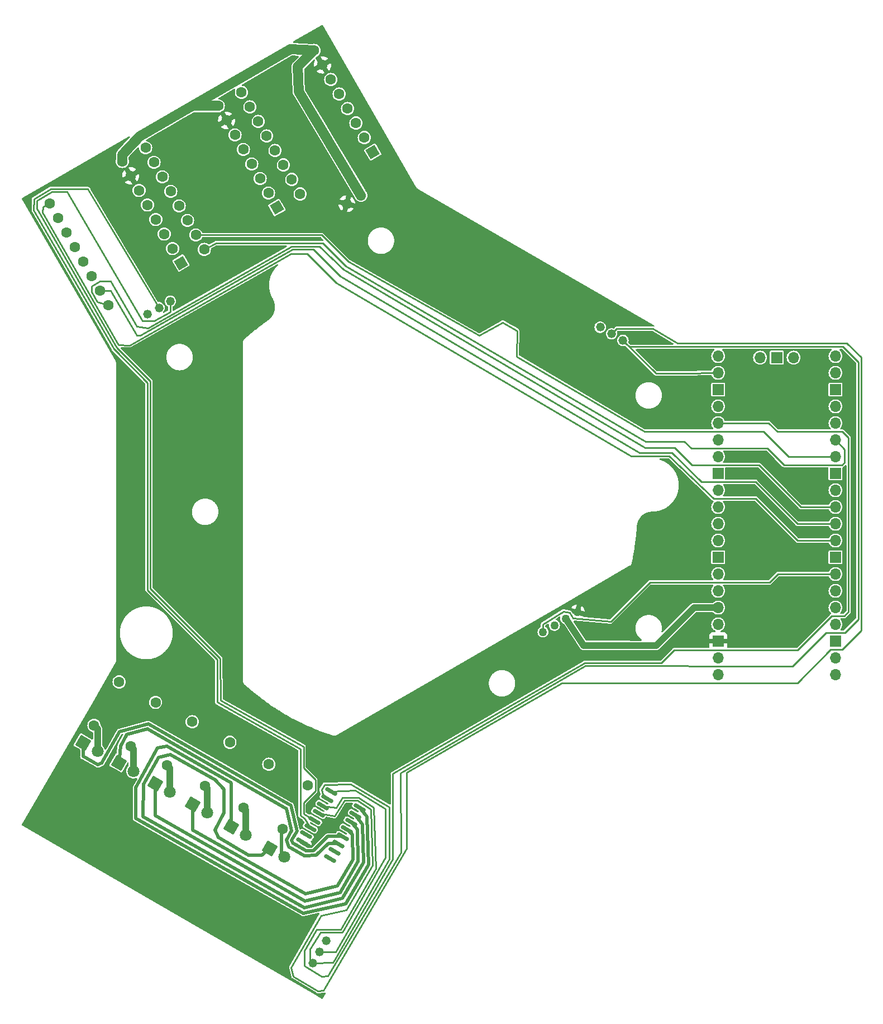
<source format=gbr>
%TF.GenerationSoftware,KiCad,Pcbnew,7.0.11-7.0.11~ubuntu22.04.1*%
%TF.CreationDate,2024-08-26T12:19:36+02:00*%
%TF.ProjectId,MotorDriver-Elec,4d6f746f-7244-4726-9976-65722d456c65,rev?*%
%TF.SameCoordinates,Original*%
%TF.FileFunction,Copper,L1,Top*%
%TF.FilePolarity,Positive*%
%FSLAX46Y46*%
G04 Gerber Fmt 4.6, Leading zero omitted, Abs format (unit mm)*
G04 Created by KiCad (PCBNEW 7.0.11-7.0.11~ubuntu22.04.1) date 2024-08-26 12:19:36*
%MOMM*%
%LPD*%
G01*
G04 APERTURE LIST*
G04 Aperture macros list*
%AMRoundRect*
0 Rectangle with rounded corners*
0 $1 Rounding radius*
0 $2 $3 $4 $5 $6 $7 $8 $9 X,Y pos of 4 corners*
0 Add a 4 corners polygon primitive as box body*
4,1,4,$2,$3,$4,$5,$6,$7,$8,$9,$2,$3,0*
0 Add four circle primitives for the rounded corners*
1,1,$1+$1,$2,$3*
1,1,$1+$1,$4,$5*
1,1,$1+$1,$6,$7*
1,1,$1+$1,$8,$9*
0 Add four rect primitives between the rounded corners*
20,1,$1+$1,$2,$3,$4,$5,0*
20,1,$1+$1,$4,$5,$6,$7,0*
20,1,$1+$1,$6,$7,$8,$9,0*
20,1,$1+$1,$8,$9,$2,$3,0*%
%AMHorizOval*
0 Thick line with rounded ends*
0 $1 width*
0 $2 $3 position (X,Y) of the first rounded end (center of the circle)*
0 $4 $5 position (X,Y) of the second rounded end (center of the circle)*
0 Add line between two ends*
20,1,$1,$2,$3,$4,$5,0*
0 Add two circle primitives to create the rounded ends*
1,1,$1,$2,$3*
1,1,$1,$4,$5*%
%AMRotRect*
0 Rectangle, with rotation*
0 The origin of the aperture is its center*
0 $1 length*
0 $2 width*
0 $3 Rotation angle, in degrees counterclockwise*
0 Add horizontal line*
21,1,$1,$2,0,0,$3*%
G04 Aperture macros list end*
%TA.AperFunction,SMDPad,CuDef*%
%ADD10RoundRect,0.150000X-0.789471X0.282596X0.639471X-0.542404X0.789471X-0.282596X-0.639471X0.542404X0*%
%TD*%
%TA.AperFunction,ComponentPad*%
%ADD11C,1.549400*%
%TD*%
%TA.AperFunction,ComponentPad*%
%ADD12C,1.270000*%
%TD*%
%TA.AperFunction,ComponentPad*%
%ADD13O,1.700000X1.700000*%
%TD*%
%TA.AperFunction,ComponentPad*%
%ADD14R,1.700000X1.700000*%
%TD*%
%TA.AperFunction,ComponentPad*%
%ADD15C,1.320800*%
%TD*%
%TA.AperFunction,ComponentPad*%
%ADD16RotRect,1.800000X1.800000X330.000000*%
%TD*%
%TA.AperFunction,ComponentPad*%
%ADD17C,1.800000*%
%TD*%
%TA.AperFunction,ComponentPad*%
%ADD18RotRect,1.600000X1.600000X210.000000*%
%TD*%
%TA.AperFunction,ComponentPad*%
%ADD19HorizOval,1.600000X0.000000X0.000000X0.000000X0.000000X0*%
%TD*%
%TA.AperFunction,ComponentPad*%
%ADD20C,1.600000*%
%TD*%
%TA.AperFunction,ComponentPad*%
%ADD21HorizOval,1.600000X0.000000X0.000000X0.000000X0.000000X0*%
%TD*%
%TA.AperFunction,Conductor*%
%ADD22C,0.250000*%
%TD*%
%TA.AperFunction,Conductor*%
%ADD23C,0.500000*%
%TD*%
%TA.AperFunction,Conductor*%
%ADD24C,1.000000*%
%TD*%
%TA.AperFunction,Conductor*%
%ADD25C,1.500000*%
%TD*%
G04 APERTURE END LIST*
D10*
%TO.P,UN2003LV1,1,I1*%
%TO.N,Int22*%
X69570000Y-137520886D03*
%TO.P,UN2003LV1,2,I2*%
%TO.N,Int21*%
X68935000Y-138620738D03*
%TO.P,UN2003LV1,3,I3*%
%TO.N,Int32*%
X68300000Y-139720591D03*
%TO.P,UN2003LV1,4,I4*%
%TO.N,Int31*%
X67665000Y-140820443D03*
%TO.P,UN2003LV1,5,I5*%
%TO.N,Int12*%
X67030000Y-141920295D03*
%TO.P,UN2003LV1,6,I6*%
%TO.N,Int11*%
X66395000Y-143020147D03*
%TO.P,UN2003LV1,7,I7*%
%TO.N,unconnected-(UN2003LV1-I7-Pad7)*%
X65760000Y-144120000D03*
%TO.P,UN2003LV1,8,GND*%
%TO.N,GND*%
X65125000Y-145219852D03*
%TO.P,UN2003LV1,9,COM*%
%TO.N,unconnected-(UN2003LV1-COM-Pad9)*%
X69411826Y-147694852D03*
%TO.P,UN2003LV1,10,O7*%
%TO.N,unconnected-(UN2003LV1-O7-Pad10)*%
X70046826Y-146595000D03*
%TO.P,UN2003LV1,11,O6*%
%TO.N,Net-(Switch11-K)*%
X70681826Y-145495147D03*
%TO.P,UN2003LV1,12,O5*%
%TO.N,Net-(Switch12-K)*%
X71316826Y-144395295D03*
%TO.P,UN2003LV1,13,O4*%
%TO.N,Net-(Switch31-K)*%
X71951826Y-143295443D03*
%TO.P,UN2003LV1,14,O3*%
%TO.N,Net-(Switch32-K)*%
X72586826Y-142195591D03*
%TO.P,UN2003LV1,15,O2*%
%TO.N,Net-(Switch21-K)*%
X73221826Y-141095738D03*
%TO.P,UN2003LV1,16,O1*%
%TO.N,Net-(Switch22-K)*%
X73856826Y-139995886D03*
%TD*%
D11*
%TO.P,Vmot1,2,2*%
%TO.N,Vmot*%
X74065064Y-47285000D03*
%TO.P,Vmot1,1,1*%
%TO.N,GND*%
X71900000Y-48535000D03*
%TD*%
D12*
%TO.P,PAA5160E1,1,1*%
%TO.N,SCL*%
X101655875Y-113396868D03*
%TO.P,PAA5160E1,2,2*%
%TO.N,SDA*%
X103387925Y-112396868D03*
%TO.P,PAA5160E1,3,3*%
%TO.N,3.3V*%
X105119977Y-111396868D03*
%TO.P,PAA5160E1,4,4*%
%TO.N,GND*%
X106852026Y-110396869D03*
%TD*%
D13*
%TO.P,U1,1,GPIO0*%
%TO.N,unconnected-(U1-GPIO0-Pad1)*%
X145990000Y-119865000D03*
%TO.P,U1,2,GPIO1*%
%TO.N,unconnected-(U1-GPIO1-Pad2)*%
X145990000Y-117325000D03*
D14*
%TO.P,U1,3,GND*%
%TO.N,unconnected-(U1-GND-Pad3)*%
X145990000Y-114785000D03*
D13*
%TO.P,U1,4,GPIO2*%
%TO.N,unconnected-(U1-GPIO2-Pad4)*%
X145990000Y-112245000D03*
%TO.P,U1,5,GPIO3*%
%TO.N,unconnected-(U1-GPIO3-Pad5)*%
X145990000Y-109705000D03*
%TO.P,U1,6,GPIO4*%
%TO.N,SDA*%
X145990000Y-107165000D03*
%TO.P,U1,7,GPIO5*%
%TO.N,SCL*%
X145990000Y-104625000D03*
D14*
%TO.P,U1,8,GND*%
%TO.N,unconnected-(U1-GND-Pad8)*%
X145990000Y-102085000D03*
D13*
%TO.P,U1,9,GPIO6*%
%TO.N,En1*%
X145990000Y-99545000D03*
%TO.P,U1,10,GPIO7*%
%TO.N,STEP1*%
X145990000Y-97005000D03*
%TO.P,U1,11,GPIO8*%
%TO.N,DIR1*%
X145990000Y-94465000D03*
%TO.P,U1,12,GPIO9*%
%TO.N,En2*%
X145990000Y-91925000D03*
D14*
%TO.P,U1,13,GND*%
%TO.N,unconnected-(U1-GND-Pad13)*%
X145990000Y-89385000D03*
D13*
%TO.P,U1,14,GPIO10*%
%TO.N,STEP2*%
X145990000Y-86845000D03*
%TO.P,U1,15,GPIO11*%
%TO.N,DIR2*%
X145990000Y-84305000D03*
%TO.P,U1,16,GPIO12*%
%TO.N,En3*%
X145990000Y-81765000D03*
%TO.P,U1,17,GPIO13*%
%TO.N,STEP3*%
X145990000Y-79225000D03*
D14*
%TO.P,U1,18,GND*%
%TO.N,unconnected-(U1-GND-Pad18)*%
X145990000Y-76685000D03*
D13*
%TO.P,U1,19,GPIO14*%
%TO.N,DIR3*%
X145990000Y-74145000D03*
%TO.P,U1,20,GPIO15*%
%TO.N,unconnected-(U1-GPIO15-Pad20)*%
X145990000Y-71605000D03*
%TO.P,U1,21,GPIO16*%
%TO.N,Int31*%
X128210000Y-71605000D03*
%TO.P,U1,22,GPIO17*%
%TO.N,Int32*%
X128210000Y-74145000D03*
D14*
%TO.P,U1,23,GND*%
%TO.N,unconnected-(U1-GND-Pad23)*%
X128210000Y-76685000D03*
D13*
%TO.P,U1,24,GPIO18*%
%TO.N,Int21*%
X128210000Y-79225000D03*
%TO.P,U1,25,GPIO19*%
%TO.N,Int22*%
X128210000Y-81765000D03*
%TO.P,U1,26,GPIO20*%
%TO.N,Int11*%
X128210000Y-84305000D03*
%TO.P,U1,27,GPIO21*%
%TO.N,Int12*%
X128210000Y-86845000D03*
D14*
%TO.P,U1,28,GND*%
%TO.N,unconnected-(U1-GND-Pad28)*%
X128210000Y-89385000D03*
D13*
%TO.P,U1,29,GPIO22*%
%TO.N,unconnected-(U1-GPIO22-Pad29)*%
X128210000Y-91925000D03*
%TO.P,U1,30,RUN*%
%TO.N,unconnected-(U1-RUN-Pad30)*%
X128210000Y-94465000D03*
%TO.P,U1,31,GPIO26_ADC0*%
%TO.N,unconnected-(U1-GPIO26_ADC0-Pad31)*%
X128210000Y-97005000D03*
%TO.P,U1,32,GPIO27_ADC1*%
%TO.N,unconnected-(U1-GPIO27_ADC1-Pad32)*%
X128210000Y-99545000D03*
D14*
%TO.P,U1,33,AGND*%
%TO.N,unconnected-(U1-AGND-Pad33)*%
X128210000Y-102085000D03*
D13*
%TO.P,U1,34,GPIO28_ADC2*%
%TO.N,unconnected-(U1-GPIO28_ADC2-Pad34)*%
X128210000Y-104625000D03*
%TO.P,U1,35,ADC_VREF*%
%TO.N,unconnected-(U1-ADC_VREF-Pad35)*%
X128210000Y-107165000D03*
%TO.P,U1,36,3V3*%
%TO.N,3.3V*%
X128210000Y-109705000D03*
%TO.P,U1,37,3V3_EN*%
%TO.N,unconnected-(U1-3V3_EN-Pad37)*%
X128210000Y-112245000D03*
D14*
%TO.P,U1,38,GND*%
%TO.N,GND*%
X128210000Y-114785000D03*
D13*
%TO.P,U1,39,VSYS*%
%TO.N,unconnected-(U1-VSYS-Pad39)*%
X128210000Y-117325000D03*
%TO.P,U1,40,VBUS*%
%TO.N,unconnected-(U1-VBUS-Pad40)*%
X128210000Y-119865000D03*
%TO.P,U1,41,SWCLK*%
%TO.N,unconnected-(U1-SWCLK-Pad41)*%
X139640000Y-71835000D03*
D14*
%TO.P,U1,42,GND*%
%TO.N,unconnected-(U1-GND-Pad42)*%
X137100000Y-71835000D03*
D13*
%TO.P,U1,43,SWDIO*%
%TO.N,unconnected-(U1-SWDIO-Pad43)*%
X134560000Y-71835000D03*
%TD*%
D15*
%TO.P,Limit_switch_3,1,1*%
%TO.N,3.3V*%
X110317949Y-67238064D03*
%TO.P,Limit_switch_3,2,2*%
%TO.N,Int31*%
X112050001Y-68238064D03*
%TO.P,Limit_switch_3,3,3*%
%TO.N,Int32*%
X113782051Y-69238064D03*
%TD*%
D16*
%TO.P,Switch31,1,K*%
%TO.N,Net-(Switch31-K)*%
X48529969Y-139528479D03*
D17*
%TO.P,Switch31,2,A*%
%TO.N,Net-(Switch31-A)*%
X50729674Y-140798479D03*
%TD*%
D18*
%TO.P,A1,1,GND*%
%TO.N,unconnected-(A1-GND-Pad1)*%
X46765000Y-57507932D03*
D19*
%TO.P,A1,2,VDD*%
%TO.N,unconnected-(A1-VDD-Pad2)*%
X45495000Y-55308227D03*
%TO.P,A1,3,1B*%
%TO.N,unconnected-(A1-1B-Pad3)*%
X44225000Y-53108523D03*
%TO.P,A1,4,1A*%
%TO.N,unconnected-(A1-1A-Pad4)*%
X42955000Y-50908818D03*
%TO.P,A1,5,2A*%
%TO.N,unconnected-(A1-2A-Pad5)*%
X41685000Y-48709114D03*
%TO.P,A1,6,2B*%
%TO.N,unconnected-(A1-2B-Pad6)*%
X40415000Y-46509409D03*
%TO.P,A1,7,GND*%
%TO.N,GND*%
X39145000Y-44309705D03*
%TO.P,A1,8,VMOT*%
%TO.N,Vmot*%
X37875000Y-42110000D03*
%TO.P,A1,9,~{ENABLE}*%
%TO.N,En1*%
X26876477Y-48460000D03*
%TO.P,A1,10,MS1*%
%TO.N,unconnected-(A1-MS1-Pad10)*%
X28146477Y-50659705D03*
%TO.P,A1,11,MS2*%
%TO.N,unconnected-(A1-MS2-Pad11)*%
X29416477Y-52859409D03*
%TO.P,A1,12,MS3*%
%TO.N,unconnected-(A1-MS3-Pad12)*%
X30686477Y-55059114D03*
%TO.P,A1,13,~{RESET}*%
%TO.N,unconnected-(A1-~{RESET}-Pad13)*%
X31956477Y-57258818D03*
%TO.P,A1,14,~{SLEEP}*%
%TO.N,unconnected-(A1-~{SLEEP}-Pad14)*%
X33226477Y-59458523D03*
%TO.P,A1,15,STEP*%
%TO.N,STEP1*%
X34496477Y-61658227D03*
%TO.P,A1,16,DIR*%
%TO.N,DIR1*%
X35766477Y-63857932D03*
%TD*%
D20*
%TO.P,R1,1*%
%TO.N,3.3V*%
X60090000Y-133440000D03*
D21*
%TO.P,R1,2*%
%TO.N,Net-(Switch22-A)*%
X56280000Y-140039114D03*
%TD*%
D18*
%TO.P,A3,1,GND*%
%TO.N,unconnected-(A3-GND-Pad1)*%
X75840000Y-40707932D03*
D19*
%TO.P,A3,2,VDD*%
%TO.N,unconnected-(A3-VDD-Pad2)*%
X74570000Y-38508227D03*
%TO.P,A3,3,1B*%
%TO.N,unconnected-(A3-1B-Pad3)*%
X73300000Y-36308523D03*
%TO.P,A3,4,1A*%
%TO.N,unconnected-(A3-1A-Pad4)*%
X72030000Y-34108818D03*
%TO.P,A3,5,2A*%
%TO.N,unconnected-(A3-2A-Pad5)*%
X70760000Y-31909114D03*
%TO.P,A3,6,2B*%
%TO.N,unconnected-(A3-2B-Pad6)*%
X69490000Y-29709409D03*
%TO.P,A3,7,GND*%
%TO.N,GND*%
X68220000Y-27509705D03*
%TO.P,A3,8,VMOT*%
%TO.N,Vmot*%
X66950000Y-25310000D03*
%TO.P,A3,9,~{ENABLE}*%
%TO.N,En3*%
X55951477Y-31660000D03*
%TO.P,A3,10,MS1*%
%TO.N,unconnected-(A3-MS1-Pad10)*%
X57221477Y-33859705D03*
%TO.P,A3,11,MS2*%
%TO.N,unconnected-(A3-MS2-Pad11)*%
X58491477Y-36059409D03*
%TO.P,A3,12,MS3*%
%TO.N,unconnected-(A3-MS3-Pad12)*%
X59761477Y-38259114D03*
%TO.P,A3,13,~{RESET}*%
%TO.N,unconnected-(A3-~{RESET}-Pad13)*%
X61031477Y-40458818D03*
%TO.P,A3,14,~{SLEEP}*%
%TO.N,unconnected-(A3-~{SLEEP}-Pad14)*%
X62301477Y-42658523D03*
%TO.P,A3,15,STEP*%
%TO.N,STEP3*%
X63571477Y-44858227D03*
%TO.P,A3,16,DIR*%
%TO.N,DIR3*%
X64841477Y-47057932D03*
%TD*%
D21*
%TO.P,R2,2*%
%TO.N,Net-(Switch21-A)*%
X62204998Y-143249558D03*
D20*
%TO.P,R2,1*%
%TO.N,3.3V*%
X66014998Y-136650444D03*
%TD*%
D18*
%TO.P,A2,1,GND*%
%TO.N,unconnected-(A2-GND-Pad1)*%
X61308523Y-49112932D03*
D19*
%TO.P,A2,2,VDD*%
%TO.N,unconnected-(A2-VDD-Pad2)*%
X60038523Y-46913227D03*
%TO.P,A2,3,1B*%
%TO.N,unconnected-(A2-1B-Pad3)*%
X58768523Y-44713523D03*
%TO.P,A2,4,1A*%
%TO.N,unconnected-(A2-1A-Pad4)*%
X57498523Y-42513818D03*
%TO.P,A2,5,2A*%
%TO.N,unconnected-(A2-2A-Pad5)*%
X56228523Y-40314114D03*
%TO.P,A2,6,2B*%
%TO.N,unconnected-(A2-2B-Pad6)*%
X54958523Y-38114409D03*
%TO.P,A2,7,GND*%
%TO.N,GND*%
X53688523Y-35914705D03*
%TO.P,A2,8,VMOT*%
%TO.N,Vmot*%
X52418523Y-33715000D03*
%TO.P,A2,9,~{ENABLE}*%
%TO.N,En2*%
X41420000Y-40065000D03*
%TO.P,A2,10,MS1*%
%TO.N,unconnected-(A2-MS1-Pad10)*%
X42690000Y-42264705D03*
%TO.P,A2,11,MS2*%
%TO.N,unconnected-(A2-MS2-Pad11)*%
X43960000Y-44464409D03*
%TO.P,A2,12,MS3*%
%TO.N,unconnected-(A2-MS3-Pad12)*%
X45230000Y-46664114D03*
%TO.P,A2,13,~{RESET}*%
%TO.N,unconnected-(A2-~{RESET}-Pad13)*%
X46500000Y-48863818D03*
%TO.P,A2,14,~{SLEEP}*%
%TO.N,unconnected-(A2-~{SLEEP}-Pad14)*%
X47770000Y-51063523D03*
%TO.P,A2,15,STEP*%
%TO.N,STEP2*%
X49040000Y-53263227D03*
%TO.P,A2,16,DIR*%
%TO.N,DIR2*%
X50310000Y-55462932D03*
%TD*%
D20*
%TO.P,R4,1*%
%TO.N,3.3V*%
X54190000Y-130110000D03*
D21*
%TO.P,R4,2*%
%TO.N,Net-(Switch31-A)*%
X50380000Y-136709114D03*
%TD*%
D16*
%TO.P,Switch22,1,K*%
%TO.N,Net-(Switch22-K)*%
X54379969Y-142868479D03*
D17*
%TO.P,Switch22,2,A*%
%TO.N,Net-(Switch22-A)*%
X56579674Y-144138479D03*
%TD*%
D15*
%TO.P,Limit_switch_1,1,1*%
%TO.N,3.3V*%
X41697948Y-65285001D03*
%TO.P,Limit_switch_1,2,2*%
%TO.N,Int11*%
X43430000Y-64285000D03*
%TO.P,Limit_switch_1,3,3*%
%TO.N,Int12*%
X45162050Y-63285001D03*
%TD*%
D20*
%TO.P,R6,1*%
%TO.N,3.3V*%
X42920000Y-124060000D03*
D21*
%TO.P,R6,2*%
%TO.N,Net-(Switch11-A)*%
X39110000Y-130659114D03*
%TD*%
D16*
%TO.P,Switch12,1,K*%
%TO.N,Net-(Switch12-K)*%
X31939969Y-130188479D03*
D17*
%TO.P,Switch12,2,A*%
%TO.N,Net-(Switch12-A)*%
X34139674Y-131458479D03*
%TD*%
D20*
%TO.P,R3,1*%
%TO.N,3.3V*%
X48475000Y-126990444D03*
D21*
%TO.P,R3,2*%
%TO.N,Net-(Switch32-A)*%
X44665000Y-133589558D03*
%TD*%
D15*
%TO.P,Limit_switch_2,1,1*%
%TO.N,3.3V*%
X68746936Y-160122949D03*
%TO.P,Limit_switch_2,2,2*%
%TO.N,Int21*%
X67746935Y-161855001D03*
%TO.P,Limit_switch_2,3,3*%
%TO.N,Int22*%
X66746936Y-163587051D03*
%TD*%
D16*
%TO.P,Switch21,1,K*%
%TO.N,Net-(Switch21-K)*%
X60269969Y-146228479D03*
D17*
%TO.P,Switch21,2,A*%
%TO.N,Net-(Switch21-A)*%
X62469674Y-147498479D03*
%TD*%
D16*
%TO.P,Switch32,1,K*%
%TO.N,Net-(Switch32-K)*%
X42880295Y-136360000D03*
D17*
%TO.P,Switch32,2,A*%
%TO.N,Net-(Switch32-A)*%
X45080000Y-137630000D03*
%TD*%
D16*
%TO.P,Switch11,1,K*%
%TO.N,Net-(Switch11-K)*%
X37349969Y-133218479D03*
D17*
%TO.P,Switch11,2,A*%
%TO.N,Net-(Switch11-A)*%
X39549674Y-134488479D03*
%TD*%
D20*
%TO.P,R5,1*%
%TO.N,3.3V*%
X37400000Y-120960000D03*
D21*
%TO.P,R5,2*%
%TO.N,Net-(Switch12-A)*%
X33590000Y-127559114D03*
%TD*%
D22*
%TO.N,Int11*%
X24460000Y-49500000D02*
X24470000Y-47820000D01*
X36578000Y-70510000D02*
X24460000Y-49500000D01*
X36841604Y-70777417D02*
X36578000Y-70513813D01*
X36578000Y-70513813D02*
X36578000Y-70510000D01*
X41700000Y-107040000D02*
X41700000Y-75626396D01*
X66395000Y-143020147D02*
X65470000Y-141600000D01*
X36851021Y-70777417D02*
X36841604Y-70777417D01*
X64850000Y-131130000D02*
X52260000Y-124030000D01*
X41700000Y-75626396D02*
X36851021Y-70777417D01*
X52270000Y-117610000D02*
X41700000Y-107040000D01*
X64850000Y-141180000D02*
X64850000Y-131130000D01*
X65470000Y-141600000D02*
X64850000Y-141180000D01*
X24470000Y-47820000D02*
X27050000Y-46280000D01*
X52260000Y-124030000D02*
X52270000Y-117610000D01*
X27050000Y-46280000D02*
X32629154Y-46280000D01*
X32629154Y-46280000D02*
X43430000Y-64285000D01*
D23*
%TO.N,Net-(Switch12-K)*%
X66840000Y-146550000D02*
X69038887Y-144351113D01*
X65710000Y-146530000D02*
X66840000Y-146550000D01*
X63733899Y-145378802D02*
X65710000Y-146530000D01*
X63530000Y-144930000D02*
X63733899Y-145378802D01*
X64350000Y-143530000D02*
X63530000Y-144930000D01*
X63410000Y-139640000D02*
X64350000Y-143530000D01*
X42078679Y-127493019D02*
X63410000Y-139640000D01*
X31939969Y-130188479D02*
X31939969Y-132219969D01*
X41829354Y-127348869D02*
X42078679Y-127493019D01*
X31939969Y-132219969D02*
X34160000Y-133480000D01*
X34770000Y-133220000D02*
X37480000Y-128480000D01*
X34160000Y-133480000D02*
X34770000Y-133220000D01*
X37480000Y-128480000D02*
X41829354Y-127348869D01*
X69038887Y-144351113D02*
X71272644Y-144351113D01*
X71272644Y-144351113D02*
X71316826Y-144395295D01*
%TO.N,Net-(Switch11-K)*%
X37349969Y-133305365D02*
X37600000Y-130740000D01*
X37600000Y-130740000D02*
X38550000Y-128950000D01*
X41730000Y-128100000D02*
X62750000Y-140160000D01*
X38550000Y-128950000D02*
X41730000Y-128100000D01*
X62750000Y-140160000D02*
X63550529Y-143491897D01*
X63120000Y-145930000D02*
X65510000Y-147260000D01*
X63550529Y-143491897D02*
X62740000Y-144900000D01*
X62740000Y-144900000D02*
X63120000Y-145930000D01*
X65510000Y-147260000D02*
X67290000Y-147250000D01*
X67290000Y-147250000D02*
X69089034Y-145450966D01*
X69089034Y-145450966D02*
X70637645Y-145450966D01*
X70637645Y-145450966D02*
X70681826Y-145495147D01*
D22*
%TO.N,Int12*%
X37028000Y-70327417D02*
X24920000Y-49290000D01*
X37037417Y-70327417D02*
X37028000Y-70327417D01*
X42150000Y-106853604D02*
X42150000Y-75440000D01*
X29510000Y-46730000D02*
X40930401Y-66270401D01*
X52719709Y-117423313D02*
X42150000Y-106853604D01*
X65360000Y-134020000D02*
X65360000Y-130770000D01*
X65360000Y-130770000D02*
X52760000Y-123780000D01*
X67140000Y-137510000D02*
X67140000Y-135800000D01*
X42150000Y-75440000D02*
X37037417Y-70327417D01*
X65360000Y-139290000D02*
X67140000Y-137510000D01*
X45130000Y-64905326D02*
X45162050Y-64873276D01*
X65360000Y-140970000D02*
X65360000Y-139290000D01*
X52760000Y-123780000D02*
X52719709Y-117423313D01*
X45162050Y-64873276D02*
X45162050Y-63285001D01*
X67140000Y-135800000D02*
X65360000Y-134020000D01*
X67030000Y-141920295D02*
X65360000Y-140970000D01*
X24920000Y-49290000D02*
X24920000Y-48075464D01*
X42717631Y-66270401D02*
X45130000Y-64905326D01*
X24920000Y-48075464D02*
X27174090Y-46730000D01*
X27174090Y-46730000D02*
X29510000Y-46730000D01*
X40930401Y-66270401D02*
X42717631Y-66270401D01*
D24*
%TO.N,Net-(Switch12-A)*%
X34139674Y-131458479D02*
X34139674Y-128108788D01*
X34139674Y-128108788D02*
X33590000Y-127559114D01*
%TO.N,Net-(Switch11-A)*%
X39110000Y-130659114D02*
X39549674Y-131098788D01*
X39549674Y-131098788D02*
X39549674Y-134488479D01*
D23*
%TO.N,Net-(Switch22-K)*%
X39930000Y-136980000D02*
X39914702Y-141595298D01*
X39914702Y-141595298D02*
X65310000Y-156020000D01*
X65310000Y-156020000D02*
X71740000Y-154570000D01*
X74980000Y-141370000D02*
X73856826Y-139995886D01*
X71740000Y-154570000D02*
X75210000Y-148610000D01*
X75210000Y-148610000D02*
X74980000Y-141370000D01*
X39930000Y-136980000D02*
X43240000Y-130960000D01*
X54379969Y-136269969D02*
X54379969Y-142868479D01*
X43240000Y-130960000D02*
X44640000Y-130660000D01*
X44640000Y-130660000D02*
X54320000Y-136210000D01*
X54320000Y-136210000D02*
X54379969Y-136269969D01*
%TO.N,Net-(Switch21-K)*%
X43400000Y-132380000D02*
X41060546Y-136449623D01*
X41060546Y-136449623D02*
X41060546Y-136470000D01*
X41060546Y-136470000D02*
X41010000Y-141390000D01*
X41010000Y-141390000D02*
X65450000Y-155140000D01*
X65450000Y-155140000D02*
X71270000Y-153750000D01*
X71270000Y-153750000D02*
X74430000Y-148330000D01*
X74430000Y-148330000D02*
X74270000Y-142540000D01*
X74270000Y-142540000D02*
X73221826Y-141095738D01*
%TO.N,Net-(Switch32-K)*%
X42880000Y-141230000D02*
X65550000Y-154150000D01*
X65550000Y-154150000D02*
X70880000Y-152870000D01*
X70880000Y-152870000D02*
X73640000Y-148170000D01*
X73640000Y-148170000D02*
X73520000Y-143290000D01*
X73520000Y-143290000D02*
X72586826Y-142195591D01*
X42880295Y-136360000D02*
X42880000Y-141230000D01*
D24*
%TO.N,Net-(Switch32-A)*%
X44665000Y-133589558D02*
X45080000Y-134004558D01*
X45080000Y-134004558D02*
X45080000Y-137630000D01*
D23*
%TO.N,Net-(Switch31-K)*%
X48529969Y-139528479D02*
X48520000Y-143410000D01*
X48520000Y-143410000D02*
X65630000Y-153030000D01*
X65630000Y-153030000D02*
X70480000Y-151860000D01*
X70480000Y-151860000D02*
X72820000Y-147910000D01*
X72820000Y-147910000D02*
X72772927Y-144116544D01*
X72772927Y-144116544D02*
X71951826Y-143295443D01*
D24*
%TO.N,Net-(Switch31-A)*%
X50380000Y-136709114D02*
X50729674Y-137058788D01*
X50729674Y-137058788D02*
X50729674Y-140798479D01*
D23*
%TO.N,Net-(Switch21-K)*%
X60199295Y-146108444D02*
X59087739Y-147220000D01*
X57003545Y-147220000D02*
X52480000Y-144540000D01*
X59087739Y-147220000D02*
X57003545Y-147220000D01*
X52480000Y-144540000D02*
X51970000Y-143370000D01*
X51970000Y-143370000D02*
X53320000Y-140810000D01*
X53320000Y-140810000D02*
X53320000Y-137190000D01*
X53320000Y-137190000D02*
X51910000Y-135780000D01*
X45200000Y-131970000D02*
X43400000Y-132380000D01*
X51910000Y-135780000D02*
X45200000Y-131970000D01*
D24*
%TO.N,Net-(Switch22-A)*%
X56280000Y-140039114D02*
X56579674Y-140338788D01*
X56579674Y-140338788D02*
X56579674Y-144138479D01*
D23*
%TO.N,Net-(Switch21-A)*%
X62205000Y-143249558D02*
X61982910Y-143471648D01*
X61982910Y-143471648D02*
X61982910Y-146962354D01*
X61982910Y-146962354D02*
X62399000Y-147378444D01*
D25*
%TO.N,Vmot*%
X74065064Y-47285000D02*
X64650000Y-31595000D01*
X40525000Y-38310000D02*
X48511408Y-33696408D01*
X37875000Y-42110000D02*
X37875000Y-41135126D01*
X63375000Y-25110000D02*
X63425000Y-25085000D01*
X37875000Y-41135126D02*
X40525000Y-38310000D01*
X48530000Y-33715000D02*
X48511408Y-33696408D01*
X52418523Y-33715000D02*
X48530000Y-33715000D01*
X64650000Y-31595000D02*
X64480000Y-27780000D01*
X63425000Y-25085000D02*
X66950000Y-25310000D01*
X48511408Y-33696408D02*
X63375000Y-25110000D01*
X64480000Y-27780000D02*
X66950000Y-25310000D01*
D22*
%TO.N,En1*%
X115041236Y-86758764D02*
X70330000Y-60515000D01*
X133900000Y-93185000D02*
X127520000Y-93190000D01*
X63490000Y-56080000D02*
X38990000Y-69954289D01*
X37330000Y-69950000D02*
X38990000Y-69954289D01*
X25740000Y-49810000D02*
X37330000Y-69950000D01*
X25900000Y-49010000D02*
X25740000Y-49810000D01*
X26876477Y-48460000D02*
X25900000Y-49010000D01*
X120790000Y-86760000D02*
X115041236Y-86758764D01*
X140260000Y-99545000D02*
X133900000Y-93185000D01*
X65910000Y-56080000D02*
X63490000Y-56080000D01*
X70330000Y-60515000D02*
X65910000Y-56080000D01*
X145990000Y-99545000D02*
X140260000Y-99545000D01*
X127520000Y-93190000D02*
X120790000Y-86760000D01*
%TO.N,STEP1*%
X116260000Y-86290000D02*
X70875000Y-59485000D01*
X121180000Y-86290000D02*
X116260000Y-86290000D01*
X66840000Y-55440000D02*
X63690000Y-55440000D01*
X70875000Y-59485000D02*
X66840000Y-55440000D01*
X40125000Y-68460000D02*
X36125000Y-61658227D01*
X36125000Y-61658227D02*
X34496477Y-61658227D01*
X133925000Y-90660000D02*
X125710000Y-90660000D01*
X63690000Y-55440000D02*
X40590000Y-68510000D01*
X40590000Y-68510000D02*
X40125000Y-68460000D01*
X145990000Y-97005000D02*
X140270000Y-97005000D01*
X140270000Y-97005000D02*
X133925000Y-90660000D01*
X125710000Y-90660000D02*
X121180000Y-86290000D01*
%TO.N,DIR1*%
X34070000Y-63350000D02*
X33210000Y-61860000D01*
X33225000Y-60985000D02*
X34475000Y-60260000D01*
X121625000Y-85510000D02*
X124225000Y-88110000D01*
X33210000Y-61860000D02*
X33225000Y-60985000D01*
X124225000Y-88110000D02*
X134375000Y-88110000D01*
X63575000Y-54985000D02*
X67780000Y-54985000D01*
X134375000Y-88110000D02*
X140730000Y-94465000D01*
X35766477Y-63857932D02*
X34070000Y-63350000D01*
X71400000Y-58485000D02*
X117125000Y-85510000D01*
X41750000Y-67335000D02*
X63575000Y-54985000D01*
X40075000Y-67135000D02*
X41750000Y-67335000D01*
X34475000Y-60260000D02*
X36100000Y-60260000D01*
X67780000Y-54985000D02*
X71400000Y-58485000D01*
X140730000Y-94465000D02*
X145990000Y-94465000D01*
X36100000Y-60260000D02*
X40075000Y-67135000D01*
X117125000Y-85510000D02*
X121625000Y-85510000D01*
%TO.N,STEP2*%
X95575000Y-66510000D02*
X92000000Y-68510000D01*
X135075000Y-83035000D02*
X117025000Y-83035000D01*
X97750000Y-67785000D02*
X95575000Y-66510000D01*
X145990000Y-86845000D02*
X138885000Y-86845000D01*
X117025000Y-83035000D02*
X97675000Y-71660000D01*
X138885000Y-86845000D02*
X135075000Y-83035000D01*
X97675000Y-71660000D02*
X97750000Y-67785000D01*
X68103227Y-53263227D02*
X49040000Y-53263227D01*
X92000000Y-68510000D02*
X72150000Y-57310000D01*
X72150000Y-57310000D02*
X68103227Y-53263227D01*
%TO.N,DIR2*%
X50310000Y-55462932D02*
X52075000Y-54510000D01*
X123075000Y-84535000D02*
X124125000Y-85585000D01*
X138225000Y-88110000D02*
X146980000Y-88110000D01*
X52075000Y-54510000D02*
X68300000Y-54510000D01*
X135700000Y-85585000D02*
X138225000Y-88110000D01*
X147390000Y-87700000D02*
X147390000Y-85705000D01*
X71725000Y-57935000D02*
X117175000Y-84535000D01*
X117175000Y-84535000D02*
X123075000Y-84535000D01*
X124125000Y-85585000D02*
X135700000Y-85585000D01*
X146980000Y-88110000D02*
X147390000Y-87700000D01*
X68300000Y-54510000D02*
X71725000Y-57935000D01*
X147390000Y-85705000D02*
X145990000Y-84305000D01*
D24*
%TO.N,3.3V*%
X124540000Y-109705000D02*
X128210000Y-109705000D01*
X118800000Y-115445000D02*
X124540000Y-109705000D01*
X107830000Y-115435000D02*
X113190000Y-115439886D01*
X113190000Y-115439886D02*
X118800000Y-115445000D01*
X105119977Y-111396868D02*
X107830000Y-115435000D01*
D22*
%TO.N,SCL*%
X105660000Y-110460000D02*
X106250000Y-111350000D01*
X104750000Y-110300000D02*
X105660000Y-110460000D01*
X136020000Y-105885000D02*
X137280000Y-104625000D01*
X117850000Y-105885000D02*
X136020000Y-105885000D01*
X101655875Y-112214125D02*
X104750000Y-110300000D01*
X137280000Y-104625000D02*
X145990000Y-104625000D01*
X101655875Y-113396868D02*
X101655875Y-112214125D01*
X111935000Y-111800000D02*
X117850000Y-105885000D01*
X106250000Y-111350000D02*
X111935000Y-111800000D01*
%TO.N,Int21*%
X68080000Y-137320000D02*
X68550000Y-136510000D01*
X72540000Y-136470000D02*
X78390000Y-139900000D01*
X70200000Y-161850000D02*
X67746935Y-161855001D01*
X78390000Y-147770000D02*
X70200000Y-161850000D01*
X68550000Y-136510000D02*
X68558148Y-136501852D01*
X68303899Y-137989637D02*
X68080000Y-137320000D01*
X78390000Y-139900000D02*
X78390000Y-147770000D01*
X68558148Y-136501852D02*
X72540000Y-136470000D01*
X68935000Y-138620738D02*
X68303899Y-137989637D01*
%TO.N,Int22*%
X145430000Y-110980000D02*
X147320000Y-110980000D01*
X135880000Y-81765000D02*
X128210000Y-81765000D01*
X66370000Y-163210115D02*
X66370000Y-161410000D01*
X67950000Y-158930000D02*
X71240000Y-158930000D01*
X107980000Y-118090000D02*
X119600000Y-118090000D01*
X147980000Y-110320000D02*
X147980000Y-83980000D01*
X66746936Y-163587051D02*
X66370000Y-163210115D01*
X71240000Y-158930000D02*
X77790000Y-147580000D01*
X140260000Y-116150000D02*
X145430000Y-110980000D01*
X66746936Y-163587051D02*
X69779014Y-163470038D01*
X78890000Y-147810000D02*
X78890000Y-134860000D01*
X119600000Y-118090000D02*
X121550000Y-116150000D01*
X137170000Y-83055000D02*
X135880000Y-81765000D01*
X77790000Y-147580000D02*
X77790000Y-140220000D01*
X69846854Y-163355078D02*
X78890000Y-147810000D01*
X147980000Y-83980000D02*
X147055000Y-83055000D01*
X69779014Y-163470038D02*
X69846854Y-163355078D01*
X147320000Y-110980000D02*
X147980000Y-110320000D01*
X73190000Y-137430000D02*
X69570000Y-137520886D01*
X66370000Y-161410000D02*
X67950000Y-158930000D01*
X78890000Y-134860000D02*
X107980000Y-118090000D01*
X77790000Y-140220000D02*
X73190000Y-137430000D01*
X121550000Y-116150000D02*
X140260000Y-116150000D01*
X147055000Y-83055000D02*
X137170000Y-83055000D01*
%TO.N,Int31*%
X118280000Y-67460000D02*
X112828065Y-67460000D01*
X122000000Y-69620000D02*
X118280000Y-67460000D01*
X147055000Y-116070000D02*
X149910000Y-113215000D01*
X67665000Y-140820443D02*
X70080000Y-141280000D01*
X68390000Y-167730000D02*
X81012070Y-146223019D01*
X147730000Y-69620000D02*
X122000000Y-69620000D01*
X112828065Y-67460000D02*
X112050001Y-68238064D01*
X75540000Y-140240000D02*
X75826752Y-148693482D01*
X71540000Y-138940000D02*
X73510000Y-138950000D01*
X145280000Y-116070000D02*
X147055000Y-116070000D01*
X71850000Y-155540000D02*
X68010000Y-156350000D01*
X140220000Y-121130000D02*
X145280000Y-116070000D01*
X67540000Y-167800000D02*
X68390000Y-167730000D01*
X81012070Y-134698556D02*
X104522525Y-121130000D01*
X70080000Y-141280000D02*
X71540000Y-138940000D01*
X81012070Y-146223019D02*
X81012070Y-134698556D01*
X73510000Y-138950000D02*
X75540000Y-140240000D01*
X68010000Y-156350000D02*
X63490000Y-164230000D01*
X104522525Y-121130000D02*
X140220000Y-121130000D01*
X149910000Y-71800000D02*
X147730000Y-69620000D01*
X149910000Y-113215000D02*
X149910000Y-71800000D01*
X63830000Y-165570000D02*
X67540000Y-167800000D01*
X63490000Y-164230000D02*
X63830000Y-165570000D01*
X75826752Y-148693482D02*
X71850000Y-155540000D01*
%TO.N,Int32*%
X147410000Y-113490000D02*
X149460000Y-111440000D01*
X67310000Y-158480000D02*
X67155793Y-158743604D01*
X70310000Y-140050000D02*
X71270000Y-138480000D01*
X80040000Y-134740000D02*
X108110000Y-118540000D01*
X68300000Y-139720591D02*
X70310000Y-140050000D01*
X75938671Y-139960169D02*
X75990000Y-140010000D01*
X149460000Y-111440000D02*
X149460000Y-72560000D01*
X65480000Y-163980000D02*
X68150000Y-165580000D01*
X71270000Y-138480000D02*
X73698678Y-138500952D01*
X73698678Y-138500952D02*
X75938671Y-139960169D01*
X76318699Y-149229204D02*
X70980134Y-158480000D01*
X67155793Y-158743604D02*
X65480000Y-161665120D01*
X68150000Y-165580000D02*
X69080000Y-165540000D01*
X118774001Y-74210000D02*
X118726531Y-74182545D01*
X114743987Y-70200000D02*
X113782051Y-69238064D01*
X139470000Y-118580000D02*
X144560000Y-113490000D01*
X149460000Y-72560000D02*
X147100000Y-70200000D01*
X69080000Y-165540000D02*
X80121150Y-146830000D01*
X147100000Y-70200000D02*
X114743987Y-70200000D01*
X144560000Y-113490000D02*
X147410000Y-113490000D01*
X65480000Y-161665120D02*
X65480000Y-163980000D01*
X80121150Y-146830000D02*
X80040000Y-134740000D01*
X122900000Y-74210000D02*
X118774001Y-74210000D01*
X122900000Y-74210000D02*
X128210000Y-74145000D01*
X108110000Y-118540000D02*
X139470000Y-118580000D01*
X70980134Y-158480000D02*
X67310000Y-158480000D01*
X75990000Y-140010000D02*
X76318699Y-149229204D01*
X118726531Y-74182545D02*
X113782051Y-69238064D01*
%TD*%
%TA.AperFunction,Conductor*%
%TO.N,GND*%
G36*
X68250474Y-21455419D02*
G01*
X68285934Y-21494426D01*
X82436265Y-46003519D01*
X82446054Y-46024951D01*
X82450089Y-46036608D01*
X82450091Y-46036611D01*
X82474576Y-46070997D01*
X82480951Y-46080916D01*
X82483980Y-46086162D01*
X82483982Y-46086165D01*
X82483983Y-46086166D01*
X82496928Y-46102628D01*
X82500451Y-46107335D01*
X82533570Y-46153845D01*
X82539693Y-46160266D01*
X82539612Y-46160342D01*
X82544101Y-46164832D01*
X82544178Y-46164752D01*
X82550596Y-46170872D01*
X82597112Y-46203996D01*
X82601834Y-46207530D01*
X82618275Y-46220459D01*
X82623518Y-46223486D01*
X82633439Y-46229862D01*
X82667828Y-46254350D01*
X82679478Y-46258382D01*
X82700919Y-46268173D01*
X118467794Y-66918359D01*
X118516010Y-66968926D01*
X118529232Y-67037533D01*
X118503264Y-67102398D01*
X118446350Y-67142926D01*
X118384263Y-67147862D01*
X118375801Y-67146370D01*
X118354636Y-67140672D01*
X118338197Y-67134643D01*
X118338196Y-67134642D01*
X118314518Y-67134584D01*
X118312639Y-67134500D01*
X118308475Y-67134500D01*
X118280401Y-67134500D01*
X118279984Y-67134498D01*
X118223409Y-67134359D01*
X118223407Y-67134359D01*
X118213795Y-67134336D01*
X118211897Y-67134500D01*
X112847693Y-67134500D01*
X112836884Y-67134028D01*
X112799257Y-67130735D01*
X112799256Y-67130735D01*
X112762768Y-67140512D01*
X112752213Y-67142852D01*
X112715025Y-67149410D01*
X112710026Y-67151229D01*
X112693182Y-67158206D01*
X112688378Y-67160446D01*
X112657446Y-67182105D01*
X112648329Y-67187914D01*
X112615613Y-67206804D01*
X112615605Y-67206810D01*
X112591327Y-67235743D01*
X112584021Y-67243716D01*
X112443271Y-67384466D01*
X112381948Y-67417951D01*
X112324084Y-67415059D01*
X112323855Y-67416141D01*
X112140485Y-67377164D01*
X111959517Y-67377164D01*
X111782505Y-67414789D01*
X111617181Y-67488394D01*
X111470770Y-67594769D01*
X111470767Y-67594771D01*
X111349682Y-67729251D01*
X111298401Y-67818074D01*
X111261863Y-67881361D01*
X111259197Y-67885978D01*
X111259195Y-67885982D01*
X111205182Y-68052217D01*
X111203275Y-68058087D01*
X111184359Y-68238064D01*
X111203275Y-68418041D01*
X111203276Y-68418044D01*
X111259195Y-68590145D01*
X111259197Y-68590149D01*
X111259198Y-68590152D01*
X111344645Y-68738152D01*
X111349682Y-68746876D01*
X111470767Y-68881356D01*
X111470770Y-68881358D01*
X111470773Y-68881361D01*
X111575408Y-68957383D01*
X111617181Y-68987733D01*
X111670928Y-69011662D01*
X111782503Y-69061338D01*
X111959517Y-69098964D01*
X112140485Y-69098964D01*
X112317499Y-69061338D01*
X112482822Y-68987732D01*
X112629229Y-68881361D01*
X112636497Y-68873290D01*
X112674781Y-68830770D01*
X112750320Y-68746876D01*
X112840804Y-68590152D01*
X112896727Y-68418041D01*
X112915643Y-68238064D01*
X112896727Y-68058087D01*
X112869584Y-67974554D01*
X112867590Y-67904715D01*
X112899836Y-67848554D01*
X112908074Y-67840317D01*
X112926574Y-67821817D01*
X112987898Y-67788333D01*
X113014254Y-67785500D01*
X118158963Y-67785500D01*
X118221227Y-67802265D01*
X121366377Y-69628482D01*
X121391839Y-69643266D01*
X121439929Y-69693952D01*
X121452983Y-69762592D01*
X121426855Y-69827392D01*
X121369841Y-69867780D01*
X121329574Y-69874500D01*
X114930175Y-69874500D01*
X114863136Y-69854815D01*
X114842494Y-69838181D01*
X114631885Y-69627572D01*
X114598400Y-69566249D01*
X114601635Y-69501572D01*
X114603540Y-69495709D01*
X114628777Y-69418041D01*
X114647693Y-69238064D01*
X114628777Y-69058087D01*
X114572854Y-68885976D01*
X114482370Y-68729252D01*
X114468438Y-68713779D01*
X114361284Y-68594771D01*
X114361281Y-68594769D01*
X114361280Y-68594768D01*
X114361279Y-68594767D01*
X114273138Y-68530729D01*
X114214870Y-68488394D01*
X114074851Y-68426055D01*
X114049549Y-68414790D01*
X114049547Y-68414789D01*
X114049546Y-68414789D01*
X113872535Y-68377164D01*
X113691567Y-68377164D01*
X113514555Y-68414789D01*
X113349231Y-68488394D01*
X113202820Y-68594769D01*
X113202817Y-68594771D01*
X113081732Y-68729251D01*
X113015898Y-68843280D01*
X112993491Y-68882092D01*
X112991247Y-68885978D01*
X112991245Y-68885982D01*
X112935536Y-69057437D01*
X112935325Y-69058087D01*
X112916409Y-69238064D01*
X112935325Y-69418041D01*
X112935326Y-69418043D01*
X112935326Y-69418044D01*
X112991245Y-69590145D01*
X112991247Y-69590149D01*
X112991248Y-69590152D01*
X113065704Y-69719114D01*
X113081732Y-69746876D01*
X113202817Y-69881356D01*
X113202820Y-69881358D01*
X113202823Y-69881361D01*
X113299704Y-69951749D01*
X113349231Y-69987733D01*
X113404056Y-70012142D01*
X113514553Y-70061338D01*
X113691567Y-70098964D01*
X113872535Y-70098964D01*
X114055906Y-70059987D01*
X114056167Y-70061218D01*
X114119149Y-70059412D01*
X114175321Y-70091661D01*
X114499943Y-70416282D01*
X114507252Y-70424259D01*
X114531528Y-70453191D01*
X114535625Y-70456629D01*
X114555670Y-70472009D01*
X115534335Y-71450675D01*
X118454401Y-74370742D01*
X118469372Y-74390267D01*
X118473174Y-74394805D01*
X118502217Y-74419214D01*
X118510118Y-74426460D01*
X118516498Y-74432840D01*
X118516503Y-74432844D01*
X118523616Y-74437825D01*
X118532267Y-74444468D01*
X118538913Y-74450053D01*
X118538917Y-74450056D01*
X118538924Y-74450060D01*
X118546728Y-74454574D01*
X118555771Y-74460339D01*
X118577373Y-74475464D01*
X118586847Y-74482098D01*
X118586849Y-74482098D01*
X118592231Y-74484608D01*
X118614942Y-74494026D01*
X118640188Y-74508628D01*
X118640716Y-74508902D01*
X118660956Y-74520588D01*
X118678577Y-74523694D01*
X118699541Y-74529320D01*
X118716359Y-74535456D01*
X118739889Y-74535473D01*
X118740463Y-74535500D01*
X118745526Y-74535500D01*
X118773753Y-74535500D01*
X118773803Y-74535500D01*
X118831148Y-74535544D01*
X118831150Y-74535543D01*
X118841618Y-74535551D01*
X118842212Y-74535500D01*
X122866550Y-74535500D01*
X122875259Y-74535826D01*
X122875504Y-74535823D01*
X122875511Y-74535824D01*
X122901244Y-74535509D01*
X122902761Y-74535500D01*
X122928739Y-74535500D01*
X122937428Y-74535065D01*
X127124107Y-74483816D01*
X127191381Y-74502679D01*
X127234981Y-74549353D01*
X127332315Y-74731450D01*
X127332317Y-74731452D01*
X127463589Y-74891410D01*
X127560209Y-74970702D01*
X127623550Y-75022685D01*
X127806046Y-75120232D01*
X128004066Y-75180300D01*
X128004065Y-75180300D01*
X128022529Y-75182118D01*
X128210000Y-75200583D01*
X128415934Y-75180300D01*
X128613954Y-75120232D01*
X128796450Y-75022685D01*
X128956410Y-74891410D01*
X129087685Y-74731450D01*
X129185232Y-74548954D01*
X129245300Y-74350934D01*
X129265583Y-74145000D01*
X144934417Y-74145000D01*
X144954699Y-74350932D01*
X144979547Y-74432844D01*
X145014768Y-74548954D01*
X145112315Y-74731450D01*
X145112317Y-74731452D01*
X145243589Y-74891410D01*
X145340209Y-74970702D01*
X145403550Y-75022685D01*
X145586046Y-75120232D01*
X145784066Y-75180300D01*
X145784065Y-75180300D01*
X145802529Y-75182118D01*
X145990000Y-75200583D01*
X146195934Y-75180300D01*
X146393954Y-75120232D01*
X146576450Y-75022685D01*
X146736410Y-74891410D01*
X146867685Y-74731450D01*
X146965232Y-74548954D01*
X147025300Y-74350934D01*
X147045583Y-74145000D01*
X147025300Y-73939066D01*
X146965232Y-73741046D01*
X146867685Y-73558550D01*
X146810835Y-73489278D01*
X146736410Y-73398589D01*
X146600589Y-73287125D01*
X146576450Y-73267315D01*
X146393954Y-73169768D01*
X146195934Y-73109700D01*
X146195932Y-73109699D01*
X146195934Y-73109699D01*
X145990000Y-73089417D01*
X145784067Y-73109699D01*
X145586043Y-73169769D01*
X145492580Y-73219727D01*
X145403550Y-73267315D01*
X145403548Y-73267316D01*
X145403547Y-73267317D01*
X145243589Y-73398589D01*
X145112317Y-73558547D01*
X145112315Y-73558550D01*
X145081526Y-73616151D01*
X145014769Y-73741043D01*
X145014768Y-73741045D01*
X145014768Y-73741046D01*
X145009548Y-73758254D01*
X144954699Y-73939067D01*
X144934417Y-74145000D01*
X129265583Y-74145000D01*
X129245300Y-73939066D01*
X129185232Y-73741046D01*
X129087685Y-73558550D01*
X129030835Y-73489278D01*
X128956410Y-73398589D01*
X128820589Y-73287125D01*
X128796450Y-73267315D01*
X128613954Y-73169768D01*
X128415934Y-73109700D01*
X128415932Y-73109699D01*
X128415934Y-73109699D01*
X128210000Y-73089417D01*
X128004067Y-73109699D01*
X127806043Y-73169769D01*
X127712580Y-73219727D01*
X127623550Y-73267315D01*
X127623548Y-73267316D01*
X127623547Y-73267317D01*
X127463589Y-73398589D01*
X127332317Y-73558547D01*
X127332315Y-73558550D01*
X127315050Y-73590850D01*
X127234766Y-73741047D01*
X127233605Y-73744877D01*
X127232452Y-73746635D01*
X127232438Y-73746670D01*
X127232431Y-73746667D01*
X127195302Y-73803312D01*
X127131487Y-73831762D01*
X127116466Y-73832861D01*
X122898749Y-73884491D01*
X122897231Y-73884500D01*
X118940175Y-73884500D01*
X118873136Y-73864815D01*
X118852494Y-73848181D01*
X115741494Y-70737181D01*
X115708009Y-70675858D01*
X115712993Y-70606166D01*
X115754865Y-70550233D01*
X115820329Y-70525816D01*
X115829175Y-70525500D01*
X127522905Y-70525500D01*
X127589944Y-70545185D01*
X127635699Y-70597989D01*
X127645643Y-70667147D01*
X127616618Y-70730703D01*
X127601569Y-70745354D01*
X127463589Y-70858589D01*
X127332317Y-71018547D01*
X127332315Y-71018550D01*
X127306016Y-71067751D01*
X127234769Y-71201043D01*
X127234768Y-71201045D01*
X127234768Y-71201046D01*
X127231979Y-71210240D01*
X127174699Y-71399067D01*
X127154417Y-71605000D01*
X127174699Y-71810932D01*
X127199859Y-71893873D01*
X127234768Y-72008954D01*
X127332315Y-72191450D01*
X127354109Y-72218006D01*
X127463589Y-72351410D01*
X127541807Y-72415601D01*
X127623550Y-72482685D01*
X127806046Y-72580232D01*
X128004066Y-72640300D01*
X128004065Y-72640300D01*
X128022529Y-72642118D01*
X128210000Y-72660583D01*
X128415934Y-72640300D01*
X128613954Y-72580232D01*
X128796450Y-72482685D01*
X128956410Y-72351410D01*
X129087685Y-72191450D01*
X129185232Y-72008954D01*
X129238000Y-71835000D01*
X133504417Y-71835000D01*
X133524699Y-72040932D01*
X133544882Y-72107465D01*
X133582504Y-72231492D01*
X133584769Y-72238956D01*
X133585073Y-72239525D01*
X133682315Y-72421450D01*
X133685875Y-72425788D01*
X133813589Y-72581410D01*
X133908022Y-72658908D01*
X133973550Y-72712685D01*
X134156046Y-72810232D01*
X134354066Y-72870300D01*
X134354065Y-72870300D01*
X134372529Y-72872118D01*
X134560000Y-72890583D01*
X134765934Y-72870300D01*
X134963954Y-72810232D01*
X135146450Y-72712685D01*
X135156116Y-72704752D01*
X136049500Y-72704752D01*
X136061131Y-72763229D01*
X136061132Y-72763230D01*
X136105447Y-72829552D01*
X136171769Y-72873867D01*
X136171770Y-72873868D01*
X136230247Y-72885499D01*
X136230250Y-72885500D01*
X136230252Y-72885500D01*
X137969750Y-72885500D01*
X137969751Y-72885499D01*
X137993573Y-72880761D01*
X138028229Y-72873868D01*
X138028229Y-72873867D01*
X138028231Y-72873867D01*
X138094552Y-72829552D01*
X138138867Y-72763231D01*
X138138867Y-72763229D01*
X138138868Y-72763229D01*
X138150499Y-72704752D01*
X138150500Y-72704750D01*
X138150500Y-71835000D01*
X138584417Y-71835000D01*
X138604699Y-72040932D01*
X138624882Y-72107465D01*
X138662504Y-72231492D01*
X138664769Y-72238956D01*
X138665073Y-72239525D01*
X138762315Y-72421450D01*
X138765875Y-72425788D01*
X138893589Y-72581410D01*
X138988022Y-72658908D01*
X139053550Y-72712685D01*
X139236046Y-72810232D01*
X139434066Y-72870300D01*
X139434065Y-72870300D01*
X139452529Y-72872118D01*
X139640000Y-72890583D01*
X139845934Y-72870300D01*
X140043954Y-72810232D01*
X140226450Y-72712685D01*
X140386410Y-72581410D01*
X140517685Y-72421450D01*
X140615232Y-72238954D01*
X140675300Y-72040934D01*
X140695583Y-71835000D01*
X140675300Y-71629066D01*
X140615232Y-71431046D01*
X140517685Y-71248550D01*
X140456579Y-71174092D01*
X140386410Y-71088589D01*
X140254092Y-70980000D01*
X140226450Y-70957315D01*
X140043954Y-70859768D01*
X139845934Y-70799700D01*
X139845932Y-70799699D01*
X139845934Y-70799699D01*
X139640000Y-70779417D01*
X139434067Y-70799699D01*
X139284087Y-70845195D01*
X139236785Y-70859544D01*
X139236043Y-70859769D01*
X139130556Y-70916154D01*
X139053550Y-70957315D01*
X139053548Y-70957316D01*
X139053547Y-70957317D01*
X138893589Y-71088589D01*
X138762317Y-71248547D01*
X138762315Y-71248550D01*
X138738815Y-71292515D01*
X138664769Y-71431043D01*
X138664768Y-71431045D01*
X138664768Y-71431046D01*
X138660822Y-71444054D01*
X138604699Y-71629067D01*
X138584417Y-71835000D01*
X138150500Y-71835000D01*
X138150500Y-70965249D01*
X138150499Y-70965247D01*
X138138868Y-70906770D01*
X138138867Y-70906769D01*
X138094552Y-70840447D01*
X138028230Y-70796132D01*
X138028229Y-70796131D01*
X137969752Y-70784500D01*
X137969748Y-70784500D01*
X136230252Y-70784500D01*
X136230247Y-70784500D01*
X136171770Y-70796131D01*
X136171769Y-70796132D01*
X136105447Y-70840447D01*
X136061132Y-70906769D01*
X136061131Y-70906770D01*
X136049500Y-70965247D01*
X136049500Y-72704752D01*
X135156116Y-72704752D01*
X135306410Y-72581410D01*
X135437685Y-72421450D01*
X135535232Y-72238954D01*
X135595300Y-72040934D01*
X135615583Y-71835000D01*
X135595300Y-71629066D01*
X135535232Y-71431046D01*
X135437685Y-71248550D01*
X135376579Y-71174092D01*
X135306410Y-71088589D01*
X135174092Y-70980000D01*
X135146450Y-70957315D01*
X134963954Y-70859768D01*
X134765934Y-70799700D01*
X134765932Y-70799699D01*
X134765934Y-70799699D01*
X134560000Y-70779417D01*
X134354067Y-70799699D01*
X134204087Y-70845195D01*
X134156785Y-70859544D01*
X134156043Y-70859769D01*
X134050556Y-70916154D01*
X133973550Y-70957315D01*
X133973548Y-70957316D01*
X133973547Y-70957317D01*
X133813589Y-71088589D01*
X133682317Y-71248547D01*
X133682315Y-71248550D01*
X133658815Y-71292515D01*
X133584769Y-71431043D01*
X133584768Y-71431045D01*
X133584768Y-71431046D01*
X133580822Y-71444054D01*
X133524699Y-71629067D01*
X133504417Y-71835000D01*
X129238000Y-71835000D01*
X129245300Y-71810934D01*
X129265583Y-71605000D01*
X129245300Y-71399066D01*
X129185232Y-71201046D01*
X129087685Y-71018550D01*
X129031728Y-70950366D01*
X128956410Y-70858589D01*
X128818431Y-70745354D01*
X128779096Y-70687608D01*
X128777225Y-70617763D01*
X128813412Y-70557995D01*
X128876168Y-70527279D01*
X128897095Y-70525500D01*
X145302905Y-70525500D01*
X145369944Y-70545185D01*
X145415699Y-70597989D01*
X145425643Y-70667147D01*
X145396618Y-70730703D01*
X145381569Y-70745354D01*
X145243589Y-70858589D01*
X145112317Y-71018547D01*
X145112315Y-71018550D01*
X145086016Y-71067751D01*
X145014769Y-71201043D01*
X145014768Y-71201045D01*
X145014768Y-71201046D01*
X145011979Y-71210240D01*
X144954699Y-71399067D01*
X144934417Y-71605000D01*
X144954699Y-71810932D01*
X144979859Y-71893873D01*
X145014768Y-72008954D01*
X145112315Y-72191450D01*
X145134109Y-72218006D01*
X145243589Y-72351410D01*
X145321807Y-72415601D01*
X145403550Y-72482685D01*
X145586046Y-72580232D01*
X145784066Y-72640300D01*
X145784065Y-72640300D01*
X145802529Y-72642118D01*
X145990000Y-72660583D01*
X146195934Y-72640300D01*
X146393954Y-72580232D01*
X146576450Y-72482685D01*
X146736410Y-72351410D01*
X146867685Y-72191450D01*
X146965232Y-72008954D01*
X147025300Y-71810934D01*
X147045583Y-71605000D01*
X147025300Y-71399066D01*
X146965232Y-71201046D01*
X146867685Y-71018550D01*
X146811728Y-70950366D01*
X146736410Y-70858589D01*
X146598431Y-70745354D01*
X146559096Y-70687608D01*
X146557225Y-70617763D01*
X146593412Y-70557995D01*
X146656168Y-70527279D01*
X146677095Y-70525500D01*
X146913812Y-70525500D01*
X146980851Y-70545185D01*
X147001493Y-70561819D01*
X149098181Y-72658507D01*
X149131666Y-72719830D01*
X149134500Y-72746188D01*
X149134500Y-111253812D01*
X149114815Y-111320851D01*
X149098181Y-111341493D01*
X147311493Y-113128181D01*
X147250170Y-113161666D01*
X147223812Y-113164500D01*
X146856535Y-113164500D01*
X146789496Y-113144815D01*
X146743741Y-113092011D01*
X146733797Y-113022853D01*
X146760681Y-112961836D01*
X146795592Y-112919296D01*
X146867685Y-112831450D01*
X146965232Y-112648954D01*
X147025300Y-112450934D01*
X147045583Y-112245000D01*
X147025300Y-112039066D01*
X146965232Y-111841046D01*
X146867685Y-111658550D01*
X146867560Y-111658398D01*
X146744268Y-111508165D01*
X146716955Y-111443855D01*
X146728746Y-111374987D01*
X146775898Y-111323427D01*
X146840121Y-111305500D01*
X147300372Y-111305500D01*
X147311180Y-111305971D01*
X147348807Y-111309264D01*
X147385319Y-111299479D01*
X147395830Y-111297149D01*
X147433045Y-111290588D01*
X147433050Y-111290584D01*
X147438099Y-111288747D01*
X147454824Y-111281819D01*
X147459681Y-111279554D01*
X147459684Y-111279554D01*
X147490625Y-111257887D01*
X147499744Y-111252079D01*
X147508994Y-111246739D01*
X147532455Y-111233194D01*
X147533638Y-111231785D01*
X147556736Y-111204256D01*
X147564036Y-111196288D01*
X148196290Y-110564034D01*
X148204243Y-110556746D01*
X148233194Y-110532455D01*
X148252082Y-110499739D01*
X148257887Y-110490625D01*
X148279554Y-110459684D01*
X148279554Y-110459681D01*
X148281819Y-110454824D01*
X148288747Y-110438099D01*
X148290584Y-110433050D01*
X148290588Y-110433045D01*
X148297149Y-110395830D01*
X148299479Y-110385319D01*
X148309264Y-110348807D01*
X148305971Y-110311180D01*
X148305500Y-110300372D01*
X148305500Y-83999626D01*
X148305972Y-83988817D01*
X148309264Y-83951193D01*
X148299478Y-83914675D01*
X148297150Y-83904173D01*
X148290588Y-83866955D01*
X148290585Y-83866949D01*
X148288760Y-83861933D01*
X148281820Y-83845176D01*
X148279554Y-83840319D01*
X148279554Y-83840316D01*
X148257892Y-83809379D01*
X148252080Y-83800256D01*
X148233196Y-83767548D01*
X148233191Y-83767542D01*
X148204255Y-83743262D01*
X148196280Y-83735954D01*
X147299044Y-82838718D01*
X147291734Y-82830741D01*
X147267456Y-82801807D01*
X147267455Y-82801806D01*
X147234734Y-82782914D01*
X147225616Y-82777104D01*
X147194684Y-82755446D01*
X147189861Y-82753197D01*
X147173055Y-82746235D01*
X147168042Y-82744411D01*
X147130852Y-82737852D01*
X147120298Y-82735512D01*
X147083808Y-82725735D01*
X147046181Y-82729028D01*
X147035372Y-82729500D01*
X146817224Y-82729500D01*
X146750185Y-82709815D01*
X146704430Y-82657011D01*
X146694486Y-82587853D01*
X146723511Y-82524297D01*
X146732211Y-82515826D01*
X146732103Y-82515718D01*
X146736407Y-82511413D01*
X146736408Y-82511411D01*
X146736410Y-82511410D01*
X146867685Y-82351450D01*
X146965232Y-82168954D01*
X147025300Y-81970934D01*
X147045583Y-81765000D01*
X147025300Y-81559066D01*
X146965232Y-81361046D01*
X146867685Y-81178550D01*
X146815702Y-81115209D01*
X146736410Y-81018589D01*
X146576452Y-80887317D01*
X146576453Y-80887317D01*
X146576450Y-80887315D01*
X146393954Y-80789768D01*
X146195934Y-80729700D01*
X146195932Y-80729699D01*
X146195934Y-80729699D01*
X145990000Y-80709417D01*
X145784067Y-80729699D01*
X145586043Y-80789769D01*
X145475898Y-80848643D01*
X145403550Y-80887315D01*
X145403548Y-80887316D01*
X145403547Y-80887317D01*
X145243589Y-81018589D01*
X145112317Y-81178547D01*
X145014769Y-81361043D01*
X144954699Y-81559067D01*
X144934417Y-81765000D01*
X144954699Y-81970932D01*
X144954700Y-81970934D01*
X145014768Y-82168954D01*
X145112315Y-82351450D01*
X145112317Y-82351452D01*
X145243592Y-82511413D01*
X145247897Y-82515718D01*
X145246516Y-82517098D01*
X145280776Y-82567394D01*
X145282645Y-82637239D01*
X145246457Y-82697007D01*
X145183701Y-82727722D01*
X145162776Y-82729500D01*
X137356189Y-82729500D01*
X137289150Y-82709815D01*
X137268508Y-82693181D01*
X136124044Y-81548718D01*
X136116734Y-81540741D01*
X136092456Y-81511807D01*
X136092455Y-81511806D01*
X136059734Y-81492914D01*
X136050616Y-81487104D01*
X136019684Y-81465446D01*
X136014861Y-81463197D01*
X135998055Y-81456235D01*
X135993042Y-81454411D01*
X135955852Y-81447852D01*
X135945298Y-81445512D01*
X135908808Y-81435735D01*
X135871181Y-81439028D01*
X135860372Y-81439500D01*
X129300583Y-81439500D01*
X129233544Y-81419815D01*
X129187789Y-81367011D01*
X129186021Y-81362951D01*
X129185233Y-81361051D01*
X129185232Y-81361046D01*
X129087685Y-81178550D01*
X129035702Y-81115209D01*
X128956410Y-81018589D01*
X128796452Y-80887317D01*
X128796453Y-80887317D01*
X128796450Y-80887315D01*
X128613954Y-80789768D01*
X128415934Y-80729700D01*
X128415932Y-80729699D01*
X128415934Y-80729699D01*
X128210000Y-80709417D01*
X128004067Y-80729699D01*
X127806043Y-80789769D01*
X127695898Y-80848643D01*
X127623550Y-80887315D01*
X127623548Y-80887316D01*
X127623547Y-80887317D01*
X127463589Y-81018589D01*
X127332317Y-81178547D01*
X127234769Y-81361043D01*
X127174699Y-81559067D01*
X127154417Y-81765000D01*
X127174699Y-81970932D01*
X127174700Y-81970934D01*
X127234768Y-82168954D01*
X127332315Y-82351450D01*
X127332317Y-82351452D01*
X127459836Y-82506836D01*
X127487148Y-82571146D01*
X127475357Y-82640013D01*
X127428204Y-82691573D01*
X127363982Y-82709500D01*
X117147336Y-82709500D01*
X117084496Y-82692398D01*
X108376279Y-77573226D01*
X115670919Y-77573226D01*
X115671886Y-77600013D01*
X115671966Y-77603910D01*
X115672086Y-77629858D01*
X115672319Y-77632926D01*
X115672977Y-77639375D01*
X115673842Y-77654788D01*
X115673956Y-77657254D01*
X115674496Y-77672185D01*
X115674432Y-77678988D01*
X115674479Y-77681841D01*
X115674480Y-77681852D01*
X115674480Y-77681854D01*
X115676549Y-77705390D01*
X115676749Y-77707658D01*
X115677030Y-77711560D01*
X115678485Y-77737460D01*
X115678973Y-77741268D01*
X115679712Y-77746015D01*
X115681556Y-77762671D01*
X115681832Y-77765452D01*
X115683297Y-77782109D01*
X115683547Y-77787786D01*
X115683773Y-77790929D01*
X115687417Y-77816247D01*
X115687929Y-77820266D01*
X115690740Y-77845660D01*
X115691392Y-77849213D01*
X115692391Y-77853912D01*
X115695322Y-77871375D01*
X115695766Y-77874218D01*
X115698057Y-77890120D01*
X115698448Y-77894070D01*
X115699000Y-77898456D01*
X115704144Y-77924274D01*
X115704823Y-77927974D01*
X115709176Y-77953908D01*
X115710218Y-77958209D01*
X115710209Y-77958210D01*
X115711172Y-77961762D01*
X115714859Y-77978229D01*
X115715464Y-77981090D01*
X115718965Y-77998660D01*
X115719734Y-78003621D01*
X115720345Y-78006929D01*
X115726707Y-78031460D01*
X115727673Y-78035458D01*
X115729294Y-78042694D01*
X115733219Y-78060226D01*
X115734240Y-78063627D01*
X115735694Y-78068011D01*
X115737980Y-78076034D01*
X115740791Y-78085896D01*
X115741557Y-78088713D01*
X115745344Y-78103312D01*
X115746034Y-78106589D01*
X115746094Y-78106575D01*
X115747112Y-78110879D01*
X115747316Y-78111529D01*
X115748463Y-78115535D01*
X115749585Y-78118865D01*
X115750403Y-78121379D01*
X115755385Y-78137275D01*
X115756314Y-78140382D01*
X115761243Y-78157682D01*
X115761877Y-78160334D01*
X115761902Y-78160328D01*
X115763056Y-78164615D01*
X115771680Y-78189452D01*
X115772863Y-78193034D01*
X115780720Y-78218102D01*
X115782339Y-78222213D01*
X115782307Y-78222225D01*
X115783283Y-78224512D01*
X115789954Y-78242204D01*
X115791068Y-78245281D01*
X115796697Y-78261493D01*
X115797536Y-78263994D01*
X115798486Y-78266932D01*
X115799833Y-78270520D01*
X115800118Y-78271340D01*
X115800121Y-78271346D01*
X115801864Y-78275405D01*
X115801808Y-78275428D01*
X115803239Y-78278546D01*
X115808918Y-78292602D01*
X115809974Y-78295306D01*
X115815716Y-78310535D01*
X115817252Y-78315219D01*
X115818478Y-78318635D01*
X115828907Y-78342244D01*
X115830450Y-78345892D01*
X115832675Y-78351400D01*
X115840125Y-78369837D01*
X115842068Y-78373805D01*
X115842046Y-78373815D01*
X115843123Y-78375862D01*
X115851779Y-78394128D01*
X115853151Y-78397125D01*
X115859776Y-78412123D01*
X115860743Y-78414374D01*
X115862424Y-78418394D01*
X115864261Y-78422279D01*
X115866338Y-78426197D01*
X115866281Y-78426226D01*
X115867765Y-78428859D01*
X115874767Y-78442732D01*
X115876126Y-78445510D01*
X115883327Y-78460708D01*
X115884575Y-78463672D01*
X115884596Y-78463663D01*
X115886424Y-78467692D01*
X115886426Y-78467697D01*
X115898751Y-78490416D01*
X115899073Y-78491009D01*
X115900768Y-78494248D01*
X115912540Y-78517569D01*
X115912744Y-78517972D01*
X115915006Y-78521757D01*
X115914967Y-78521780D01*
X115916213Y-78523740D01*
X115925651Y-78540086D01*
X115927217Y-78542885D01*
X115935107Y-78557427D01*
X115936186Y-78559648D01*
X115936246Y-78559618D01*
X115938565Y-78564080D01*
X115939888Y-78566368D01*
X115940353Y-78567097D01*
X115940359Y-78567107D01*
X115940365Y-78567116D01*
X115942744Y-78570840D01*
X115942725Y-78570851D01*
X115943913Y-78572707D01*
X115952598Y-78586852D01*
X115954312Y-78589731D01*
X115962948Y-78604688D01*
X115964000Y-78606712D01*
X115964055Y-78606682D01*
X115966622Y-78611300D01*
X115967271Y-78612357D01*
X115969927Y-78616279D01*
X115971065Y-78617991D01*
X115981006Y-78633211D01*
X115982860Y-78636138D01*
X115993670Y-78653744D01*
X115994766Y-78655563D01*
X115996215Y-78658016D01*
X115996638Y-78658666D01*
X115999589Y-78662782D01*
X115999536Y-78662819D01*
X116000991Y-78664737D01*
X116011157Y-78679448D01*
X116012959Y-78682130D01*
X116022351Y-78696508D01*
X116023723Y-78698824D01*
X116023762Y-78698800D01*
X116026366Y-78702935D01*
X116027067Y-78703946D01*
X116028825Y-78706258D01*
X116030062Y-78707913D01*
X116042008Y-78724180D01*
X116044072Y-78727077D01*
X116055664Y-78743850D01*
X116056779Y-78745490D01*
X116058622Y-78748250D01*
X116058781Y-78748467D01*
X116059313Y-78749130D01*
X116059318Y-78749137D01*
X116059323Y-78749142D01*
X116062101Y-78752604D01*
X116062056Y-78752639D01*
X116063555Y-78754401D01*
X116074468Y-78768452D01*
X116076477Y-78771112D01*
X116086719Y-78785058D01*
X116088031Y-78786879D01*
X116090849Y-78790865D01*
X116092292Y-78792724D01*
X116095579Y-78796589D01*
X116095526Y-78796633D01*
X116097143Y-78798439D01*
X116102513Y-78804989D01*
X116107808Y-78811449D01*
X116109827Y-78813979D01*
X116121206Y-78828630D01*
X116122670Y-78830693D01*
X116122699Y-78830672D01*
X116125355Y-78834198D01*
X116125360Y-78834205D01*
X116125365Y-78834211D01*
X116125369Y-78834216D01*
X116142668Y-78854065D01*
X116145086Y-78856925D01*
X116161810Y-78877327D01*
X116164859Y-78880546D01*
X116164837Y-78880566D01*
X116166702Y-78882428D01*
X116178789Y-78895574D01*
X116180966Y-78898004D01*
X116191715Y-78910338D01*
X116193160Y-78912167D01*
X116193227Y-78912112D01*
X116196061Y-78915487D01*
X116196065Y-78915493D01*
X116196069Y-78915497D01*
X116196519Y-78916033D01*
X116198687Y-78918392D01*
X116202181Y-78921867D01*
X116202129Y-78921918D01*
X116203976Y-78923658D01*
X116215276Y-78935320D01*
X116217452Y-78937624D01*
X116228764Y-78949927D01*
X116230455Y-78951807D01*
X116232874Y-78954553D01*
X116235810Y-78957590D01*
X116236220Y-78958036D01*
X116239442Y-78961073D01*
X116239397Y-78961120D01*
X116241887Y-78963351D01*
X116250012Y-78971346D01*
X116252612Y-78973905D01*
X116254689Y-78975998D01*
X116267662Y-78989388D01*
X116270714Y-78992820D01*
X116273156Y-78995412D01*
X116273158Y-78995414D01*
X116273159Y-78995415D01*
X116291812Y-79012579D01*
X116294789Y-79015412D01*
X116309493Y-79029882D01*
X116312860Y-79033195D01*
X116315381Y-79035344D01*
X116319341Y-79038529D01*
X116332612Y-79050175D01*
X116332782Y-79050324D01*
X116334958Y-79052280D01*
X116347355Y-79063688D01*
X116349965Y-79066313D01*
X116349972Y-79066307D01*
X116353172Y-79069356D01*
X116353179Y-79069364D01*
X116373522Y-79086151D01*
X116376325Y-79088537D01*
X116396121Y-79105909D01*
X116399656Y-79108590D01*
X116399654Y-79108591D01*
X116402834Y-79110871D01*
X116415512Y-79120845D01*
X116417762Y-79122658D01*
X116428680Y-79131667D01*
X116431163Y-79133923D01*
X116431218Y-79133861D01*
X116434560Y-79136753D01*
X116435206Y-79137236D01*
X116439709Y-79140775D01*
X116443229Y-79143280D01*
X116445580Y-79144995D01*
X116457110Y-79153616D01*
X116459527Y-79155470D01*
X116473664Y-79166592D01*
X116476138Y-79168719D01*
X116476149Y-79168707D01*
X116479588Y-79171504D01*
X116501025Y-79186528D01*
X116504111Y-79188762D01*
X116525102Y-79204459D01*
X116525104Y-79204460D01*
X116525655Y-79204872D01*
X116547442Y-79219137D01*
X116550678Y-79221329D01*
X116571873Y-79236185D01*
X116571875Y-79236186D01*
X116574828Y-79237957D01*
X116575866Y-79238586D01*
X116594450Y-79249978D01*
X116597559Y-79251947D01*
X116619739Y-79266469D01*
X116619741Y-79266470D01*
X116619749Y-79266475D01*
X116623464Y-79268544D01*
X116627572Y-79270696D01*
X116640352Y-79278151D01*
X116642676Y-79279541D01*
X116652846Y-79285775D01*
X116655807Y-79287793D01*
X116655871Y-79287696D01*
X116659583Y-79290119D01*
X116660938Y-79290871D01*
X116665549Y-79293562D01*
X116667378Y-79294683D01*
X116671310Y-79296722D01*
X116671258Y-79296821D01*
X116674693Y-79298506D01*
X116685117Y-79304293D01*
X116687320Y-79305547D01*
X116705243Y-79316002D01*
X116713062Y-79320995D01*
X116713387Y-79321188D01*
X116733884Y-79331486D01*
X116738382Y-79333863D01*
X116758446Y-79345001D01*
X116758449Y-79345002D01*
X116758450Y-79345003D01*
X116759529Y-79345414D01*
X116769149Y-79349551D01*
X116769669Y-79349801D01*
X116784523Y-79356946D01*
X116786237Y-79357788D01*
X116794817Y-79362099D01*
X116798975Y-79364472D01*
X116799032Y-79364369D01*
X116802917Y-79366488D01*
X116802922Y-79366491D01*
X116806905Y-79368307D01*
X116807727Y-79368683D01*
X116811942Y-79370703D01*
X116813588Y-79371530D01*
X116815953Y-79372514D01*
X116819760Y-79374173D01*
X116829723Y-79378718D01*
X116831955Y-79379764D01*
X116850177Y-79388530D01*
X116858979Y-79393216D01*
X116859034Y-79393243D01*
X116859037Y-79393244D01*
X116859042Y-79393247D01*
X116877113Y-79400610D01*
X116880336Y-79401924D01*
X116885016Y-79403945D01*
X116905883Y-79413466D01*
X116905887Y-79413467D01*
X116905897Y-79413472D01*
X116905906Y-79413474D01*
X116908988Y-79414622D01*
X116911405Y-79415428D01*
X116916145Y-79417201D01*
X116934948Y-79424234D01*
X116938253Y-79425525D01*
X116963058Y-79435634D01*
X116963071Y-79435637D01*
X116966417Y-79436730D01*
X116972811Y-79438653D01*
X116984626Y-79442838D01*
X116986468Y-79443508D01*
X116998405Y-79447974D01*
X117003457Y-79450152D01*
X117003459Y-79450148D01*
X117007563Y-79451807D01*
X117033430Y-79460172D01*
X117036672Y-79461270D01*
X117040741Y-79462711D01*
X117051453Y-79466505D01*
X117054249Y-79467495D01*
X117056095Y-79468242D01*
X117056116Y-79468186D01*
X117060922Y-79469968D01*
X117062300Y-79470347D01*
X117062303Y-79470348D01*
X117062305Y-79470348D01*
X117063129Y-79470575D01*
X117064867Y-79471066D01*
X117085978Y-79477220D01*
X117089284Y-79478237D01*
X117110072Y-79484960D01*
X117111442Y-79485414D01*
X117113435Y-79486087D01*
X117113445Y-79486092D01*
X117113455Y-79486094D01*
X117114104Y-79486314D01*
X117114745Y-79486471D01*
X117114765Y-79486478D01*
X117114785Y-79486481D01*
X117116887Y-79486998D01*
X117118480Y-79487401D01*
X117134570Y-79491586D01*
X117139294Y-79492816D01*
X117142758Y-79493771D01*
X117163419Y-79499793D01*
X117165043Y-79500280D01*
X117167692Y-79501094D01*
X117172752Y-79502184D01*
X117172739Y-79502244D01*
X117174662Y-79502598D01*
X117192835Y-79506792D01*
X117196117Y-79507598D01*
X117214032Y-79512258D01*
X117216107Y-79512818D01*
X117220275Y-79513980D01*
X117221654Y-79514299D01*
X117222414Y-79514439D01*
X117222419Y-79514441D01*
X117222423Y-79514441D01*
X117226796Y-79515251D01*
X117226783Y-79515319D01*
X117229109Y-79515681D01*
X117246040Y-79519117D01*
X117249182Y-79519799D01*
X117266115Y-79523707D01*
X117268399Y-79524344D01*
X117268415Y-79524284D01*
X117272708Y-79525350D01*
X117272722Y-79525355D01*
X117272735Y-79525357D01*
X117273495Y-79525546D01*
X117274633Y-79525777D01*
X117276017Y-79525993D01*
X117276023Y-79525995D01*
X117276028Y-79525995D01*
X117278804Y-79526430D01*
X117280749Y-79526751D01*
X117299476Y-79530011D01*
X117302711Y-79530620D01*
X117321209Y-79534375D01*
X117323019Y-79534758D01*
X117326514Y-79535524D01*
X117326520Y-79535526D01*
X117326525Y-79535526D01*
X117327890Y-79535826D01*
X117328114Y-79535865D01*
X117329314Y-79536020D01*
X117329332Y-79536024D01*
X117329349Y-79536024D01*
X117333720Y-79536591D01*
X117335694Y-79536863D01*
X117353420Y-79539446D01*
X117356738Y-79539975D01*
X117375048Y-79543163D01*
X117377021Y-79543524D01*
X117380030Y-79544101D01*
X117380048Y-79544106D01*
X117380065Y-79544108D01*
X117381285Y-79544342D01*
X117382919Y-79544581D01*
X117383582Y-79544648D01*
X117383587Y-79544649D01*
X117383591Y-79544649D01*
X117388010Y-79545097D01*
X117388003Y-79545161D01*
X117390419Y-79545339D01*
X117407497Y-79547369D01*
X117410609Y-79547781D01*
X117427128Y-79550189D01*
X117429516Y-79550562D01*
X117433220Y-79551176D01*
X117433222Y-79551177D01*
X117433223Y-79551177D01*
X117433964Y-79551300D01*
X117437710Y-79551747D01*
X117437924Y-79551762D01*
X117437933Y-79551764D01*
X117437941Y-79551764D01*
X117442357Y-79552089D01*
X117442351Y-79552161D01*
X117445160Y-79552292D01*
X117461055Y-79553777D01*
X117464091Y-79554099D01*
X117470944Y-79554914D01*
X117480049Y-79555997D01*
X117482856Y-79556461D01*
X117482866Y-79556395D01*
X117487248Y-79557002D01*
X117487254Y-79557004D01*
X117487259Y-79557004D01*
X117487466Y-79557033D01*
X117491016Y-79557362D01*
X117491866Y-79557401D01*
X117491875Y-79557403D01*
X117491883Y-79557402D01*
X117495315Y-79557564D01*
X117497663Y-79557696D01*
X117514734Y-79558833D01*
X117517900Y-79559087D01*
X117542433Y-79561379D01*
X117547224Y-79562007D01*
X117549414Y-79562216D01*
X117549419Y-79562216D01*
X117549431Y-79562218D01*
X117571975Y-79562757D01*
X117577169Y-79562993D01*
X117599667Y-79564492D01*
X117603176Y-79564223D01*
X117614655Y-79563879D01*
X117627405Y-79564089D01*
X117628141Y-79564104D01*
X117641119Y-79564415D01*
X117652674Y-79565233D01*
X117655925Y-79565617D01*
X117678697Y-79565038D01*
X117683812Y-79565016D01*
X117706582Y-79565391D01*
X117709643Y-79565002D01*
X117709912Y-79564968D01*
X117721514Y-79564043D01*
X117733118Y-79563665D01*
X117733782Y-79563644D01*
X117734596Y-79563620D01*
X117747715Y-79563287D01*
X117759269Y-79563534D01*
X117762721Y-79563770D01*
X117785261Y-79562080D01*
X117790469Y-79561800D01*
X117813087Y-79561066D01*
X117813096Y-79561064D01*
X117813890Y-79560982D01*
X117821913Y-79559877D01*
X117843714Y-79557735D01*
X117846461Y-79557497D01*
X117865539Y-79556068D01*
X117868151Y-79555873D01*
X117876146Y-79555586D01*
X117877019Y-79555525D01*
X117877037Y-79555526D01*
X117899521Y-79552359D01*
X117904655Y-79551745D01*
X117927276Y-79549523D01*
X117930933Y-79548624D01*
X117942629Y-79546343D01*
X117954009Y-79544686D01*
X117965747Y-79543033D01*
X117977638Y-79541942D01*
X117979494Y-79541861D01*
X117981292Y-79541783D01*
X118003683Y-79537562D01*
X118008763Y-79536714D01*
X118031316Y-79533432D01*
X118031325Y-79533429D01*
X118031741Y-79533338D01*
X118040469Y-79531127D01*
X118060821Y-79526825D01*
X118063440Y-79526302D01*
X118075631Y-79524004D01*
X118079203Y-79523517D01*
X118079185Y-79523405D01*
X118083553Y-79522704D01*
X118083558Y-79522702D01*
X118083567Y-79522702D01*
X118085067Y-79522349D01*
X118090416Y-79521218D01*
X118091859Y-79520947D01*
X118091865Y-79520945D01*
X118096160Y-79519813D01*
X118096190Y-79519929D01*
X118099613Y-79518935D01*
X118111698Y-79516099D01*
X118114350Y-79515508D01*
X118129746Y-79512253D01*
X118135038Y-79511134D01*
X118143896Y-79509622D01*
X118144290Y-79509541D01*
X118144309Y-79509539D01*
X118166112Y-79503442D01*
X118171152Y-79502147D01*
X118193223Y-79496968D01*
X118193240Y-79496961D01*
X118193342Y-79496930D01*
X118202399Y-79493788D01*
X118222198Y-79487789D01*
X118224629Y-79487081D01*
X118236110Y-79483871D01*
X118239706Y-79483067D01*
X118239676Y-79482947D01*
X118243962Y-79481876D01*
X118243979Y-79481874D01*
X118245713Y-79481307D01*
X118250875Y-79479743D01*
X118252653Y-79479247D01*
X118252664Y-79479241D01*
X118256834Y-79477748D01*
X118256875Y-79477862D01*
X118260353Y-79476524D01*
X118271697Y-79472818D01*
X118274039Y-79472081D01*
X118285298Y-79468669D01*
X118288820Y-79467828D01*
X118288778Y-79467672D01*
X118293057Y-79466510D01*
X118293073Y-79466507D01*
X118294667Y-79465948D01*
X118299689Y-79464310D01*
X118301997Y-79463611D01*
X118302001Y-79463608D01*
X118306141Y-79462024D01*
X118306183Y-79462136D01*
X118309804Y-79460653D01*
X118320822Y-79456798D01*
X118323054Y-79456043D01*
X118342401Y-79449723D01*
X118351927Y-79447029D01*
X118352060Y-79446998D01*
X118373129Y-79438614D01*
X118377976Y-79436804D01*
X118399373Y-79429320D01*
X118399592Y-79429205D01*
X118408606Y-79424969D01*
X118427026Y-79417201D01*
X118429370Y-79416241D01*
X118447730Y-79408936D01*
X118457163Y-79405616D01*
X118457371Y-79405553D01*
X118477951Y-79395840D01*
X118482621Y-79393754D01*
X118503607Y-79384904D01*
X118507243Y-79382714D01*
X118518283Y-79376804D01*
X118529466Y-79371528D01*
X118535160Y-79368840D01*
X118546797Y-79364054D01*
X118550660Y-79362691D01*
X118570917Y-79352086D01*
X118575481Y-79349815D01*
X118596221Y-79340031D01*
X118596231Y-79340024D01*
X118597646Y-79339229D01*
X118604291Y-79335750D01*
X118605754Y-79335038D01*
X118605774Y-79335031D01*
X118625574Y-79323598D01*
X118630073Y-79321124D01*
X118639858Y-79316002D01*
X118650351Y-79310510D01*
X118653672Y-79308113D01*
X118664209Y-79301293D01*
X118680304Y-79292000D01*
X118691479Y-79286285D01*
X118695197Y-79284616D01*
X118714576Y-79272332D01*
X118718895Y-79269719D01*
X118738767Y-79258247D01*
X118738788Y-79258230D01*
X118740117Y-79257332D01*
X118746424Y-79253334D01*
X118748017Y-79252388D01*
X118748031Y-79252382D01*
X118766785Y-79239370D01*
X118771034Y-79236551D01*
X118789261Y-79225000D01*
X127154417Y-79225000D01*
X127174699Y-79430932D01*
X127199539Y-79512818D01*
X127234768Y-79628954D01*
X127332315Y-79811450D01*
X127332317Y-79811452D01*
X127463589Y-79971410D01*
X127560209Y-80050702D01*
X127623550Y-80102685D01*
X127806046Y-80200232D01*
X128004066Y-80260300D01*
X128004065Y-80260300D01*
X128022529Y-80262118D01*
X128210000Y-80280583D01*
X128415934Y-80260300D01*
X128613954Y-80200232D01*
X128796450Y-80102685D01*
X128956410Y-79971410D01*
X129087685Y-79811450D01*
X129185232Y-79628954D01*
X129245300Y-79430934D01*
X129265583Y-79225000D01*
X144934417Y-79225000D01*
X144954699Y-79430932D01*
X144979539Y-79512818D01*
X145014768Y-79628954D01*
X145112315Y-79811450D01*
X145112317Y-79811452D01*
X145243589Y-79971410D01*
X145340209Y-80050702D01*
X145403550Y-80102685D01*
X145586046Y-80200232D01*
X145784066Y-80260300D01*
X145784065Y-80260300D01*
X145802529Y-80262118D01*
X145990000Y-80280583D01*
X146195934Y-80260300D01*
X146393954Y-80200232D01*
X146576450Y-80102685D01*
X146736410Y-79971410D01*
X146867685Y-79811450D01*
X146965232Y-79628954D01*
X147025300Y-79430934D01*
X147045583Y-79225000D01*
X147025300Y-79019066D01*
X146965232Y-78821046D01*
X146867685Y-78638550D01*
X146807718Y-78565480D01*
X146736410Y-78478589D01*
X146611235Y-78375862D01*
X146576450Y-78347315D01*
X146393954Y-78249768D01*
X146195934Y-78189700D01*
X146195932Y-78189699D01*
X146195934Y-78189699D01*
X145990000Y-78169417D01*
X145784067Y-78189699D01*
X145610981Y-78242204D01*
X145597110Y-78246412D01*
X145586043Y-78249769D01*
X145490333Y-78300928D01*
X145403550Y-78347315D01*
X145403548Y-78347316D01*
X145403547Y-78347317D01*
X145243589Y-78478589D01*
X145115508Y-78634659D01*
X145112315Y-78638550D01*
X145078105Y-78702552D01*
X145014769Y-78821043D01*
X145014768Y-78821045D01*
X145014768Y-78821046D01*
X145011848Y-78830672D01*
X144954699Y-79019067D01*
X144934417Y-79225000D01*
X129265583Y-79225000D01*
X129245300Y-79019066D01*
X129185232Y-78821046D01*
X129087685Y-78638550D01*
X129027718Y-78565480D01*
X128956410Y-78478589D01*
X128831235Y-78375862D01*
X128796450Y-78347315D01*
X128613954Y-78249768D01*
X128415934Y-78189700D01*
X128415932Y-78189699D01*
X128415934Y-78189699D01*
X128210000Y-78169417D01*
X128004067Y-78189699D01*
X127830981Y-78242204D01*
X127817110Y-78246412D01*
X127806043Y-78249769D01*
X127710333Y-78300928D01*
X127623550Y-78347315D01*
X127623548Y-78347316D01*
X127623547Y-78347317D01*
X127463589Y-78478589D01*
X127335508Y-78634659D01*
X127332315Y-78638550D01*
X127298105Y-78702552D01*
X127234769Y-78821043D01*
X127234768Y-78821045D01*
X127234768Y-78821046D01*
X127231848Y-78830672D01*
X127174699Y-79019067D01*
X127154417Y-79225000D01*
X118789261Y-79225000D01*
X118790317Y-79224331D01*
X118793490Y-79221615D01*
X118803408Y-79213963D01*
X118811313Y-79208480D01*
X118818610Y-79203419D01*
X118829286Y-79196790D01*
X118832929Y-79194778D01*
X118851162Y-79180979D01*
X118855270Y-79178002D01*
X118874044Y-79164987D01*
X118874047Y-79164983D01*
X118874050Y-79164982D01*
X118874072Y-79164964D01*
X118881552Y-79158546D01*
X118897459Y-79145974D01*
X118899367Y-79144498D01*
X118915458Y-79132322D01*
X118923596Y-79126661D01*
X118923634Y-79126637D01*
X118940920Y-79111757D01*
X118944851Y-79108514D01*
X118962705Y-79094404D01*
X118962759Y-79094346D01*
X118969882Y-79087415D01*
X118984930Y-79073907D01*
X118986734Y-79072322D01*
X118995531Y-79064751D01*
X118998636Y-79062346D01*
X118998563Y-79062256D01*
X119002000Y-79059467D01*
X119002005Y-79059461D01*
X119002011Y-79059458D01*
X119003787Y-79057792D01*
X119007718Y-79054263D01*
X119008988Y-79053170D01*
X119012130Y-79050049D01*
X119012255Y-79050175D01*
X119014725Y-79047540D01*
X119023360Y-79039448D01*
X119025115Y-79037838D01*
X119034003Y-79029860D01*
X119036886Y-79027535D01*
X119036806Y-79027440D01*
X119040199Y-79024563D01*
X119040205Y-79024559D01*
X119041547Y-79023244D01*
X119045454Y-79019582D01*
X119046834Y-79018345D01*
X119046846Y-79018329D01*
X119049916Y-79015152D01*
X119050005Y-79015238D01*
X119052511Y-79012517D01*
X119061020Y-79004190D01*
X119062884Y-79002405D01*
X119077941Y-78988294D01*
X119085254Y-78981964D01*
X119085305Y-78981918D01*
X119100785Y-78965436D01*
X119104438Y-78961706D01*
X119120619Y-78945875D01*
X119120624Y-78945867D01*
X119120844Y-78945619D01*
X119126660Y-78938611D01*
X119140850Y-78922817D01*
X119142611Y-78920902D01*
X119151083Y-78911881D01*
X119153684Y-78909377D01*
X119153603Y-78909297D01*
X119156719Y-78906157D01*
X119156722Y-78906153D01*
X119156726Y-78906150D01*
X119157722Y-78904990D01*
X119161370Y-78900929D01*
X119162414Y-78899819D01*
X119162418Y-78899812D01*
X119162421Y-78899810D01*
X119165210Y-78896379D01*
X119165300Y-78896452D01*
X119167499Y-78893612D01*
X119175614Y-78884168D01*
X119177282Y-78882270D01*
X119191271Y-78866701D01*
X119197561Y-78860234D01*
X119197835Y-78859934D01*
X119197846Y-78859924D01*
X119211935Y-78842068D01*
X119215201Y-78838102D01*
X119230058Y-78820816D01*
X119232051Y-78817686D01*
X119238938Y-78807940D01*
X119246269Y-78798563D01*
X119253175Y-78789812D01*
X119261056Y-78780765D01*
X119263515Y-78778206D01*
X119276891Y-78759562D01*
X119279957Y-78755469D01*
X119294087Y-78737396D01*
X119294092Y-78737385D01*
X119295061Y-78735948D01*
X119298375Y-78730648D01*
X119311108Y-78711935D01*
X119312847Y-78709449D01*
X119325940Y-78691201D01*
X119329900Y-78686106D01*
X119330853Y-78684790D01*
X119330861Y-78684782D01*
X119342949Y-78665331D01*
X119345720Y-78661072D01*
X119358603Y-78642143D01*
X119360019Y-78639244D01*
X119365628Y-78629021D01*
X119372400Y-78617950D01*
X119372629Y-78617579D01*
X119379237Y-78606948D01*
X119385816Y-78597395D01*
X119387883Y-78594676D01*
X119398931Y-78574786D01*
X119401529Y-78570336D01*
X119403505Y-78567107D01*
X119406461Y-78562275D01*
X119413377Y-78550970D01*
X119413380Y-78550964D01*
X119413381Y-78550963D01*
X119414684Y-78547931D01*
X119419750Y-78537520D01*
X119425931Y-78526195D01*
X119426379Y-78525382D01*
X119432506Y-78514354D01*
X119438553Y-78504567D01*
X119440527Y-78501683D01*
X119450482Y-78481442D01*
X119452903Y-78476775D01*
X119457860Y-78467692D01*
X119463699Y-78456994D01*
X119463701Y-78456987D01*
X119464433Y-78455383D01*
X119466719Y-78449887D01*
X119476609Y-78428418D01*
X119477963Y-78425573D01*
X119485333Y-78410589D01*
X119486668Y-78408164D01*
X119486617Y-78408138D01*
X119488646Y-78404192D01*
X119488652Y-78404184D01*
X119488655Y-78404174D01*
X119488804Y-78403887D01*
X119489730Y-78401874D01*
X119490246Y-78400603D01*
X119490255Y-78400586D01*
X119490261Y-78400567D01*
X119491081Y-78398550D01*
X119491867Y-78396661D01*
X119499360Y-78379136D01*
X119500708Y-78376104D01*
X119508527Y-78359130D01*
X119509543Y-78356978D01*
X119510378Y-78355251D01*
X119510389Y-78355233D01*
X119510396Y-78355213D01*
X119510950Y-78354070D01*
X119512042Y-78351524D01*
X119513653Y-78347248D01*
X119513704Y-78347267D01*
X119514674Y-78344467D01*
X119515559Y-78342244D01*
X119520730Y-78329253D01*
X119521900Y-78326420D01*
X119526690Y-78315219D01*
X119528369Y-78311288D01*
X119529645Y-78308646D01*
X119529595Y-78308624D01*
X119531476Y-78304442D01*
X119532481Y-78301907D01*
X119532893Y-78300710D01*
X119532899Y-78300698D01*
X119532902Y-78300684D01*
X119533507Y-78298932D01*
X119534285Y-78296743D01*
X119540769Y-78279044D01*
X119541979Y-78275880D01*
X119543046Y-78273200D01*
X119548841Y-78258641D01*
X119549645Y-78256674D01*
X119550794Y-78253928D01*
X119550803Y-78253912D01*
X119550808Y-78253894D01*
X119551299Y-78252724D01*
X119551808Y-78251335D01*
X119553378Y-78246392D01*
X119553444Y-78246412D01*
X119554100Y-78244112D01*
X119559591Y-78227797D01*
X119560634Y-78224828D01*
X119566849Y-78207865D01*
X119567796Y-78205595D01*
X119567752Y-78205578D01*
X119569341Y-78201442D01*
X119569346Y-78201433D01*
X119569349Y-78201422D01*
X119569595Y-78200783D01*
X119570129Y-78198915D01*
X119570132Y-78198908D01*
X119570133Y-78198900D01*
X119570136Y-78198892D01*
X119570699Y-78196981D01*
X119577119Y-78175881D01*
X119578193Y-78172527D01*
X119585161Y-78151825D01*
X119585807Y-78149958D01*
X119586530Y-78147918D01*
X119586705Y-78147240D01*
X119586710Y-78147227D01*
X119586712Y-78147212D01*
X119587824Y-78142921D01*
X119587864Y-78142931D01*
X119588455Y-78140354D01*
X119588885Y-78138795D01*
X119593155Y-78123317D01*
X119594054Y-78120218D01*
X119594988Y-78117150D01*
X119599206Y-78103281D01*
X119600085Y-78100795D01*
X119600041Y-78100781D01*
X119601589Y-78095975D01*
X119601647Y-78095763D01*
X119602063Y-78093930D01*
X119602538Y-78091911D01*
X119607745Y-78070630D01*
X119608634Y-78067211D01*
X119614463Y-78046084D01*
X119614921Y-78044469D01*
X119615433Y-78042702D01*
X119615437Y-78042694D01*
X119615438Y-78042685D01*
X119615623Y-78042051D01*
X119615745Y-78041437D01*
X119615748Y-78041430D01*
X119615748Y-78041422D01*
X119616179Y-78039276D01*
X119616498Y-78037730D01*
X119621028Y-78016556D01*
X119621821Y-78013100D01*
X119627031Y-77991803D01*
X119627483Y-77990017D01*
X119628055Y-77987821D01*
X119628165Y-77987170D01*
X119628169Y-77987157D01*
X119628170Y-77987143D01*
X119628918Y-77982750D01*
X119628978Y-77982760D01*
X119629252Y-77980791D01*
X119632654Y-77962429D01*
X119633316Y-77959118D01*
X119639007Y-77932524D01*
X119639623Y-77928131D01*
X119639628Y-77928131D01*
X119640274Y-77922610D01*
X119642351Y-77910195D01*
X119642703Y-77908197D01*
X119644860Y-77896557D01*
X119646154Y-77891087D01*
X119646153Y-77891087D01*
X119647075Y-77886754D01*
X119649023Y-77872766D01*
X119650834Y-77859748D01*
X119651341Y-77856437D01*
X119655609Y-77830924D01*
X119656520Y-77826463D01*
X119656862Y-77824408D01*
X119656866Y-77824393D01*
X119658919Y-77802559D01*
X119659547Y-77797170D01*
X119662572Y-77775448D01*
X119662563Y-77773683D01*
X119662929Y-77763602D01*
X119664422Y-77744228D01*
X119664601Y-77742136D01*
X119665479Y-77732807D01*
X119666198Y-77727939D01*
X119666085Y-77727925D01*
X119666647Y-77723543D01*
X119666650Y-77723532D01*
X119666966Y-77717906D01*
X119667314Y-77713286D01*
X119667459Y-77711758D01*
X119667457Y-77711733D01*
X119667505Y-77709632D01*
X119667670Y-77705437D01*
X119668308Y-77694121D01*
X119668467Y-77691732D01*
X119669877Y-77673432D01*
X119671055Y-77663526D01*
X119671068Y-77663378D01*
X119671068Y-77663375D01*
X119671070Y-77663363D01*
X119671462Y-77639880D01*
X119671638Y-77635066D01*
X119672962Y-77611625D01*
X119672960Y-77611611D01*
X119672951Y-77610905D01*
X119672544Y-77601993D01*
X119672458Y-77582073D01*
X119672473Y-77579600D01*
X119672673Y-77567662D01*
X119672934Y-77563782D01*
X119672827Y-77563778D01*
X119673027Y-77559341D01*
X119673026Y-77559336D01*
X119673028Y-77559327D01*
X119672966Y-77557023D01*
X119672955Y-77554752D01*
X127159500Y-77554752D01*
X127171131Y-77613229D01*
X127171132Y-77613230D01*
X127215447Y-77679552D01*
X127281769Y-77723867D01*
X127281770Y-77723868D01*
X127340247Y-77735499D01*
X127340250Y-77735500D01*
X127340252Y-77735500D01*
X129079750Y-77735500D01*
X129079751Y-77735499D01*
X129094568Y-77732552D01*
X129138229Y-77723868D01*
X129138229Y-77723867D01*
X129138231Y-77723867D01*
X129204552Y-77679552D01*
X129248867Y-77613231D01*
X129248867Y-77613229D01*
X129248868Y-77613229D01*
X129260034Y-77557091D01*
X129260499Y-77554752D01*
X144939500Y-77554752D01*
X144951131Y-77613229D01*
X144951132Y-77613230D01*
X144995447Y-77679552D01*
X145061769Y-77723867D01*
X145061770Y-77723868D01*
X145120247Y-77735499D01*
X145120250Y-77735500D01*
X145120252Y-77735500D01*
X146859750Y-77735500D01*
X146859751Y-77735499D01*
X146874568Y-77732552D01*
X146918229Y-77723868D01*
X146918229Y-77723867D01*
X146918231Y-77723867D01*
X146984552Y-77679552D01*
X147028867Y-77613231D01*
X147028867Y-77613229D01*
X147028868Y-77613229D01*
X147040034Y-77557091D01*
X147040500Y-77554748D01*
X147040500Y-75815252D01*
X147040500Y-75815249D01*
X147040499Y-75815247D01*
X147028868Y-75756770D01*
X147028867Y-75756769D01*
X146984552Y-75690447D01*
X146918230Y-75646132D01*
X146918229Y-75646131D01*
X146859752Y-75634500D01*
X146859748Y-75634500D01*
X145120252Y-75634500D01*
X145120247Y-75634500D01*
X145061770Y-75646131D01*
X145061769Y-75646132D01*
X144995447Y-75690447D01*
X144951132Y-75756769D01*
X144951131Y-75756770D01*
X144939500Y-75815247D01*
X144939500Y-77554752D01*
X129260499Y-77554752D01*
X129260500Y-77554748D01*
X129260500Y-75815252D01*
X129260500Y-75815249D01*
X129260499Y-75815247D01*
X129248868Y-75756770D01*
X129248867Y-75756769D01*
X129204552Y-75690447D01*
X129138230Y-75646132D01*
X129138229Y-75646131D01*
X129079752Y-75634500D01*
X129079748Y-75634500D01*
X127340252Y-75634500D01*
X127340247Y-75634500D01*
X127281770Y-75646131D01*
X127281769Y-75646132D01*
X127215447Y-75690447D01*
X127171132Y-75756769D01*
X127171131Y-75756770D01*
X127159500Y-75815247D01*
X127159500Y-77554752D01*
X119672955Y-77554752D01*
X119672941Y-77551703D01*
X119672965Y-77550308D01*
X119672963Y-77550298D01*
X119672964Y-77550288D01*
X119672723Y-77545883D01*
X119672972Y-77545869D01*
X119672579Y-77542370D01*
X119672264Y-77530442D01*
X119672222Y-77527710D01*
X119672175Y-77516949D01*
X119672157Y-77512821D01*
X119672339Y-77508432D01*
X119672407Y-77504025D01*
X119670921Y-77477538D01*
X119670769Y-77473866D01*
X119670206Y-77452566D01*
X119670179Y-77451303D01*
X119670116Y-77447425D01*
X119669911Y-77445106D01*
X119667841Y-77421572D01*
X119667565Y-77417738D01*
X119666113Y-77391826D01*
X119666110Y-77391815D01*
X119666108Y-77391765D01*
X119666087Y-77391587D01*
X119665014Y-77382565D01*
X119662930Y-77365054D01*
X119662541Y-77361284D01*
X119661961Y-77354681D01*
X119660245Y-77335160D01*
X119660243Y-77335155D01*
X119659541Y-77330776D01*
X119659561Y-77330772D01*
X119658980Y-77327707D01*
X119656382Y-77309682D01*
X119655991Y-77306702D01*
X119654215Y-77291767D01*
X119653882Y-77288632D01*
X119653667Y-77286337D01*
X119653667Y-77286322D01*
X119653664Y-77286306D01*
X119653634Y-77285981D01*
X119652977Y-77281365D01*
X119652677Y-77278836D01*
X119652675Y-77278827D01*
X119651841Y-77274484D01*
X119651904Y-77274471D01*
X119651032Y-77270433D01*
X119648890Y-77257515D01*
X119648489Y-77254924D01*
X119646240Y-77239323D01*
X119645619Y-77233033D01*
X119645245Y-77230067D01*
X119645245Y-77230055D01*
X119640220Y-77204836D01*
X119639511Y-77200948D01*
X119635299Y-77175540D01*
X119635297Y-77175536D01*
X119634266Y-77171240D01*
X119634270Y-77171238D01*
X119633496Y-77168383D01*
X119629307Y-77149847D01*
X119628652Y-77146759D01*
X119625112Y-77128993D01*
X119624644Y-77125970D01*
X119624634Y-77125972D01*
X119623830Y-77121608D01*
X119618302Y-77100297D01*
X119617314Y-77096488D01*
X119616398Y-77092712D01*
X119614841Y-77085822D01*
X119610675Y-77067384D01*
X119610671Y-77067375D01*
X119609405Y-77063185D01*
X119608236Y-77059677D01*
X119603373Y-77042606D01*
X119602614Y-77039814D01*
X119602247Y-77038398D01*
X119598825Y-77025205D01*
X119598135Y-77021914D01*
X119598073Y-77021929D01*
X119597056Y-77017631D01*
X119597055Y-77017628D01*
X119597054Y-77017621D01*
X119596851Y-77016976D01*
X119595737Y-77013080D01*
X119595492Y-77012353D01*
X119595489Y-77012341D01*
X119595483Y-77012328D01*
X119594612Y-77009741D01*
X119593793Y-77007222D01*
X119588992Y-76991908D01*
X119588792Y-76991269D01*
X119587884Y-76988235D01*
X119583399Y-76972492D01*
X119582821Y-76970052D01*
X119582750Y-76970071D01*
X119581456Y-76965185D01*
X119580565Y-76962343D01*
X119578787Y-76957458D01*
X119578875Y-76957425D01*
X119578005Y-76955257D01*
X119572660Y-76939671D01*
X119571665Y-76936641D01*
X119566355Y-76919702D01*
X119565690Y-76917210D01*
X119565660Y-76917220D01*
X119564228Y-76912405D01*
X119563526Y-76910622D01*
X119562870Y-76908919D01*
X119561832Y-76906164D01*
X119555040Y-76888138D01*
X119553829Y-76884772D01*
X119545223Y-76859681D01*
X119545219Y-76859674D01*
X119543489Y-76855602D01*
X119543529Y-76855584D01*
X119542546Y-76853443D01*
X119542239Y-76852691D01*
X119535508Y-76836175D01*
X119534312Y-76833126D01*
X119528340Y-76817278D01*
X119527555Y-76815135D01*
X119526085Y-76811006D01*
X119526083Y-76810998D01*
X119526079Y-76810990D01*
X119525794Y-76810188D01*
X119524962Y-76808145D01*
X119522761Y-76803370D01*
X119522840Y-76803333D01*
X119521809Y-76801263D01*
X119515034Y-76785828D01*
X119513750Y-76782795D01*
X119510899Y-76775800D01*
X119507064Y-76766393D01*
X119506247Y-76764103D01*
X119506200Y-76764122D01*
X119504320Y-76759291D01*
X119504167Y-76758944D01*
X119502862Y-76756301D01*
X119501986Y-76754491D01*
X119493119Y-76735778D01*
X119491635Y-76732525D01*
X119483403Y-76713773D01*
X119482569Y-76711829D01*
X119482260Y-76711092D01*
X119482257Y-76711082D01*
X119482252Y-76711072D01*
X119481584Y-76709477D01*
X119481036Y-76708317D01*
X119478802Y-76704077D01*
X119478839Y-76704057D01*
X119477487Y-76701656D01*
X119469752Y-76686370D01*
X119468343Y-76683493D01*
X119460727Y-76667420D01*
X119459762Y-76665126D01*
X119459705Y-76665152D01*
X119457602Y-76660505D01*
X119457277Y-76659865D01*
X119455970Y-76657551D01*
X119454939Y-76655689D01*
X119444987Y-76637320D01*
X119443376Y-76634243D01*
X119435126Y-76617940D01*
X119434237Y-76616148D01*
X119432730Y-76613048D01*
X119432727Y-76613040D01*
X119432722Y-76613032D01*
X119432107Y-76611766D01*
X119431662Y-76610942D01*
X119428894Y-76606320D01*
X119428942Y-76606290D01*
X119427731Y-76604387D01*
X119422922Y-76596059D01*
X119419053Y-76589357D01*
X119417414Y-76586428D01*
X119409515Y-76571849D01*
X119408468Y-76569874D01*
X119406031Y-76565176D01*
X119404735Y-76562931D01*
X119404396Y-76562400D01*
X119404393Y-76562394D01*
X119404388Y-76562387D01*
X119402002Y-76558648D01*
X119402061Y-76558610D01*
X119400673Y-76556561D01*
X119392046Y-76542493D01*
X119390366Y-76539670D01*
X119380943Y-76523349D01*
X119379864Y-76521279D01*
X119379822Y-76521303D01*
X119377663Y-76517429D01*
X119377660Y-76517422D01*
X119363160Y-76495285D01*
X119361183Y-76492168D01*
X119347304Y-76469537D01*
X119344733Y-76465948D01*
X119344750Y-76465935D01*
X119342751Y-76463300D01*
X119333208Y-76449490D01*
X119331491Y-76446939D01*
X119331387Y-76446780D01*
X119323010Y-76433989D01*
X119321452Y-76431354D01*
X119321401Y-76431387D01*
X119319046Y-76427631D01*
X119318992Y-76427557D01*
X119316594Y-76424095D01*
X119316130Y-76423486D01*
X119316126Y-76423480D01*
X119316120Y-76423473D01*
X119314085Y-76420803D01*
X119312597Y-76418810D01*
X119302825Y-76405443D01*
X119300916Y-76402757D01*
X119289457Y-76386175D01*
X119288241Y-76384246D01*
X119288216Y-76384263D01*
X119285748Y-76380591D01*
X119285745Y-76380585D01*
X119269810Y-76360182D01*
X119267447Y-76357055D01*
X119261688Y-76349179D01*
X119252160Y-76336146D01*
X119252147Y-76336133D01*
X119249686Y-76333225D01*
X119246646Y-76329830D01*
X119236243Y-76317144D01*
X119234405Y-76314848D01*
X119225069Y-76302896D01*
X119223146Y-76300181D01*
X119223091Y-76300223D01*
X119220441Y-76296672D01*
X119220050Y-76296220D01*
X119217411Y-76293010D01*
X119216946Y-76292495D01*
X119216943Y-76292491D01*
X119216938Y-76292486D01*
X119215061Y-76290407D01*
X119213326Y-76288442D01*
X119202360Y-76275758D01*
X119200284Y-76273293D01*
X119195857Y-76267894D01*
X119188360Y-76258751D01*
X119186804Y-76256678D01*
X119186780Y-76256698D01*
X119184029Y-76253240D01*
X119178297Y-76247005D01*
X119166207Y-76233854D01*
X119163754Y-76231103D01*
X119155004Y-76220982D01*
X119146554Y-76211207D01*
X119143437Y-76208084D01*
X119143455Y-76208065D01*
X119141499Y-76206212D01*
X119128876Y-76193186D01*
X119126639Y-76190816D01*
X119115332Y-76178517D01*
X119113544Y-76176530D01*
X119111774Y-76174520D01*
X119111768Y-76174512D01*
X119111760Y-76174504D01*
X119111266Y-76173943D01*
X119108433Y-76171013D01*
X119107974Y-76170513D01*
X119104751Y-76167475D01*
X119104793Y-76167429D01*
X119102285Y-76165181D01*
X119091532Y-76154599D01*
X119089456Y-76152507D01*
X119077152Y-76139809D01*
X119074700Y-76137047D01*
X119071693Y-76133842D01*
X119052627Y-76116228D01*
X119049816Y-76113548D01*
X119040509Y-76104389D01*
X119031305Y-76095331D01*
X119027941Y-76092464D01*
X119027946Y-76092457D01*
X119025580Y-76090553D01*
X119011930Y-76078574D01*
X119009578Y-76076456D01*
X118995624Y-76063565D01*
X118993535Y-76061465D01*
X118993533Y-76061468D01*
X118990325Y-76058424D01*
X118990324Y-76058423D01*
X118970467Y-76042105D01*
X118967421Y-76039518D01*
X118948114Y-76022575D01*
X118945790Y-76020813D01*
X118940572Y-76017071D01*
X118928157Y-76007300D01*
X118926119Y-76005661D01*
X118921066Y-76001509D01*
X118913399Y-75995208D01*
X118908512Y-75990814D01*
X118906432Y-75989044D01*
X118906424Y-75989038D01*
X118906423Y-75989037D01*
X118885873Y-75973936D01*
X118882619Y-75971460D01*
X118862624Y-75955722D01*
X118860119Y-75954025D01*
X118855164Y-75950866D01*
X118841399Y-75941219D01*
X118839229Y-75939661D01*
X118825688Y-75929711D01*
X118821867Y-75926633D01*
X118818855Y-75924337D01*
X118797175Y-75910146D01*
X118793944Y-75907958D01*
X118772723Y-75893084D01*
X118772719Y-75893082D01*
X118772712Y-75893077D01*
X118770341Y-75891655D01*
X118764279Y-75888231D01*
X118763663Y-75887845D01*
X118751680Y-75880334D01*
X118749630Y-75879021D01*
X118736717Y-75870568D01*
X118731305Y-75866662D01*
X118728866Y-75864995D01*
X118728856Y-75864987D01*
X118722154Y-75861077D01*
X118706502Y-75851946D01*
X118703136Y-75849910D01*
X118680554Y-75835757D01*
X118657378Y-75823216D01*
X118653913Y-75821268D01*
X118631637Y-75808274D01*
X118629967Y-75807453D01*
X118622039Y-75803799D01*
X118609823Y-75797461D01*
X118607915Y-75796449D01*
X118595432Y-75789694D01*
X118588208Y-75785338D01*
X118586434Y-75784327D01*
X118563114Y-75773158D01*
X118559578Y-75771395D01*
X118558913Y-75771050D01*
X118536662Y-75759507D01*
X118536658Y-75759505D01*
X118532594Y-75757753D01*
X118532609Y-75757717D01*
X118531208Y-75757161D01*
X118512271Y-75748752D01*
X118509054Y-75747268D01*
X118490309Y-75738291D01*
X118488921Y-75737555D01*
X118488907Y-75737585D01*
X118484930Y-75735630D01*
X118461122Y-75725971D01*
X118457417Y-75724397D01*
X118433988Y-75713993D01*
X118433307Y-75713748D01*
X118423078Y-75710325D01*
X118411346Y-75705763D01*
X118409703Y-75705110D01*
X118398361Y-75700509D01*
X118389963Y-75696615D01*
X118388183Y-75695837D01*
X118363407Y-75687062D01*
X118359878Y-75685752D01*
X118335360Y-75676220D01*
X118331143Y-75674918D01*
X118331155Y-75674877D01*
X118329201Y-75674334D01*
X118310743Y-75668363D01*
X118307514Y-75667269D01*
X118283140Y-75658637D01*
X118279226Y-75657092D01*
X118277012Y-75656308D01*
X118255681Y-75650425D01*
X118250488Y-75648870D01*
X118229460Y-75642068D01*
X118229455Y-75642066D01*
X118229447Y-75642064D01*
X118229443Y-75642063D01*
X118229442Y-75642063D01*
X118228807Y-75641954D01*
X118227038Y-75641650D01*
X118216838Y-75639451D01*
X118200876Y-75635299D01*
X118199121Y-75634828D01*
X118189100Y-75632064D01*
X118183165Y-75630097D01*
X118183163Y-75630106D01*
X118178941Y-75628801D01*
X118163264Y-75625159D01*
X118152000Y-75622542D01*
X118148912Y-75621782D01*
X118128986Y-75616599D01*
X118122163Y-75614824D01*
X118117819Y-75614020D01*
X118117820Y-75614014D01*
X118111497Y-75612974D01*
X118101631Y-75610829D01*
X118099954Y-75610452D01*
X118083757Y-75606689D01*
X118073369Y-75603794D01*
X118071611Y-75603220D01*
X118071596Y-75603217D01*
X118049113Y-75599297D01*
X118044057Y-75598307D01*
X118021751Y-75593455D01*
X118018914Y-75593047D01*
X118015480Y-75592674D01*
X117990807Y-75589082D01*
X117987383Y-75588535D01*
X117976447Y-75586628D01*
X117968348Y-75585216D01*
X117966169Y-75584816D01*
X117963292Y-75584261D01*
X117960844Y-75583900D01*
X117956345Y-75583444D01*
X117956349Y-75583396D01*
X117953389Y-75583173D01*
X117947700Y-75582490D01*
X117936895Y-75581193D01*
X117933858Y-75580790D01*
X117918690Y-75578582D01*
X117909790Y-75577286D01*
X117903128Y-75576066D01*
X117901965Y-75575895D01*
X117880143Y-75574257D01*
X117874657Y-75573722D01*
X117852938Y-75571116D01*
X117852932Y-75571116D01*
X117852931Y-75571116D01*
X117848944Y-75571208D01*
X117837817Y-75570966D01*
X117824399Y-75570070D01*
X117823372Y-75569998D01*
X117815838Y-75569432D01*
X117808271Y-75568447D01*
X117808271Y-75568452D01*
X117803857Y-75567952D01*
X117775962Y-75566795D01*
X117772839Y-75566626D01*
X117757418Y-75565596D01*
X117754766Y-75565312D01*
X117754760Y-75565386D01*
X117750061Y-75564972D01*
X117745155Y-75564768D01*
X117740587Y-75564790D01*
X117740586Y-75564708D01*
X117737733Y-75564791D01*
X117722376Y-75564537D01*
X117719296Y-75564448D01*
X117696165Y-75563490D01*
X117689842Y-75562987D01*
X117688225Y-75562913D01*
X117688218Y-75562913D01*
X117688217Y-75562913D01*
X117670900Y-75563353D01*
X117665493Y-75563491D01*
X117660297Y-75563514D01*
X117637619Y-75563139D01*
X117635974Y-75563230D01*
X117629777Y-75563779D01*
X117606919Y-75564940D01*
X117603781Y-75565060D01*
X117588562Y-75565447D01*
X117585758Y-75565487D01*
X117581951Y-75565497D01*
X117577048Y-75565741D01*
X117575896Y-75565770D01*
X117575886Y-75565770D01*
X117575883Y-75565771D01*
X117575879Y-75565771D01*
X117571491Y-75566198D01*
X117571484Y-75566131D01*
X117567977Y-75566556D01*
X117553794Y-75567606D01*
X117550937Y-75567784D01*
X117537075Y-75568489D01*
X117533591Y-75568502D01*
X117533594Y-75568581D01*
X117529181Y-75568700D01*
X117529176Y-75568700D01*
X117529170Y-75568700D01*
X117529154Y-75568701D01*
X117528088Y-75568806D01*
X117522491Y-75569224D01*
X117518282Y-75569741D01*
X117515387Y-75570062D01*
X117501214Y-75571463D01*
X117498170Y-75571726D01*
X117483404Y-75572819D01*
X117480397Y-75573005D01*
X117476865Y-75573180D01*
X117471657Y-75573689D01*
X117470118Y-75573803D01*
X117465747Y-75574443D01*
X117465736Y-75574368D01*
X117462107Y-75574985D01*
X117448472Y-75576642D01*
X117445709Y-75576947D01*
X117424148Y-75579078D01*
X117415252Y-75579610D01*
X117414882Y-75579645D01*
X117392733Y-75583305D01*
X117387486Y-75584057D01*
X117365215Y-75586765D01*
X117365210Y-75586766D01*
X117361165Y-75587858D01*
X117349455Y-75590419D01*
X117338653Y-75592239D01*
X117338270Y-75592302D01*
X117327524Y-75594078D01*
X117315444Y-75595471D01*
X117311694Y-75595717D01*
X117289321Y-75600447D01*
X117284286Y-75601403D01*
X117261698Y-75605210D01*
X117260068Y-75605606D01*
X117252920Y-75607120D01*
X117250749Y-75607513D01*
X117228811Y-75613124D01*
X117223734Y-75614310D01*
X117201571Y-75618995D01*
X117201561Y-75618998D01*
X117197700Y-75620412D01*
X117186060Y-75624036D01*
X117176008Y-75626631D01*
X117175888Y-75626661D01*
X117171454Y-75627796D01*
X117165800Y-75629242D01*
X117153804Y-75631686D01*
X117149896Y-75632282D01*
X117149877Y-75632287D01*
X117128078Y-75638891D01*
X117123127Y-75640280D01*
X117101006Y-75645991D01*
X117100832Y-75646049D01*
X117091898Y-75649366D01*
X117072525Y-75655694D01*
X117069982Y-75656495D01*
X117050586Y-75662372D01*
X117041495Y-75664734D01*
X117041230Y-75664812D01*
X117019759Y-75672818D01*
X117014951Y-75674499D01*
X116993153Y-75681620D01*
X116993032Y-75681670D01*
X116984169Y-75685609D01*
X116965656Y-75692966D01*
X116963193Y-75693915D01*
X116952366Y-75697953D01*
X116948778Y-75699097D01*
X116948815Y-75699204D01*
X116944644Y-75700623D01*
X116944641Y-75700624D01*
X116944637Y-75700625D01*
X116944630Y-75700628D01*
X116942731Y-75701429D01*
X116937904Y-75703347D01*
X116935855Y-75704111D01*
X116931838Y-75705946D01*
X116931792Y-75705846D01*
X116928357Y-75707495D01*
X116917694Y-75711996D01*
X116915266Y-75712991D01*
X116904574Y-75717240D01*
X116901006Y-75718460D01*
X116901046Y-75718570D01*
X116896884Y-75720084D01*
X116894969Y-75720940D01*
X116890236Y-75722937D01*
X116888177Y-75723755D01*
X116884203Y-75725673D01*
X116884155Y-75725575D01*
X116880763Y-75727290D01*
X116870209Y-75732008D01*
X116867824Y-75733044D01*
X116849511Y-75740774D01*
X116840363Y-75744207D01*
X116840250Y-75744254D01*
X116819634Y-75754503D01*
X116815045Y-75756668D01*
X116794084Y-75766038D01*
X116794055Y-75766054D01*
X116785388Y-75771046D01*
X116782981Y-75772307D01*
X116768097Y-75780097D01*
X116765803Y-75781267D01*
X116755660Y-75786310D01*
X116752157Y-75787850D01*
X116752205Y-75787953D01*
X116748178Y-75789807D01*
X116746163Y-75790915D01*
X116741680Y-75793261D01*
X116739528Y-75794331D01*
X116735709Y-75796583D01*
X116735649Y-75796481D01*
X116732355Y-75798511D01*
X116722475Y-75803946D01*
X116720214Y-75805160D01*
X116702701Y-75814327D01*
X116693680Y-75818595D01*
X116693628Y-75818616D01*
X116693619Y-75818621D01*
X116674041Y-75830470D01*
X116669614Y-75833026D01*
X116649543Y-75844068D01*
X116649498Y-75844103D01*
X116641311Y-75849767D01*
X116624593Y-75860367D01*
X116622401Y-75861725D01*
X116612868Y-75867495D01*
X116609489Y-75869326D01*
X116609546Y-75869426D01*
X116605704Y-75871596D01*
X116603778Y-75872874D01*
X116599481Y-75875599D01*
X116597291Y-75876924D01*
X116593686Y-75879475D01*
X116593619Y-75879381D01*
X116590456Y-75881709D01*
X116581204Y-75887845D01*
X116579069Y-75889229D01*
X116562531Y-75899715D01*
X116553871Y-75904728D01*
X116553798Y-75904766D01*
X116553790Y-75904771D01*
X116535213Y-75918224D01*
X116531036Y-75921121D01*
X116511882Y-75933827D01*
X116511722Y-75933951D01*
X116504338Y-75940022D01*
X116488311Y-75952157D01*
X116486197Y-75953723D01*
X116476973Y-75960404D01*
X116473891Y-75962426D01*
X116473955Y-75962520D01*
X116470304Y-75965003D01*
X116468794Y-75966196D01*
X116464721Y-75969278D01*
X116462571Y-75970835D01*
X116459184Y-75973678D01*
X116459112Y-75973592D01*
X116456112Y-75976215D01*
X116447234Y-75983228D01*
X116445230Y-75984778D01*
X116436113Y-75991682D01*
X116432803Y-75993938D01*
X116432866Y-75994026D01*
X116429260Y-75996594D01*
X116427209Y-75998288D01*
X116423136Y-76001509D01*
X116421822Y-76002503D01*
X116418565Y-76005357D01*
X116415826Y-76007686D01*
X116411169Y-76011531D01*
X116406858Y-76015091D01*
X116404788Y-76016762D01*
X116388972Y-76029258D01*
X116381342Y-76034808D01*
X116381144Y-76034962D01*
X116364103Y-76050257D01*
X116360232Y-76053590D01*
X116342542Y-76068197D01*
X116342314Y-76068414D01*
X116335762Y-76075066D01*
X116320905Y-76088990D01*
X116318936Y-76090796D01*
X116303791Y-76104389D01*
X116296453Y-76110468D01*
X116296319Y-76110587D01*
X116280363Y-76126839D01*
X116276683Y-76130435D01*
X116260044Y-76146031D01*
X116260034Y-76146042D01*
X116257539Y-76149158D01*
X116249427Y-76158321D01*
X116241943Y-76165978D01*
X116241753Y-76166172D01*
X116234832Y-76173222D01*
X116225864Y-76181499D01*
X116222686Y-76184154D01*
X116222685Y-76184155D01*
X116207565Y-76200986D01*
X116203993Y-76204797D01*
X116188170Y-76220982D01*
X116186720Y-76222695D01*
X116181829Y-76228136D01*
X116180678Y-76229342D01*
X116166083Y-76247005D01*
X116162744Y-76250880D01*
X116147458Y-76267896D01*
X116145374Y-76271016D01*
X116138107Y-76280811D01*
X116131173Y-76289255D01*
X116130944Y-76289534D01*
X116124005Y-76297931D01*
X116115935Y-76306790D01*
X116112940Y-76309773D01*
X116099479Y-76327682D01*
X116096201Y-76331853D01*
X116081977Y-76349179D01*
X116081570Y-76349755D01*
X116077053Y-76356604D01*
X116064122Y-76374667D01*
X116062416Y-76376992D01*
X116054371Y-76387695D01*
X116052281Y-76390227D01*
X116052355Y-76390286D01*
X116049617Y-76393743D01*
X116049178Y-76394388D01*
X116045879Y-76398995D01*
X116045262Y-76399815D01*
X116042864Y-76403531D01*
X116042788Y-76403481D01*
X116041010Y-76406368D01*
X116037330Y-76411766D01*
X116033454Y-76417450D01*
X116031864Y-76419727D01*
X116029723Y-76422719D01*
X116023944Y-76430792D01*
X116021775Y-76433538D01*
X116021843Y-76433590D01*
X116019179Y-76437123D01*
X116018558Y-76438083D01*
X116015341Y-76442808D01*
X116015201Y-76443002D01*
X116012886Y-76446780D01*
X116011270Y-76449344D01*
X116003794Y-76460895D01*
X116002150Y-76463370D01*
X115993872Y-76475512D01*
X115991921Y-76478108D01*
X115991978Y-76478149D01*
X115989412Y-76481740D01*
X115989111Y-76482234D01*
X115986378Y-76486462D01*
X115984206Y-76490195D01*
X115982825Y-76492508D01*
X115974872Y-76505510D01*
X115973193Y-76508179D01*
X115960753Y-76527401D01*
X115957240Y-76532406D01*
X115956308Y-76533833D01*
X115945260Y-76553715D01*
X115942656Y-76558180D01*
X115930782Y-76577593D01*
X115930037Y-76579032D01*
X115927316Y-76584747D01*
X115916619Y-76605183D01*
X115915151Y-76607905D01*
X115907636Y-76621430D01*
X115906149Y-76623842D01*
X115906217Y-76623882D01*
X115903925Y-76627810D01*
X115901679Y-76632105D01*
X115899679Y-76636398D01*
X115899625Y-76636372D01*
X115898544Y-76638778D01*
X115891709Y-76652683D01*
X115890288Y-76655483D01*
X115877343Y-76680214D01*
X115875575Y-76684273D01*
X115875570Y-76684270D01*
X115872730Y-76691109D01*
X115869308Y-76698240D01*
X115868798Y-76699292D01*
X115862968Y-76711153D01*
X115857523Y-76721061D01*
X115855897Y-76723724D01*
X115855890Y-76723736D01*
X115846963Y-76744539D01*
X115844808Y-76749283D01*
X115835019Y-76769681D01*
X115834240Y-76771651D01*
X115832522Y-76776479D01*
X115823603Y-76798874D01*
X115822365Y-76801866D01*
X115815550Y-76817749D01*
X115814481Y-76819967D01*
X115814534Y-76819991D01*
X115812476Y-76824570D01*
X115811920Y-76825970D01*
X115810689Y-76829520D01*
X115809979Y-76831511D01*
X115803405Y-76849460D01*
X115802170Y-76852691D01*
X115792704Y-76876461D01*
X115791194Y-76879889D01*
X115790231Y-76882304D01*
X115783444Y-76903628D01*
X115781724Y-76908658D01*
X115774023Y-76929684D01*
X115774020Y-76929695D01*
X115773435Y-76932463D01*
X115770703Y-76943048D01*
X115766125Y-76958022D01*
X115765703Y-76959375D01*
X115762843Y-76968361D01*
X115759747Y-76976589D01*
X115758767Y-76979355D01*
X115751556Y-77005506D01*
X115750599Y-77008796D01*
X115742652Y-77034785D01*
X115741824Y-77038398D01*
X115740363Y-77045451D01*
X115737590Y-77056109D01*
X115737123Y-77057852D01*
X115732790Y-77073564D01*
X115729591Y-77083508D01*
X115728739Y-77085815D01*
X115728736Y-77085825D01*
X115724101Y-77107486D01*
X115722853Y-77112751D01*
X115717283Y-77134162D01*
X115716844Y-77136534D01*
X115716243Y-77140576D01*
X115711519Y-77166070D01*
X115710854Y-77169402D01*
X115709977Y-77173503D01*
X115706777Y-77188459D01*
X115706280Y-77190383D01*
X115706320Y-77190393D01*
X115705341Y-77194691D01*
X115701343Y-77220673D01*
X115700710Y-77224406D01*
X115695927Y-77250211D01*
X115695655Y-77252641D01*
X115694925Y-77260866D01*
X115693137Y-77273885D01*
X115692847Y-77275878D01*
X115691043Y-77287598D01*
X115689560Y-77294856D01*
X115688989Y-77298012D01*
X115686115Y-77324629D01*
X115685679Y-77328186D01*
X115682835Y-77348893D01*
X115682580Y-77350325D01*
X115682612Y-77350330D01*
X115681971Y-77354681D01*
X115680038Y-77380310D01*
X115679673Y-77384287D01*
X115676912Y-77409866D01*
X115676752Y-77414291D01*
X115676720Y-77414289D01*
X115676711Y-77415928D01*
X115675742Y-77436642D01*
X115675526Y-77440167D01*
X115673506Y-77466954D01*
X115673490Y-77471375D01*
X115673592Y-77476527D01*
X115673212Y-77490270D01*
X115673124Y-77492634D01*
X115672438Y-77507308D01*
X115671725Y-77515006D01*
X115671571Y-77517298D01*
X115671688Y-77543046D01*
X115671642Y-77547025D01*
X115670919Y-77573226D01*
X108376279Y-77573226D01*
X98066664Y-71512664D01*
X98018846Y-71461720D01*
X98005527Y-71403369D01*
X98074733Y-67827722D01*
X98076737Y-67807796D01*
X98080513Y-67787187D01*
X98071397Y-67733411D01*
X98071143Y-67731851D01*
X98070736Y-67729252D01*
X98062717Y-67677986D01*
X98062716Y-67677985D01*
X98062695Y-67677846D01*
X98062281Y-67676684D01*
X98061772Y-67675227D01*
X98061396Y-67674129D01*
X98034386Y-67626624D01*
X98033613Y-67625244D01*
X98014247Y-67590149D01*
X98007258Y-67577484D01*
X98007257Y-67577483D01*
X98007191Y-67577363D01*
X98006480Y-67576504D01*
X98005466Y-67575263D01*
X98004704Y-67574318D01*
X97966697Y-67541996D01*
X97963086Y-67538925D01*
X97961910Y-67537912D01*
X97920770Y-67502011D01*
X97901219Y-67494464D01*
X97883169Y-67485760D01*
X97875678Y-67481369D01*
X97460629Y-67238064D01*
X109452307Y-67238064D01*
X109471223Y-67418041D01*
X109471224Y-67418044D01*
X109527143Y-67590145D01*
X109527145Y-67590149D01*
X109527146Y-67590152D01*
X109605285Y-67725494D01*
X109617630Y-67746876D01*
X109738715Y-67881356D01*
X109738718Y-67881358D01*
X109738721Y-67881361D01*
X109817604Y-67938673D01*
X109885129Y-67987733D01*
X109937515Y-68011056D01*
X110050451Y-68061338D01*
X110227465Y-68098964D01*
X110408433Y-68098964D01*
X110585447Y-68061338D01*
X110738236Y-67993312D01*
X110750768Y-67987733D01*
X110750768Y-67987732D01*
X110750770Y-67987732D01*
X110897177Y-67881361D01*
X110897610Y-67880881D01*
X110954161Y-67818074D01*
X111018268Y-67746876D01*
X111108752Y-67590152D01*
X111164675Y-67418041D01*
X111183591Y-67238064D01*
X111164675Y-67058087D01*
X111108752Y-66885976D01*
X111018268Y-66729252D01*
X110974836Y-66681016D01*
X110897182Y-66594771D01*
X110897179Y-66594769D01*
X110897178Y-66594768D01*
X110897177Y-66594767D01*
X110823067Y-66540923D01*
X110750768Y-66488394D01*
X110611034Y-66426182D01*
X110585447Y-66414790D01*
X110585445Y-66414789D01*
X110585444Y-66414789D01*
X110408433Y-66377164D01*
X110227465Y-66377164D01*
X110050453Y-66414789D01*
X109885129Y-66488394D01*
X109738718Y-66594769D01*
X109738715Y-66594771D01*
X109617630Y-66729251D01*
X109527145Y-66885978D01*
X109527143Y-66885982D01*
X109480972Y-67028083D01*
X109471223Y-67058087D01*
X109452307Y-67238064D01*
X97460629Y-67238064D01*
X96799827Y-66850697D01*
X95774886Y-66249869D01*
X95756612Y-66236797D01*
X95744121Y-66226025D01*
X95744120Y-66226024D01*
X95721850Y-66217575D01*
X95717151Y-66215572D01*
X95694413Y-66207126D01*
X95689724Y-66205384D01*
X95688966Y-66205099D01*
X95636750Y-66185289D01*
X95636068Y-66185165D01*
X95635212Y-66185005D01*
X95634594Y-66184887D01*
X95578755Y-66184517D01*
X95577900Y-66184509D01*
X95521963Y-66183752D01*
X95521260Y-66183872D01*
X95520348Y-66184023D01*
X95519804Y-66184111D01*
X95467104Y-66202898D01*
X95466297Y-66203183D01*
X95438830Y-66212761D01*
X95434102Y-66214663D01*
X95411638Y-66222672D01*
X95411636Y-66222673D01*
X95398928Y-66233194D01*
X95380396Y-66245894D01*
X92061478Y-68102631D01*
X91993361Y-68118182D01*
X91940003Y-68102409D01*
X72363464Y-57056704D01*
X72336717Y-57036390D01*
X69391242Y-54090916D01*
X75092883Y-54090916D01*
X75092920Y-54091323D01*
X75093417Y-54101852D01*
X75093499Y-54119695D01*
X75093489Y-54121919D01*
X75093369Y-54130917D01*
X75093233Y-54135300D01*
X75093030Y-54139464D01*
X75093121Y-54143516D01*
X75093141Y-54147955D01*
X75093085Y-54152080D01*
X75093334Y-54156365D01*
X75093510Y-54160740D01*
X75093710Y-54169624D01*
X75093740Y-54171839D01*
X75093814Y-54187768D01*
X75093392Y-54198576D01*
X75093379Y-54198729D01*
X75093378Y-54198754D01*
X75094824Y-54222828D01*
X75095015Y-54227460D01*
X75095559Y-54251571D01*
X75095944Y-54255667D01*
X75096190Y-54257596D01*
X75098287Y-54281346D01*
X75098545Y-54284824D01*
X75099816Y-54306004D01*
X75099875Y-54308818D01*
X75100075Y-54312588D01*
X75103110Y-54336873D01*
X75103586Y-54341338D01*
X75105741Y-54365742D01*
X75105853Y-54366434D01*
X75107663Y-54376009D01*
X75110053Y-54392610D01*
X75110361Y-54394908D01*
X75111567Y-54404561D01*
X75111877Y-54408833D01*
X75112015Y-54408821D01*
X75112415Y-54413212D01*
X75113029Y-54416966D01*
X75113694Y-54421572D01*
X75114085Y-54424697D01*
X75114878Y-54428698D01*
X75115614Y-54432768D01*
X75117224Y-54442603D01*
X75117590Y-54444980D01*
X75119381Y-54457431D01*
X75119856Y-54462428D01*
X75119875Y-54462426D01*
X75120393Y-54466810D01*
X75121222Y-54471140D01*
X75121589Y-54473333D01*
X75121720Y-54473937D01*
X75122303Y-54476799D01*
X75125549Y-54493757D01*
X75126127Y-54497015D01*
X75128891Y-54513906D01*
X75129874Y-54519912D01*
X75130345Y-54523695D01*
X75130823Y-54526717D01*
X75130824Y-54526721D01*
X75134967Y-54544571D01*
X75136156Y-54549689D01*
X75137157Y-54554418D01*
X75141601Y-54577634D01*
X75142217Y-54579946D01*
X75143755Y-54585049D01*
X75149180Y-54605972D01*
X75149930Y-54609025D01*
X75152040Y-54618110D01*
X75153692Y-54625226D01*
X75154364Y-54628297D01*
X75154634Y-54629613D01*
X75155439Y-54632754D01*
X75156217Y-54636106D01*
X75157526Y-54640343D01*
X75157479Y-54640357D01*
X75158910Y-54644644D01*
X75162474Y-54657335D01*
X75163121Y-54659731D01*
X75165790Y-54670022D01*
X75166607Y-54673911D01*
X75166722Y-54673886D01*
X75167697Y-54678201D01*
X75168485Y-54680807D01*
X75169818Y-54685558D01*
X75170526Y-54688290D01*
X75171939Y-54692481D01*
X75171822Y-54692520D01*
X75173163Y-54696279D01*
X75176251Y-54706485D01*
X75176948Y-54708875D01*
X75182019Y-54726935D01*
X75184371Y-54736866D01*
X75184401Y-54737020D01*
X75184403Y-54737031D01*
X75191999Y-54758908D01*
X75193548Y-54763679D01*
X75200250Y-54785838D01*
X75200779Y-54787222D01*
X75203463Y-54793618D01*
X75204874Y-54797382D01*
X75210899Y-54813456D01*
X75211928Y-54816308D01*
X75219220Y-54837313D01*
X75221117Y-54843546D01*
X75221664Y-54845155D01*
X75230635Y-54866414D01*
X75232502Y-54871102D01*
X75240599Y-54892706D01*
X75240602Y-54892711D01*
X75242480Y-54896139D01*
X75247976Y-54907507D01*
X75251644Y-54916197D01*
X75251651Y-54916235D01*
X75251659Y-54916232D01*
X75251659Y-54916233D01*
X75256413Y-54927506D01*
X75257576Y-54930262D01*
X75261089Y-54939631D01*
X75264398Y-54949672D01*
X75271700Y-54964368D01*
X75274903Y-54971349D01*
X75281291Y-54986493D01*
X75286592Y-54995300D01*
X75291314Y-55003897D01*
X75298418Y-55018138D01*
X75298505Y-55018312D01*
X75303130Y-55027620D01*
X75308132Y-55039111D01*
X75309392Y-55042458D01*
X75309394Y-55042462D01*
X75318550Y-55059114D01*
X75320606Y-55062852D01*
X75322913Y-55067256D01*
X75333297Y-55088077D01*
X75333408Y-55088264D01*
X75338639Y-55096523D01*
X75348112Y-55112931D01*
X75349377Y-55115176D01*
X75355091Y-55125566D01*
X75356727Y-55128931D01*
X75356841Y-55128873D01*
X75358863Y-55132824D01*
X75359906Y-55134547D01*
X75362474Y-55138994D01*
X75363472Y-55140809D01*
X75365876Y-55144526D01*
X75365759Y-55144601D01*
X75367864Y-55147690D01*
X75374038Y-55157887D01*
X75375349Y-55160105D01*
X75385067Y-55176937D01*
X75389691Y-55185744D01*
X75389751Y-55185870D01*
X75389758Y-55185882D01*
X75389762Y-55185891D01*
X75389766Y-55185897D01*
X75402398Y-55204935D01*
X75405144Y-55209265D01*
X75416987Y-55228824D01*
X75416994Y-55228834D01*
X75419602Y-55232012D01*
X75427047Y-55242082D01*
X75429816Y-55246253D01*
X75429824Y-55246278D01*
X75429830Y-55246275D01*
X75440281Y-55262025D01*
X75445612Y-55270831D01*
X75450315Y-55279383D01*
X75460659Y-55293116D01*
X75464924Y-55299145D01*
X75474434Y-55313472D01*
X75474436Y-55313475D01*
X75474440Y-55313480D01*
X75480645Y-55320430D01*
X75487010Y-55328168D01*
X75497126Y-55341532D01*
X75497303Y-55341768D01*
X75504131Y-55350833D01*
X75510844Y-55360699D01*
X75513301Y-55364712D01*
X75513302Y-55364715D01*
X75527353Y-55381668D01*
X75530752Y-55385959D01*
X75544025Y-55403495D01*
X75545317Y-55404773D01*
X75552211Y-55412174D01*
X75560194Y-55421477D01*
X75563956Y-55425861D01*
X75565321Y-55427480D01*
X75577593Y-55442287D01*
X75583704Y-55450302D01*
X75584662Y-55451670D01*
X75584663Y-55451672D01*
X75599702Y-55467703D01*
X75603370Y-55471791D01*
X75617669Y-55488454D01*
X75617670Y-55488455D01*
X75618282Y-55488991D01*
X75625337Y-55495668D01*
X75639693Y-55510368D01*
X75641378Y-55512129D01*
X75648719Y-55519955D01*
X75651267Y-55522955D01*
X75651363Y-55522872D01*
X75654284Y-55526188D01*
X75654286Y-55526190D01*
X75656195Y-55528069D01*
X75659645Y-55531602D01*
X75661604Y-55533690D01*
X75661611Y-55533697D01*
X75661615Y-55533700D01*
X75664867Y-55536705D01*
X75664769Y-55536810D01*
X75667776Y-55539463D01*
X75675437Y-55547001D01*
X75677096Y-55548667D01*
X75682917Y-55554627D01*
X75686251Y-55558041D01*
X75689276Y-55561456D01*
X75689312Y-55561423D01*
X75692316Y-55564662D01*
X75692322Y-55564669D01*
X75694877Y-55567057D01*
X75697212Y-55569342D01*
X75698145Y-55570170D01*
X75700506Y-55572320D01*
X75712625Y-55583649D01*
X75714913Y-55585843D01*
X75730257Y-55600940D01*
X75733925Y-55604842D01*
X75735617Y-55606531D01*
X75741334Y-55611473D01*
X75753503Y-55621991D01*
X75757095Y-55625220D01*
X75774362Y-55641362D01*
X75776799Y-55643334D01*
X75779762Y-55645574D01*
X75797719Y-55660271D01*
X75800269Y-55662416D01*
X75813310Y-55673688D01*
X75815566Y-55675686D01*
X75816040Y-55676117D01*
X75817736Y-55677513D01*
X75820990Y-55680326D01*
X75820996Y-55680330D01*
X75821001Y-55680334D01*
X75824545Y-55682981D01*
X75824533Y-55682996D01*
X75828602Y-55685890D01*
X75838567Y-55693729D01*
X75840369Y-55695175D01*
X75850471Y-55703442D01*
X75854144Y-55706757D01*
X75854160Y-55706740D01*
X75857515Y-55709629D01*
X75857521Y-55709635D01*
X75859299Y-55710958D01*
X75860976Y-55712206D01*
X75862560Y-55713441D01*
X75865271Y-55715400D01*
X75871858Y-55720300D01*
X75879488Y-55725976D01*
X75882143Y-55728007D01*
X75895448Y-55738474D01*
X75897841Y-55740405D01*
X75898259Y-55740751D01*
X75900065Y-55742107D01*
X75903669Y-55744941D01*
X75907342Y-55747428D01*
X75907332Y-55747442D01*
X75911600Y-55750189D01*
X75921684Y-55757394D01*
X75923610Y-55758799D01*
X75940208Y-55771147D01*
X75947711Y-55777196D01*
X75948759Y-55778110D01*
X75948767Y-55778116D01*
X75948770Y-55778119D01*
X75966830Y-55789811D01*
X75971473Y-55792971D01*
X75988972Y-55805474D01*
X75990402Y-55806214D01*
X75998850Y-55811015D01*
X76016052Y-55821703D01*
X76017977Y-55822923D01*
X76029217Y-55830200D01*
X76033462Y-55833248D01*
X76033466Y-55833244D01*
X76037123Y-55835741D01*
X76037131Y-55835748D01*
X76060565Y-55849416D01*
X76063455Y-55851156D01*
X76079386Y-55861055D01*
X76080938Y-55862036D01*
X76084301Y-55864198D01*
X76084310Y-55864205D01*
X76084319Y-55864210D01*
X76085313Y-55864849D01*
X76089441Y-55867023D01*
X76091009Y-55867863D01*
X76108059Y-55877173D01*
X76110986Y-55878825D01*
X76134349Y-55892452D01*
X76134353Y-55892453D01*
X76134359Y-55892457D01*
X76138038Y-55894264D01*
X76143420Y-55896755D01*
X76154389Y-55902493D01*
X76156294Y-55903511D01*
X76173844Y-55913094D01*
X76182285Y-55918148D01*
X76183742Y-55919101D01*
X76203294Y-55928218D01*
X76208341Y-55930714D01*
X76216230Y-55934840D01*
X76227448Y-55940708D01*
X76227447Y-55940708D01*
X76227450Y-55940709D01*
X76227454Y-55940711D01*
X76230715Y-55941861D01*
X76240546Y-55945809D01*
X76255660Y-55952645D01*
X76256848Y-55953191D01*
X76267137Y-55957989D01*
X76277860Y-55963643D01*
X76278213Y-55963852D01*
X76278220Y-55963855D01*
X76278222Y-55963856D01*
X76301682Y-55973536D01*
X76305491Y-55975183D01*
X76328558Y-55985617D01*
X76328571Y-55985622D01*
X76328576Y-55985624D01*
X76328580Y-55985625D01*
X76332682Y-55987137D01*
X76335538Y-55988096D01*
X76342067Y-55990598D01*
X76354254Y-55995269D01*
X76357110Y-55996406D01*
X76372689Y-56002834D01*
X76373404Y-56003129D01*
X76376566Y-56004595D01*
X76380489Y-56006279D01*
X76404873Y-56014740D01*
X76408584Y-56016094D01*
X76432683Y-56025331D01*
X76432692Y-56025333D01*
X76433429Y-56025557D01*
X76443956Y-56028491D01*
X76455871Y-56032447D01*
X76457359Y-56032951D01*
X76472808Y-56038312D01*
X76482636Y-56042201D01*
X76485087Y-56043294D01*
X76506347Y-56049329D01*
X76511531Y-56050926D01*
X76532489Y-56057884D01*
X76532491Y-56057884D01*
X76532493Y-56057885D01*
X76534629Y-56058268D01*
X76544768Y-56060532D01*
X76549301Y-56061745D01*
X76562029Y-56065152D01*
X76563791Y-56065637D01*
X76579941Y-56070222D01*
X76589900Y-56073512D01*
X76590862Y-56073875D01*
X76591851Y-56074249D01*
X76591859Y-56074250D01*
X76591860Y-56074251D01*
X76613661Y-56079091D01*
X76618852Y-56080361D01*
X76631636Y-56083782D01*
X76640450Y-56086142D01*
X76642334Y-56086366D01*
X76652640Y-56088039D01*
X76665624Y-56090713D01*
X76670002Y-56091615D01*
X76671790Y-56091997D01*
X76683283Y-56094549D01*
X76691133Y-56096701D01*
X76693795Y-56097366D01*
X76693802Y-56097369D01*
X76720062Y-56101978D01*
X76723550Y-56102642D01*
X76744740Y-56107006D01*
X76746169Y-56107311D01*
X76748261Y-56107770D01*
X76748264Y-56107771D01*
X76748266Y-56107771D01*
X76749035Y-56107940D01*
X76749690Y-56108026D01*
X76749694Y-56108027D01*
X76749697Y-56108027D01*
X76752287Y-56108368D01*
X76753914Y-56108593D01*
X76774750Y-56111628D01*
X76778260Y-56112192D01*
X76799190Y-56115866D01*
X76800730Y-56116147D01*
X76802977Y-56116571D01*
X76802990Y-56116575D01*
X76803002Y-56116576D01*
X76803847Y-56116736D01*
X76804559Y-56116809D01*
X76804574Y-56116812D01*
X76804588Y-56116812D01*
X76807726Y-56117136D01*
X76809175Y-56117294D01*
X76829641Y-56119675D01*
X76833136Y-56120134D01*
X76859676Y-56124001D01*
X76859687Y-56124001D01*
X76863268Y-56124264D01*
X76870001Y-56124604D01*
X76882671Y-56125863D01*
X76884553Y-56126066D01*
X76908423Y-56128843D01*
X76916798Y-56130110D01*
X76921155Y-56130923D01*
X76938997Y-56131665D01*
X76946107Y-56132166D01*
X76963867Y-56133931D01*
X76972991Y-56133530D01*
X76983533Y-56133519D01*
X76992795Y-56133903D01*
X76992796Y-56133904D01*
X76996605Y-56134062D01*
X76999969Y-56134202D01*
X77007640Y-56135006D01*
X77007657Y-56134832D01*
X77012064Y-56135253D01*
X77012067Y-56135254D01*
X77042491Y-56135984D01*
X77044441Y-56136047D01*
X77068477Y-56137045D01*
X77076993Y-56137693D01*
X77080936Y-56138131D01*
X77080936Y-56138130D01*
X77080937Y-56138131D01*
X77082178Y-56138090D01*
X77099130Y-56137540D01*
X77106109Y-56137512D01*
X77119779Y-56137840D01*
X77124278Y-56137949D01*
X77124278Y-56137948D01*
X77124283Y-56137949D01*
X77127653Y-56137546D01*
X77136056Y-56136832D01*
X77161450Y-56135542D01*
X77163701Y-56135448D01*
X77172849Y-56135152D01*
X77177179Y-56135248D01*
X77177180Y-56135091D01*
X77181604Y-56135099D01*
X77181618Y-56135101D01*
X77185601Y-56134823D01*
X77190142Y-56134591D01*
X77193769Y-56134475D01*
X77193786Y-56134471D01*
X77197955Y-56134038D01*
X77202161Y-56133671D01*
X77211550Y-56133019D01*
X77213783Y-56132884D01*
X77226072Y-56132260D01*
X77231367Y-56132248D01*
X77231367Y-56132242D01*
X77235792Y-56132129D01*
X77235794Y-56132128D01*
X77235800Y-56132129D01*
X77240423Y-56131679D01*
X77242290Y-56131547D01*
X77245723Y-56131164D01*
X77262989Y-56129487D01*
X77266154Y-56129223D01*
X77284157Y-56127971D01*
X77286050Y-56127856D01*
X77290233Y-56127635D01*
X77290251Y-56127636D01*
X77290268Y-56127633D01*
X77291423Y-56127573D01*
X77292343Y-56127483D01*
X77293452Y-56127325D01*
X77293465Y-56127325D01*
X77293477Y-56127322D01*
X77297822Y-56126707D01*
X77299726Y-56126452D01*
X77317366Y-56124249D01*
X77320592Y-56123891D01*
X77343817Y-56121636D01*
X77346760Y-56121466D01*
X77350343Y-56121140D01*
X77350357Y-56121140D01*
X77373949Y-56117276D01*
X77378618Y-56116603D01*
X77402339Y-56113642D01*
X77404521Y-56113044D01*
X77416306Y-56110427D01*
X77427412Y-56108524D01*
X77428010Y-56108424D01*
X77440158Y-56106435D01*
X77452065Y-56105074D01*
X77454403Y-56104921D01*
X77477700Y-56099996D01*
X77482265Y-56099123D01*
X77505765Y-56095096D01*
X77505774Y-56095092D01*
X77505850Y-56095080D01*
X77513477Y-56093463D01*
X77514284Y-56093318D01*
X77514288Y-56093318D01*
X77536885Y-56087588D01*
X77541686Y-56086472D01*
X77564531Y-56081645D01*
X77567449Y-56080575D01*
X77578968Y-56076982D01*
X77586367Y-56075063D01*
X77589197Y-56074330D01*
X77589836Y-56074166D01*
X77592415Y-56073512D01*
X77600957Y-56071346D01*
X77612786Y-56068954D01*
X77615816Y-56068494D01*
X77638165Y-56061734D01*
X77642868Y-56060414D01*
X77665466Y-56054556D01*
X77665477Y-56054551D01*
X77665576Y-56054519D01*
X77674990Y-56051025D01*
X77692917Y-56045203D01*
X77695281Y-56044461D01*
X77714874Y-56038535D01*
X77724256Y-56036095D01*
X77724990Y-56035935D01*
X77734304Y-56032447D01*
X77745574Y-56028227D01*
X77750762Y-56026414D01*
X77771673Y-56019623D01*
X77776105Y-56017444D01*
X77787309Y-56012604D01*
X77798447Y-56008430D01*
X77798448Y-56008433D01*
X77798475Y-56008418D01*
X77812050Y-56003335D01*
X77821614Y-56000192D01*
X77831468Y-55997392D01*
X77846723Y-55990582D01*
X77853709Y-55987718D01*
X77869348Y-55981858D01*
X77878361Y-55976917D01*
X77887377Y-55972442D01*
X77899934Y-55966835D01*
X77899937Y-55966835D01*
X77907073Y-55963649D01*
X77909862Y-55962403D01*
X77921617Y-55957858D01*
X77925363Y-55956625D01*
X77946008Y-55946370D01*
X77950537Y-55944235D01*
X77971580Y-55934840D01*
X77971582Y-55934838D01*
X77971588Y-55934836D01*
X77971958Y-55934638D01*
X77979894Y-55930064D01*
X77997590Y-55920788D01*
X77999962Y-55919576D01*
X78011625Y-55913784D01*
X78014912Y-55912213D01*
X78017819Y-55910873D01*
X78017843Y-55910865D01*
X78018725Y-55910379D01*
X78023309Y-55907982D01*
X78025957Y-55906668D01*
X78025970Y-55906658D01*
X78029783Y-55904413D01*
X78029839Y-55904509D01*
X78033344Y-55902340D01*
X78043769Y-55896607D01*
X78045832Y-55895499D01*
X78062785Y-55886613D01*
X78071879Y-55882309D01*
X78072264Y-55882146D01*
X78091782Y-55870327D01*
X78096190Y-55867782D01*
X78116198Y-55856781D01*
X78116547Y-55856517D01*
X78124816Y-55850799D01*
X78140913Y-55840608D01*
X78142976Y-55839331D01*
X78153145Y-55833173D01*
X78156764Y-55831232D01*
X78156708Y-55831133D01*
X78160571Y-55828947D01*
X78160572Y-55828945D01*
X78160583Y-55828941D01*
X78163045Y-55827305D01*
X78167386Y-55824552D01*
X78168281Y-55824011D01*
X78168295Y-55823999D01*
X78170959Y-55822115D01*
X78173952Y-55820061D01*
X78184783Y-55812868D01*
X78186955Y-55811460D01*
X78203882Y-55800744D01*
X78211839Y-55796143D01*
X78212182Y-55795930D01*
X78212183Y-55795928D01*
X78212187Y-55795927D01*
X78230815Y-55782423D01*
X78234999Y-55779519D01*
X78254146Y-55766805D01*
X78257102Y-55764163D01*
X78266908Y-55756262D01*
X78272042Y-55752540D01*
X78286856Y-55741801D01*
X78295227Y-55736239D01*
X78304004Y-55730910D01*
X78316927Y-55720273D01*
X78322883Y-55715671D01*
X78336406Y-55705866D01*
X78343747Y-55698743D01*
X78351244Y-55692038D01*
X78363392Y-55682035D01*
X78363406Y-55682024D01*
X78370582Y-55676117D01*
X78371662Y-55675228D01*
X78381444Y-55667952D01*
X78385539Y-55665210D01*
X78401898Y-55650476D01*
X78406025Y-55646921D01*
X78423033Y-55632916D01*
X78423506Y-55632396D01*
X78430312Y-55625490D01*
X78434041Y-55621991D01*
X78445326Y-55611401D01*
X78447025Y-55609839D01*
X78461131Y-55597136D01*
X78468732Y-55590841D01*
X78468873Y-55590717D01*
X78468874Y-55590715D01*
X78468879Y-55590712D01*
X78485273Y-55574051D01*
X78488765Y-55570641D01*
X78505829Y-55554630D01*
X78507702Y-55552286D01*
X78515689Y-55543233D01*
X78523894Y-55534804D01*
X78531602Y-55526969D01*
X78540468Y-55518798D01*
X78542845Y-55516813D01*
X78558443Y-55499447D01*
X78561790Y-55495867D01*
X78578066Y-55479147D01*
X78578079Y-55479128D01*
X78578587Y-55478528D01*
X78583824Y-55472705D01*
X78583865Y-55472654D01*
X78583871Y-55472650D01*
X78599088Y-55454336D01*
X78602164Y-55450775D01*
X78618066Y-55433076D01*
X78619363Y-55431133D01*
X78626503Y-55421491D01*
X78634277Y-55411992D01*
X78634701Y-55411479D01*
X78641899Y-55402817D01*
X78650040Y-55393937D01*
X78651676Y-55392319D01*
X78666118Y-55373228D01*
X78668998Y-55369571D01*
X78684129Y-55351086D01*
X78684129Y-55351084D01*
X78684132Y-55351082D01*
X78686126Y-55348256D01*
X78687886Y-55345577D01*
X78701382Y-55326695D01*
X78703319Y-55324061D01*
X78713778Y-55310236D01*
X78716317Y-55307004D01*
X78717622Y-55305157D01*
X78719825Y-55302247D01*
X78719832Y-55302233D01*
X78722247Y-55298520D01*
X78722259Y-55298528D01*
X78724993Y-55294099D01*
X78732158Y-55283671D01*
X78733476Y-55281791D01*
X78741098Y-55271126D01*
X78744325Y-55267044D01*
X78744315Y-55267036D01*
X78746973Y-55263507D01*
X78746984Y-55263495D01*
X78761796Y-55240608D01*
X78763629Y-55237858D01*
X78773839Y-55222996D01*
X78775066Y-55221394D01*
X78775000Y-55221347D01*
X78777583Y-55217709D01*
X78777589Y-55217703D01*
X78777593Y-55217695D01*
X78778280Y-55216729D01*
X78779058Y-55215402D01*
X78779067Y-55215389D01*
X78779073Y-55215374D01*
X78780518Y-55212912D01*
X78781536Y-55211207D01*
X78791612Y-55194629D01*
X78793395Y-55191785D01*
X78805237Y-55173490D01*
X78806487Y-55171718D01*
X78808804Y-55168197D01*
X78808804Y-55168195D01*
X78808809Y-55168190D01*
X78820851Y-55146672D01*
X78823061Y-55142887D01*
X78835836Y-55121870D01*
X78835840Y-55121859D01*
X78837865Y-55117918D01*
X78837868Y-55117919D01*
X78838609Y-55116354D01*
X78840400Y-55112931D01*
X78849151Y-55096206D01*
X78850739Y-55093271D01*
X78863985Y-55069607D01*
X78863987Y-55069601D01*
X78865117Y-55067193D01*
X78868824Y-55058868D01*
X78873342Y-55049991D01*
X78873901Y-55048910D01*
X78878196Y-55040703D01*
X78881121Y-55035111D01*
X78886425Y-55025950D01*
X78888451Y-55022773D01*
X78897268Y-55003264D01*
X78899720Y-54998160D01*
X78909427Y-54979089D01*
X78910164Y-54976919D01*
X78913713Y-54967708D01*
X78921314Y-54950112D01*
X78922078Y-54948384D01*
X78927332Y-54936762D01*
X78930452Y-54930669D01*
X78931981Y-54927506D01*
X78931982Y-54927503D01*
X78931984Y-54927500D01*
X78941902Y-54902578D01*
X78943237Y-54899361D01*
X78951573Y-54880062D01*
X78952283Y-54878451D01*
X78953224Y-54876352D01*
X78953230Y-54876342D01*
X78953234Y-54876330D01*
X78953596Y-54875524D01*
X78953855Y-54874782D01*
X78953860Y-54874771D01*
X78953863Y-54874758D01*
X78954834Y-54871980D01*
X78955380Y-54870448D01*
X78962439Y-54851110D01*
X78963691Y-54847831D01*
X78971061Y-54829315D01*
X78971670Y-54827813D01*
X78973087Y-54824381D01*
X78973091Y-54824375D01*
X78973093Y-54824368D01*
X78973328Y-54823800D01*
X78973611Y-54822907D01*
X78973614Y-54822901D01*
X78973615Y-54822894D01*
X78974113Y-54821328D01*
X78974573Y-54819908D01*
X78981498Y-54799051D01*
X78982666Y-54795700D01*
X78991798Y-54770687D01*
X78991799Y-54770677D01*
X78992553Y-54768046D01*
X78994604Y-54760206D01*
X78998180Y-54748849D01*
X78998732Y-54747145D01*
X79004339Y-54730255D01*
X79008044Y-54720495D01*
X79008771Y-54718801D01*
X79014571Y-54697175D01*
X79016048Y-54692102D01*
X79022782Y-54670723D01*
X79023114Y-54668694D01*
X79025246Y-54658419D01*
X79029345Y-54642159D01*
X79029816Y-54640348D01*
X79029817Y-54640343D01*
X79034447Y-54623082D01*
X79037555Y-54613178D01*
X79038285Y-54611155D01*
X79042740Y-54589509D01*
X79043949Y-54584230D01*
X79049350Y-54562810D01*
X79049631Y-54560112D01*
X79051178Y-54549657D01*
X79054251Y-54533648D01*
X79054566Y-54532064D01*
X79056170Y-54524274D01*
X79057088Y-54519814D01*
X79059838Y-54509122D01*
X79059994Y-54508455D01*
X79061245Y-54500581D01*
X79064049Y-54482927D01*
X79064727Y-54479069D01*
X79065614Y-54474448D01*
X79069589Y-54453741D01*
X79069589Y-54453726D01*
X79070102Y-54449411D01*
X79070397Y-54446109D01*
X79072744Y-54428452D01*
X79073179Y-54425468D01*
X79076316Y-54405719D01*
X79076893Y-54402877D01*
X79076892Y-54402877D01*
X79077644Y-54398509D01*
X79077742Y-54397524D01*
X79080165Y-54373118D01*
X79080623Y-54369168D01*
X79083985Y-54343874D01*
X79083981Y-54343548D01*
X79084447Y-54331393D01*
X79085419Y-54320291D01*
X79085552Y-54318857D01*
X79087138Y-54302886D01*
X79087199Y-54302260D01*
X79088701Y-54291749D01*
X79089325Y-54288408D01*
X79089619Y-54281346D01*
X79090223Y-54266869D01*
X79090587Y-54261221D01*
X79092466Y-54239751D01*
X79092370Y-54238031D01*
X79092212Y-54228167D01*
X79092250Y-54226613D01*
X79092689Y-54208167D01*
X79092761Y-54205993D01*
X79093030Y-54199545D01*
X79093276Y-54193645D01*
X79093811Y-54187724D01*
X79094085Y-54183643D01*
X79094072Y-54180736D01*
X79093964Y-54156601D01*
X79093997Y-54153208D01*
X79094460Y-54133773D01*
X79094519Y-54131917D01*
X79094644Y-54128721D01*
X79094645Y-54128714D01*
X79094644Y-54128706D01*
X79094697Y-54127373D01*
X79094640Y-54126196D01*
X79094641Y-54126189D01*
X79094640Y-54126181D01*
X79094444Y-54122076D01*
X79094367Y-54120150D01*
X79094352Y-54119695D01*
X79094092Y-54111669D01*
X79093768Y-54101622D01*
X79093704Y-54098162D01*
X79093672Y-54090900D01*
X79093585Y-54071096D01*
X79093584Y-54071087D01*
X79093249Y-54066669D01*
X79093255Y-54066668D01*
X79092739Y-54061486D01*
X79092054Y-54048048D01*
X79091968Y-54045982D01*
X79091308Y-54025594D01*
X79091376Y-54015865D01*
X79091449Y-54014297D01*
X79089369Y-53992870D01*
X79088953Y-53987231D01*
X79087860Y-53965775D01*
X79087859Y-53965768D01*
X79086809Y-53960417D01*
X79085072Y-53948554D01*
X79084189Y-53939485D01*
X79084185Y-53939446D01*
X79083805Y-53935534D01*
X79082991Y-53927149D01*
X79082412Y-53915175D01*
X79082412Y-53909734D01*
X79082412Y-53909731D01*
X79079347Y-53888432D01*
X79078675Y-53882852D01*
X79076589Y-53861422D01*
X79076586Y-53861413D01*
X79075846Y-53857054D01*
X79076100Y-53857010D01*
X79074811Y-53849802D01*
X79074775Y-53849491D01*
X79074775Y-53849474D01*
X79070514Y-53826345D01*
X79069725Y-53821533D01*
X79066376Y-53798252D01*
X79066375Y-53798246D01*
X79065604Y-53795622D01*
X79062785Y-53783972D01*
X79060640Y-53772751D01*
X79058450Y-53760866D01*
X79056853Y-53748981D01*
X79056628Y-53746345D01*
X79051297Y-53723387D01*
X79050296Y-53718660D01*
X79045867Y-53695494D01*
X79045865Y-53695490D01*
X79045865Y-53695486D01*
X79045266Y-53693240D01*
X79043708Y-53688071D01*
X79038268Y-53667092D01*
X79037525Y-53664065D01*
X79036493Y-53659619D01*
X79033754Y-53647823D01*
X79033071Y-53644692D01*
X79032823Y-53643483D01*
X79032011Y-53640316D01*
X79031231Y-53636953D01*
X79031228Y-53636947D01*
X79029923Y-53632717D01*
X79029968Y-53632702D01*
X79028525Y-53628379D01*
X79028490Y-53628254D01*
X79024987Y-53615774D01*
X79024353Y-53613425D01*
X79023250Y-53609170D01*
X79021669Y-53603073D01*
X79020879Y-53599164D01*
X79020740Y-53599196D01*
X79019763Y-53594882D01*
X79019761Y-53594865D01*
X79018940Y-53592152D01*
X79017599Y-53587373D01*
X79016925Y-53584773D01*
X79015510Y-53580575D01*
X79015642Y-53580530D01*
X79014298Y-53576806D01*
X79013991Y-53575792D01*
X79011194Y-53566544D01*
X79010529Y-53564263D01*
X79004931Y-53544317D01*
X79002683Y-53534909D01*
X79002515Y-53534058D01*
X78999327Y-53524997D01*
X78995256Y-53513424D01*
X78993540Y-53508175D01*
X78987202Y-53487223D01*
X78987200Y-53487218D01*
X78987199Y-53487214D01*
X78986404Y-53485510D01*
X78982507Y-53476185D01*
X78975859Y-53458244D01*
X78975190Y-53456390D01*
X78969290Y-53439618D01*
X78966323Y-53429936D01*
X78965800Y-53427941D01*
X78957273Y-53407733D01*
X78955247Y-53402618D01*
X78947629Y-53382061D01*
X78947627Y-53382055D01*
X78945345Y-53377855D01*
X78940170Y-53367134D01*
X78935829Y-53356914D01*
X78935711Y-53356635D01*
X78931661Y-53347035D01*
X78927369Y-53335224D01*
X78926453Y-53332241D01*
X78926452Y-53332237D01*
X78916375Y-53310868D01*
X78914401Y-53306460D01*
X78913633Y-53304652D01*
X78905170Y-53284725D01*
X78905166Y-53284719D01*
X78905119Y-53284626D01*
X78901806Y-53277620D01*
X78901179Y-53276181D01*
X78901176Y-53276172D01*
X78890558Y-53255874D01*
X78888285Y-53251302D01*
X78878513Y-53230579D01*
X78876260Y-53227167D01*
X78869882Y-53216347D01*
X78866797Y-53210450D01*
X78865498Y-53207966D01*
X78861522Y-53200366D01*
X78856281Y-53188977D01*
X78854731Y-53185105D01*
X78843332Y-53165362D01*
X78840855Y-53160859D01*
X78830278Y-53140639D01*
X78830266Y-53140623D01*
X78829165Y-53138839D01*
X78825468Y-53132435D01*
X78824465Y-53130571D01*
X78812260Y-53111329D01*
X78809597Y-53106931D01*
X78798187Y-53087168D01*
X78795590Y-53083866D01*
X78788355Y-53073640D01*
X78783459Y-53065921D01*
X78783400Y-53065828D01*
X78778344Y-53057841D01*
X78772213Y-53046983D01*
X78770268Y-53043094D01*
X78767405Y-53038968D01*
X78757353Y-53024481D01*
X78754488Y-53020160D01*
X78742379Y-53001032D01*
X78742373Y-53001025D01*
X78742370Y-53001020D01*
X78741110Y-52999312D01*
X78736928Y-52993280D01*
X78736032Y-52991903D01*
X78722242Y-52973691D01*
X78719242Y-52969555D01*
X78706200Y-52950757D01*
X78703381Y-52947728D01*
X78695302Y-52938111D01*
X78695011Y-52937727D01*
X78689989Y-52931093D01*
X78684234Y-52923490D01*
X78677141Y-52913053D01*
X78675075Y-52909653D01*
X78660479Y-52891930D01*
X78657322Y-52887933D01*
X78643436Y-52869585D01*
X78643434Y-52869583D01*
X78642510Y-52868528D01*
X78637653Y-52863333D01*
X78635274Y-52860581D01*
X78623305Y-52846732D01*
X78621403Y-52844477D01*
X78608087Y-52828308D01*
X78603551Y-52822338D01*
X78602787Y-52821397D01*
X78586982Y-52804549D01*
X78583607Y-52800801D01*
X78568530Y-52783359D01*
X78568384Y-52783232D01*
X78560964Y-52776233D01*
X78547761Y-52762710D01*
X78546084Y-52760957D01*
X78538793Y-52753186D01*
X78536197Y-52750123D01*
X78536100Y-52750209D01*
X78533167Y-52746878D01*
X78531144Y-52744887D01*
X78527699Y-52741360D01*
X78525838Y-52739376D01*
X78522591Y-52736377D01*
X78522679Y-52736280D01*
X78519717Y-52733645D01*
X78512115Y-52726165D01*
X78510390Y-52724433D01*
X78501187Y-52715008D01*
X78498184Y-52711616D01*
X78498147Y-52711651D01*
X78495129Y-52708396D01*
X78492620Y-52706050D01*
X78490270Y-52703751D01*
X78489369Y-52702953D01*
X78486936Y-52700738D01*
X78474817Y-52689408D01*
X78472530Y-52687215D01*
X78469872Y-52684600D01*
X78457058Y-52671990D01*
X78453321Y-52668015D01*
X78451703Y-52666403D01*
X78447120Y-52662445D01*
X78433886Y-52651014D01*
X78430266Y-52647761D01*
X78422798Y-52640780D01*
X78413092Y-52631706D01*
X78413085Y-52631701D01*
X78410870Y-52630156D01*
X78401388Y-52622837D01*
X78392505Y-52615268D01*
X78391880Y-52614732D01*
X78391307Y-52614237D01*
X78383599Y-52607580D01*
X78374915Y-52599312D01*
X78373027Y-52597332D01*
X78354512Y-52582770D01*
X78350766Y-52579703D01*
X78332836Y-52564424D01*
X78332837Y-52564424D01*
X78332834Y-52564422D01*
X78332530Y-52564199D01*
X78327364Y-52560127D01*
X78307196Y-52545444D01*
X78303539Y-52542677D01*
X78284498Y-52527702D01*
X78284494Y-52527700D01*
X78284492Y-52527698D01*
X78284407Y-52527640D01*
X78275383Y-52521886D01*
X78261356Y-52512048D01*
X78259603Y-52510796D01*
X78250246Y-52503983D01*
X78245384Y-52500069D01*
X78242277Y-52497683D01*
X78219742Y-52482804D01*
X78216869Y-52480849D01*
X78197380Y-52467182D01*
X78195804Y-52465983D01*
X78192439Y-52463593D01*
X78171802Y-52451049D01*
X78167885Y-52448566D01*
X78147778Y-52435289D01*
X78147656Y-52435232D01*
X78138063Y-52430183D01*
X78124327Y-52422168D01*
X78122421Y-52421033D01*
X78114797Y-52416399D01*
X78111075Y-52414045D01*
X78107491Y-52411688D01*
X78103854Y-52409653D01*
X78100004Y-52407407D01*
X78096613Y-52405346D01*
X78092936Y-52403456D01*
X78089088Y-52401392D01*
X78081155Y-52396952D01*
X78079244Y-52395860D01*
X78063835Y-52386868D01*
X78054952Y-52381164D01*
X78054640Y-52380944D01*
X78054630Y-52380938D01*
X78033707Y-52370291D01*
X78029398Y-52367990D01*
X78008919Y-52356531D01*
X78008820Y-52356485D01*
X78006471Y-52355282D01*
X77981021Y-52343403D01*
X77977233Y-52341556D01*
X77954819Y-52330151D01*
X77954471Y-52330033D01*
X77943354Y-52325642D01*
X77931777Y-52320411D01*
X77930392Y-52319775D01*
X77920234Y-52315034D01*
X77909515Y-52309378D01*
X77909411Y-52309316D01*
X77909408Y-52309315D01*
X77885754Y-52299543D01*
X77882046Y-52297940D01*
X77858708Y-52287396D01*
X77854559Y-52285868D01*
X77854563Y-52285856D01*
X77852092Y-52285027D01*
X77833267Y-52277819D01*
X77830312Y-52276643D01*
X77813865Y-52269849D01*
X77811191Y-52268609D01*
X77811188Y-52268617D01*
X77807128Y-52266873D01*
X77782530Y-52258328D01*
X77778887Y-52256998D01*
X77754610Y-52247703D01*
X77754606Y-52247701D01*
X77754604Y-52247701D01*
X77754601Y-52247700D01*
X77753312Y-52247310D01*
X77743580Y-52244599D01*
X77731712Y-52240662D01*
X77730070Y-52240105D01*
X77722809Y-52237583D01*
X77714390Y-52234658D01*
X77704606Y-52230786D01*
X77702310Y-52229763D01*
X77702306Y-52229762D01*
X77702304Y-52229761D01*
X77683916Y-52224543D01*
X77681038Y-52223726D01*
X77675858Y-52222133D01*
X77654857Y-52215167D01*
X77652596Y-52214761D01*
X77642399Y-52212483D01*
X77625442Y-52207937D01*
X77623700Y-52207456D01*
X77607606Y-52202889D01*
X77597671Y-52199611D01*
X77595427Y-52198764D01*
X77595426Y-52198763D01*
X77595424Y-52198763D01*
X77573826Y-52193975D01*
X77568566Y-52192688D01*
X77547205Y-52186961D01*
X77547190Y-52186958D01*
X77545013Y-52186698D01*
X77534744Y-52185028D01*
X77517392Y-52181453D01*
X77515586Y-52181067D01*
X77504309Y-52178568D01*
X77496121Y-52176327D01*
X77493644Y-52175707D01*
X77467425Y-52171104D01*
X77463849Y-52170422D01*
X77442504Y-52166025D01*
X77441001Y-52165706D01*
X77438397Y-52165136D01*
X77433992Y-52164550D01*
X77432429Y-52164332D01*
X77412818Y-52161469D01*
X77409295Y-52160903D01*
X77389348Y-52157402D01*
X77387813Y-52157123D01*
X77383747Y-52156356D01*
X77381495Y-52156122D01*
X77380063Y-52155964D01*
X77357872Y-52153392D01*
X77354240Y-52152917D01*
X77327925Y-52149076D01*
X77324948Y-52148856D01*
X77317372Y-52148472D01*
X77312882Y-52148025D01*
X77304762Y-52147219D01*
X77302744Y-52147002D01*
X77290988Y-52145639D01*
X77283822Y-52144452D01*
X77280571Y-52143989D01*
X77253840Y-52142109D01*
X77250283Y-52141808D01*
X77222352Y-52139033D01*
X77219135Y-52138603D01*
X77216722Y-52138373D01*
X77195374Y-52137862D01*
X77189641Y-52137592D01*
X77168388Y-52136096D01*
X77168383Y-52136096D01*
X77164420Y-52136385D01*
X77153754Y-52136699D01*
X77152066Y-52136677D01*
X77138336Y-52136491D01*
X77137057Y-52136467D01*
X77124492Y-52136167D01*
X77112612Y-52135311D01*
X77111363Y-52135160D01*
X77086878Y-52135716D01*
X77082401Y-52135737D01*
X77059511Y-52135429D01*
X77057901Y-52135408D01*
X77057900Y-52135408D01*
X77057896Y-52135408D01*
X77057891Y-52135408D01*
X77056455Y-52135595D01*
X77044528Y-52136561D01*
X77033202Y-52136930D01*
X77031982Y-52136964D01*
X77016365Y-52137319D01*
X77005567Y-52137094D01*
X77001659Y-52136842D01*
X77001652Y-52136842D01*
X76980212Y-52138524D01*
X76974554Y-52138838D01*
X76953092Y-52139537D01*
X76953070Y-52139539D01*
X76951454Y-52139826D01*
X76941799Y-52141146D01*
X76921354Y-52143126D01*
X76919113Y-52143322D01*
X76901154Y-52144732D01*
X76898809Y-52144917D01*
X76889158Y-52145298D01*
X76887287Y-52145298D01*
X76866237Y-52148332D01*
X76860515Y-52149021D01*
X76839362Y-52151071D01*
X76833810Y-52152425D01*
X76822133Y-52154687D01*
X76808752Y-52156618D01*
X76800705Y-52157777D01*
X76788695Y-52158915D01*
X76783430Y-52159155D01*
X76783410Y-52159158D01*
X76762109Y-52163221D01*
X76756591Y-52164145D01*
X76735129Y-52167242D01*
X76735101Y-52167248D01*
X76734253Y-52167498D01*
X76724975Y-52169840D01*
X76706496Y-52173752D01*
X76704034Y-52174274D01*
X76701590Y-52174766D01*
X76691283Y-52176732D01*
X76687417Y-52177341D01*
X76687427Y-52177404D01*
X76683067Y-52178094D01*
X76680496Y-52178691D01*
X76675702Y-52179705D01*
X76672575Y-52180301D01*
X76668314Y-52181434D01*
X76668282Y-52181315D01*
X76664320Y-52182448D01*
X76654166Y-52184807D01*
X76651789Y-52185335D01*
X76631805Y-52189566D01*
X76622301Y-52191195D01*
X76621121Y-52191350D01*
X76621099Y-52191354D01*
X76604165Y-52196103D01*
X76600227Y-52197208D01*
X76594818Y-52198594D01*
X76591482Y-52199369D01*
X76573681Y-52203504D01*
X76573680Y-52203505D01*
X76572814Y-52203842D01*
X76563777Y-52206959D01*
X76543420Y-52213114D01*
X76541029Y-52213811D01*
X76530753Y-52216694D01*
X76526796Y-52217592D01*
X76526826Y-52217712D01*
X76522532Y-52218774D01*
X76519822Y-52219654D01*
X76515059Y-52221095D01*
X76512618Y-52221780D01*
X76508463Y-52223273D01*
X76508423Y-52223164D01*
X76504772Y-52224543D01*
X76494574Y-52227856D01*
X76492148Y-52228616D01*
X76480625Y-52232100D01*
X76476402Y-52233154D01*
X76476420Y-52233220D01*
X76472152Y-52234386D01*
X76469151Y-52235442D01*
X76464060Y-52237106D01*
X76461394Y-52238124D01*
X76458320Y-52239250D01*
X76445523Y-52243751D01*
X76442687Y-52244711D01*
X76421407Y-52251623D01*
X76414949Y-52253448D01*
X76413437Y-52253928D01*
X76392081Y-52262436D01*
X76387343Y-52264213D01*
X76365612Y-52271857D01*
X76365602Y-52271861D01*
X76365406Y-52271964D01*
X76356217Y-52276289D01*
X76338585Y-52283722D01*
X76336316Y-52284652D01*
X76318367Y-52291804D01*
X76308844Y-52295156D01*
X76308529Y-52295252D01*
X76287838Y-52305004D01*
X76283157Y-52307093D01*
X76262102Y-52315971D01*
X76262091Y-52315977D01*
X76258559Y-52318103D01*
X76247508Y-52324014D01*
X76244420Y-52325470D01*
X76244401Y-52325479D01*
X76242020Y-52326600D01*
X76230813Y-52331882D01*
X76219298Y-52336616D01*
X76215207Y-52338062D01*
X76215184Y-52338072D01*
X76195138Y-52348575D01*
X76190460Y-52350901D01*
X76169996Y-52360546D01*
X76167765Y-52361799D01*
X76161259Y-52365203D01*
X76159747Y-52365937D01*
X76139828Y-52377437D01*
X76135387Y-52379881D01*
X76114992Y-52390567D01*
X76114987Y-52390571D01*
X76111756Y-52392904D01*
X76101206Y-52399734D01*
X76098355Y-52401381D01*
X76096603Y-52402392D01*
X76096579Y-52402406D01*
X76085888Y-52408577D01*
X76074681Y-52414309D01*
X76071041Y-52415942D01*
X76071027Y-52415950D01*
X76051599Y-52428254D01*
X76047265Y-52430877D01*
X76027331Y-52442387D01*
X76025915Y-52443346D01*
X76019705Y-52447284D01*
X76017545Y-52448565D01*
X75998935Y-52461481D01*
X75994590Y-52464363D01*
X75975473Y-52476472D01*
X75975469Y-52476475D01*
X75972148Y-52479314D01*
X75962412Y-52486833D01*
X75961922Y-52487174D01*
X75961793Y-52487263D01*
X75947157Y-52497421D01*
X75936505Y-52504042D01*
X75932890Y-52506042D01*
X75932870Y-52506055D01*
X75914645Y-52519857D01*
X75910495Y-52522867D01*
X75891724Y-52535896D01*
X75891480Y-52536124D01*
X75883831Y-52542681D01*
X75868688Y-52554631D01*
X75866730Y-52556145D01*
X75851438Y-52567725D01*
X75843142Y-52573491D01*
X75842945Y-52573616D01*
X75842944Y-52573617D01*
X75825468Y-52588606D01*
X75821566Y-52591816D01*
X75803466Y-52606101D01*
X75802296Y-52607168D01*
X75797497Y-52611840D01*
X75780885Y-52626800D01*
X75778639Y-52628774D01*
X75768273Y-52637666D01*
X75765734Y-52639786D01*
X75763633Y-52641493D01*
X75759729Y-52644995D01*
X75757210Y-52647156D01*
X75754074Y-52650261D01*
X75754027Y-52650214D01*
X75750966Y-52653382D01*
X75742255Y-52661554D01*
X75740394Y-52663265D01*
X75732362Y-52670498D01*
X75729307Y-52672996D01*
X75729382Y-52673084D01*
X75726011Y-52675937D01*
X75724089Y-52677814D01*
X75720482Y-52681197D01*
X75718482Y-52682998D01*
X75715417Y-52686184D01*
X75715329Y-52686099D01*
X75712630Y-52689012D01*
X75707921Y-52693613D01*
X75704969Y-52696498D01*
X75703156Y-52698234D01*
X75687587Y-52712841D01*
X75680361Y-52719113D01*
X75679708Y-52719637D01*
X75679696Y-52719647D01*
X75664862Y-52735510D01*
X75660966Y-52739493D01*
X75645433Y-52754673D01*
X75645425Y-52754682D01*
X75644699Y-52755629D01*
X75638537Y-52763045D01*
X75624885Y-52778231D01*
X75623242Y-52780023D01*
X75616156Y-52787601D01*
X75613183Y-52790480D01*
X75613268Y-52790565D01*
X75610147Y-52793698D01*
X75608050Y-52796128D01*
X75604768Y-52799781D01*
X75602994Y-52801677D01*
X75600219Y-52805106D01*
X75597600Y-52808013D01*
X75597709Y-52808107D01*
X75590903Y-52815992D01*
X75589250Y-52817869D01*
X75574868Y-52833867D01*
X75568203Y-52840729D01*
X75567582Y-52841320D01*
X75567578Y-52841324D01*
X75554146Y-52858385D01*
X75550593Y-52862693D01*
X75536417Y-52879118D01*
X75536410Y-52879127D01*
X75533562Y-52883577D01*
X75526583Y-52893396D01*
X75525244Y-52895098D01*
X75525214Y-52895135D01*
X75513181Y-52910418D01*
X75505401Y-52919380D01*
X75502098Y-52922836D01*
X75501400Y-52923567D01*
X75489085Y-52940815D01*
X75485608Y-52945451D01*
X75472505Y-52962097D01*
X75471567Y-52963482D01*
X75468871Y-52967795D01*
X75453825Y-52990119D01*
X75451915Y-52992871D01*
X75439509Y-53010246D01*
X75437256Y-53013154D01*
X75435295Y-53015858D01*
X75422493Y-53036458D01*
X75420018Y-53040281D01*
X75415528Y-53046945D01*
X75406456Y-53060406D01*
X75405257Y-53062887D01*
X75398956Y-53074334D01*
X75397067Y-53077375D01*
X75397042Y-53077416D01*
X75387043Y-53093499D01*
X75381035Y-53102295D01*
X75375705Y-53109420D01*
X75372492Y-53115308D01*
X75367033Y-53125312D01*
X75363510Y-53131356D01*
X75353942Y-53146749D01*
X75353940Y-53146754D01*
X75350366Y-53154902D01*
X75345670Y-53164468D01*
X75339748Y-53175324D01*
X75339724Y-53175368D01*
X75335809Y-53182538D01*
X75328794Y-53193887D01*
X75327603Y-53195599D01*
X75327602Y-53195600D01*
X75316432Y-53217877D01*
X75314431Y-53221698D01*
X75313487Y-53223428D01*
X75301642Y-53245126D01*
X75299616Y-53249194D01*
X75299017Y-53250301D01*
X75289428Y-53271508D01*
X75287292Y-53275991D01*
X75276875Y-53296768D01*
X75276517Y-53297843D01*
X75272699Y-53307829D01*
X75266240Y-53322760D01*
X75265425Y-53324602D01*
X75260212Y-53336135D01*
X75256823Y-53342756D01*
X75255473Y-53345552D01*
X75245628Y-53370286D01*
X75244229Y-53373654D01*
X75235443Y-53393967D01*
X75234836Y-53395348D01*
X75233849Y-53397554D01*
X75232790Y-53400579D01*
X75232258Y-53402067D01*
X75224997Y-53421977D01*
X75223711Y-53425350D01*
X75216045Y-53444609D01*
X75215485Y-53445991D01*
X75214066Y-53449432D01*
X75213189Y-53452195D01*
X75212706Y-53453683D01*
X75205929Y-53474110D01*
X75204733Y-53477544D01*
X75195617Y-53502541D01*
X75194903Y-53505039D01*
X75192755Y-53513240D01*
X75189321Y-53524126D01*
X75188757Y-53525868D01*
X75183182Y-53542672D01*
X75179489Y-53552414D01*
X75178610Y-53554467D01*
X75178609Y-53554469D01*
X75172899Y-53575792D01*
X75171379Y-53581008D01*
X75164726Y-53602101D01*
X75164725Y-53602107D01*
X75164333Y-53604495D01*
X75162208Y-53614714D01*
X75158099Y-53631004D01*
X75157644Y-53632754D01*
X75153118Y-53649654D01*
X75149994Y-53659619D01*
X75149209Y-53661794D01*
X75144742Y-53683462D01*
X75143532Y-53688744D01*
X75138121Y-53710198D01*
X75138120Y-53710201D01*
X75137857Y-53712716D01*
X75136319Y-53723114D01*
X75133198Y-53739407D01*
X75132872Y-53741046D01*
X75130332Y-53753367D01*
X75127811Y-53763161D01*
X75127511Y-53764446D01*
X75123419Y-53790136D01*
X75122750Y-53793949D01*
X75117851Y-53819528D01*
X75117332Y-53823913D01*
X75117324Y-53823912D01*
X75117055Y-53826909D01*
X75114728Y-53844434D01*
X75114263Y-53847617D01*
X75111083Y-53867582D01*
X75110556Y-53870188D01*
X75110564Y-53870190D01*
X75109816Y-53874538D01*
X75107292Y-53899928D01*
X75106821Y-53903982D01*
X75103464Y-53929260D01*
X75103467Y-53929496D01*
X75103006Y-53941564D01*
X75102757Y-53944433D01*
X75102021Y-53952872D01*
X75101885Y-53954323D01*
X75100642Y-53966834D01*
X75098885Y-53978673D01*
X75098806Y-53979069D01*
X75098805Y-53979074D01*
X75097475Y-54004192D01*
X75097181Y-54008394D01*
X75094746Y-54036337D01*
X75094615Y-54038944D01*
X75094601Y-54039099D01*
X75094286Y-54062575D01*
X75094124Y-54067463D01*
X75092883Y-54090900D01*
X75092883Y-54090916D01*
X69391242Y-54090916D01*
X68347271Y-53046945D01*
X68339961Y-53038968D01*
X68315683Y-53010034D01*
X68315682Y-53010033D01*
X68282961Y-52991141D01*
X68273843Y-52985331D01*
X68242911Y-52963673D01*
X68238088Y-52961424D01*
X68221282Y-52954462D01*
X68216269Y-52952638D01*
X68179079Y-52946079D01*
X68168525Y-52943739D01*
X68132035Y-52933962D01*
X68094408Y-52937255D01*
X68083599Y-52937727D01*
X50074795Y-52937727D01*
X50007756Y-52918042D01*
X49965437Y-52872180D01*
X49875914Y-52704694D01*
X49875909Y-52704687D01*
X49750883Y-52552343D01*
X49598539Y-52427317D01*
X49598532Y-52427313D01*
X49424733Y-52334415D01*
X49424727Y-52334413D01*
X49257622Y-52283722D01*
X49236129Y-52277202D01*
X49040000Y-52257886D01*
X48843870Y-52277202D01*
X48655266Y-52334415D01*
X48481467Y-52427313D01*
X48481460Y-52427317D01*
X48329116Y-52552343D01*
X48204090Y-52704687D01*
X48204086Y-52704694D01*
X48111188Y-52878493D01*
X48053975Y-53067097D01*
X48034659Y-53263227D01*
X48053975Y-53459356D01*
X48063622Y-53491157D01*
X48111158Y-53647863D01*
X48111188Y-53647960D01*
X48204086Y-53821759D01*
X48204090Y-53821766D01*
X48329116Y-53974110D01*
X48481460Y-54099136D01*
X48481467Y-54099140D01*
X48655266Y-54192038D01*
X48655269Y-54192038D01*
X48655273Y-54192041D01*
X48843868Y-54249251D01*
X49040000Y-54268568D01*
X49236132Y-54249251D01*
X49424727Y-54192041D01*
X49432722Y-54187768D01*
X49562612Y-54118340D01*
X49598538Y-54099137D01*
X49750883Y-53974110D01*
X49875910Y-53821765D01*
X49875910Y-53821763D01*
X49875914Y-53821759D01*
X49965437Y-53654274D01*
X50014399Y-53604429D01*
X50074795Y-53588727D01*
X67917039Y-53588727D01*
X67984078Y-53608412D01*
X68004720Y-53625046D01*
X68352493Y-53972819D01*
X68385978Y-54034142D01*
X68380994Y-54103834D01*
X68339122Y-54159767D01*
X68273658Y-54184184D01*
X68264812Y-54184500D01*
X52081433Y-54184500D01*
X52077896Y-54184450D01*
X52049551Y-54183641D01*
X52026918Y-54182995D01*
X52026917Y-54182995D01*
X52003633Y-54190724D01*
X51986109Y-54195152D01*
X51971317Y-54197760D01*
X51961954Y-54199412D01*
X51961953Y-54199412D01*
X51917824Y-54224889D01*
X51914737Y-54226613D01*
X51062634Y-54686668D01*
X50994292Y-54701196D01*
X50928944Y-54676469D01*
X50925098Y-54673440D01*
X50868538Y-54627022D01*
X50868534Y-54627019D01*
X50868533Y-54627019D01*
X50868532Y-54627018D01*
X50694733Y-54534120D01*
X50694727Y-54534118D01*
X50526198Y-54482995D01*
X50506129Y-54476907D01*
X50310000Y-54457591D01*
X50113870Y-54476907D01*
X49925266Y-54534120D01*
X49751467Y-54627018D01*
X49751460Y-54627022D01*
X49599116Y-54752048D01*
X49474090Y-54904392D01*
X49474086Y-54904399D01*
X49381188Y-55078198D01*
X49323975Y-55266802D01*
X49304659Y-55462932D01*
X49323975Y-55659061D01*
X49323976Y-55659064D01*
X49379053Y-55840629D01*
X49381188Y-55847665D01*
X49474086Y-56021464D01*
X49474090Y-56021471D01*
X49599116Y-56173815D01*
X49751460Y-56298841D01*
X49751467Y-56298845D01*
X49925266Y-56391743D01*
X49925269Y-56391743D01*
X49925273Y-56391746D01*
X50113868Y-56448956D01*
X50310000Y-56468273D01*
X50506132Y-56448956D01*
X50694727Y-56391746D01*
X50868538Y-56298842D01*
X51020883Y-56173815D01*
X51145910Y-56021470D01*
X51206579Y-55907967D01*
X51238811Y-55847665D01*
X51238811Y-55847664D01*
X51238814Y-55847659D01*
X51296024Y-55659064D01*
X51315341Y-55462932D01*
X51307258Y-55380864D01*
X51320277Y-55312219D01*
X51368342Y-55261509D01*
X51371734Y-55259607D01*
X51877591Y-54986493D01*
X52129684Y-54850387D01*
X52188594Y-54835500D01*
X62707344Y-54835500D01*
X62774383Y-54855185D01*
X62820138Y-54907989D01*
X62830082Y-54977147D01*
X62801057Y-55040703D01*
X62768412Y-55067420D01*
X45672618Y-64741328D01*
X45604578Y-64757212D01*
X45538751Y-64733789D01*
X45496038Y-64678496D01*
X45487550Y-64633408D01*
X45487550Y-64162978D01*
X45507235Y-64095939D01*
X45560039Y-64050184D01*
X45561116Y-64049698D01*
X45594867Y-64034671D01*
X45594867Y-64034670D01*
X45594871Y-64034669D01*
X45741278Y-63928298D01*
X45862369Y-63793813D01*
X45952853Y-63637089D01*
X46008776Y-63464978D01*
X46027692Y-63285001D01*
X46008776Y-63105024D01*
X45956100Y-62942907D01*
X45952855Y-62932919D01*
X45952854Y-62932918D01*
X45952853Y-62932913D01*
X45862369Y-62776189D01*
X45838213Y-62749361D01*
X45741283Y-62641708D01*
X45741280Y-62641706D01*
X45741279Y-62641705D01*
X45741278Y-62641704D01*
X45625840Y-62557833D01*
X45594869Y-62535331D01*
X45467931Y-62478816D01*
X45429548Y-62461727D01*
X45429546Y-62461726D01*
X45429545Y-62461726D01*
X45252534Y-62424101D01*
X45071566Y-62424101D01*
X44894554Y-62461726D01*
X44729230Y-62535331D01*
X44582819Y-62641706D01*
X44582816Y-62641708D01*
X44461731Y-62776188D01*
X44371246Y-62932915D01*
X44371244Y-62932919D01*
X44320843Y-63088037D01*
X44315324Y-63105024D01*
X44296408Y-63285001D01*
X44315324Y-63464978D01*
X44315325Y-63464981D01*
X44371244Y-63637082D01*
X44371246Y-63637086D01*
X44371247Y-63637089D01*
X44432330Y-63742889D01*
X44461731Y-63793813D01*
X44582816Y-63928293D01*
X44582819Y-63928295D01*
X44582822Y-63928298D01*
X44729229Y-64034669D01*
X44729232Y-64034671D01*
X44762984Y-64049698D01*
X44816222Y-64094948D01*
X44836544Y-64161796D01*
X44836550Y-64162978D01*
X44836550Y-64625070D01*
X44816865Y-64692109D01*
X44773618Y-64732990D01*
X44236532Y-65036907D01*
X44168492Y-65052791D01*
X44102665Y-65029368D01*
X44059952Y-64974075D01*
X44053913Y-64904466D01*
X44083313Y-64846016D01*
X44130319Y-64793812D01*
X44220803Y-64637088D01*
X44276726Y-64464977D01*
X44295642Y-64285000D01*
X44276726Y-64105023D01*
X44220803Y-63932912D01*
X44130319Y-63776188D01*
X44100812Y-63743417D01*
X44009233Y-63641707D01*
X44009230Y-63641705D01*
X44009229Y-63641704D01*
X44009228Y-63641703D01*
X43887501Y-63553263D01*
X43862819Y-63535330D01*
X43723280Y-63473205D01*
X43697498Y-63461726D01*
X43697496Y-63461725D01*
X43697495Y-63461725D01*
X43520484Y-63424100D01*
X43363352Y-63424100D01*
X43296313Y-63404415D01*
X43257017Y-63363888D01*
X43248379Y-63349489D01*
X39584495Y-57241797D01*
X45469501Y-57241797D01*
X45488667Y-57298257D01*
X45488668Y-57298260D01*
X46308414Y-58718102D01*
X46308419Y-58718109D01*
X46318742Y-58729880D01*
X46347732Y-58762936D01*
X46419270Y-58798214D01*
X46498863Y-58803431D01*
X46555327Y-58784264D01*
X47975173Y-57964516D01*
X48020004Y-57925200D01*
X48055282Y-57853662D01*
X48060499Y-57774069D01*
X48041332Y-57717605D01*
X48038069Y-57711954D01*
X47587971Y-56932361D01*
X47221584Y-56297759D01*
X47182268Y-56252928D01*
X47110730Y-56217650D01*
X47031137Y-56212433D01*
X47031136Y-56212433D01*
X47031134Y-56212433D01*
X46974674Y-56231599D01*
X46974671Y-56231600D01*
X45554829Y-57051346D01*
X45554822Y-57051351D01*
X45519320Y-57082487D01*
X45509996Y-57090664D01*
X45474718Y-57162202D01*
X45470549Y-57225814D01*
X45469501Y-57241797D01*
X39584495Y-57241797D01*
X38424584Y-55308227D01*
X44489659Y-55308227D01*
X44508975Y-55504356D01*
X44517876Y-55533697D01*
X44562920Y-55682189D01*
X44566188Y-55692960D01*
X44659086Y-55866759D01*
X44659090Y-55866766D01*
X44784116Y-56019110D01*
X44936460Y-56144136D01*
X44936467Y-56144140D01*
X45110266Y-56237038D01*
X45110269Y-56237038D01*
X45110273Y-56237041D01*
X45298868Y-56294251D01*
X45495000Y-56313568D01*
X45691132Y-56294251D01*
X45879727Y-56237041D01*
X45889907Y-56231600D01*
X46053532Y-56144140D01*
X46053538Y-56144137D01*
X46205883Y-56019110D01*
X46330910Y-55866765D01*
X46398732Y-55739879D01*
X46423811Y-55692960D01*
X46423811Y-55692959D01*
X46423814Y-55692954D01*
X46481024Y-55504359D01*
X46500341Y-55308227D01*
X46481024Y-55112095D01*
X46423814Y-54923500D01*
X46423811Y-54923496D01*
X46423811Y-54923493D01*
X46330913Y-54749694D01*
X46330909Y-54749687D01*
X46205883Y-54597343D01*
X46053539Y-54472317D01*
X46053532Y-54472313D01*
X45879733Y-54379415D01*
X45879727Y-54379413D01*
X45691132Y-54322203D01*
X45691129Y-54322202D01*
X45495000Y-54302886D01*
X45298870Y-54322202D01*
X45110266Y-54379415D01*
X44936467Y-54472313D01*
X44936460Y-54472317D01*
X44784116Y-54597343D01*
X44659090Y-54749687D01*
X44659086Y-54749694D01*
X44566188Y-54923493D01*
X44508975Y-55112097D01*
X44489659Y-55308227D01*
X38424584Y-55308227D01*
X37718939Y-54131917D01*
X37105025Y-53108523D01*
X43219659Y-53108523D01*
X43238975Y-53304652D01*
X43239939Y-53307829D01*
X43284769Y-53455615D01*
X43296188Y-53493256D01*
X43389086Y-53667055D01*
X43389090Y-53667062D01*
X43514116Y-53819406D01*
X43666460Y-53944432D01*
X43666467Y-53944436D01*
X43840266Y-54037334D01*
X43840269Y-54037334D01*
X43840273Y-54037337D01*
X44028868Y-54094547D01*
X44225000Y-54113864D01*
X44421132Y-54094547D01*
X44609727Y-54037337D01*
X44615705Y-54034142D01*
X44718739Y-53979069D01*
X44783538Y-53944433D01*
X44935883Y-53819406D01*
X45060910Y-53667061D01*
X45115896Y-53564190D01*
X45153811Y-53493256D01*
X45153811Y-53493255D01*
X45153814Y-53493250D01*
X45211024Y-53304655D01*
X45230341Y-53108523D01*
X45211024Y-52912391D01*
X45153814Y-52723796D01*
X45153811Y-52723792D01*
X45153811Y-52723789D01*
X45060913Y-52549990D01*
X45060909Y-52549983D01*
X44935883Y-52397639D01*
X44783539Y-52272613D01*
X44783532Y-52272609D01*
X44609733Y-52179711D01*
X44609727Y-52179709D01*
X44474691Y-52138746D01*
X44421129Y-52122498D01*
X44225000Y-52103182D01*
X44028870Y-52122498D01*
X43840266Y-52179711D01*
X43666467Y-52272609D01*
X43666460Y-52272613D01*
X43514116Y-52397639D01*
X43389090Y-52549983D01*
X43389086Y-52549990D01*
X43296188Y-52723789D01*
X43238975Y-52912393D01*
X43219659Y-53108523D01*
X37105025Y-53108523D01*
X35785466Y-50908818D01*
X41949659Y-50908818D01*
X41968975Y-51104947D01*
X41968976Y-51104950D01*
X42003341Y-51218237D01*
X42026188Y-51293551D01*
X42119086Y-51467350D01*
X42119090Y-51467357D01*
X42244116Y-51619701D01*
X42396460Y-51744727D01*
X42396467Y-51744731D01*
X42570266Y-51837629D01*
X42570269Y-51837629D01*
X42570273Y-51837632D01*
X42758868Y-51894842D01*
X42955000Y-51914159D01*
X43151132Y-51894842D01*
X43339727Y-51837632D01*
X43513538Y-51744728D01*
X43665883Y-51619701D01*
X43790910Y-51467356D01*
X43883814Y-51293545D01*
X43941024Y-51104950D01*
X43945104Y-51063523D01*
X46764659Y-51063523D01*
X46783975Y-51259652D01*
X46841188Y-51448256D01*
X46934086Y-51622055D01*
X46934090Y-51622062D01*
X47059116Y-51774406D01*
X47211460Y-51899432D01*
X47211467Y-51899436D01*
X47385266Y-51992334D01*
X47385269Y-51992334D01*
X47385273Y-51992337D01*
X47573868Y-52049547D01*
X47770000Y-52068864D01*
X47966132Y-52049547D01*
X48154727Y-51992337D01*
X48328538Y-51899433D01*
X48480883Y-51774406D01*
X48605910Y-51622061D01*
X48698814Y-51448250D01*
X48756024Y-51259655D01*
X48775341Y-51063523D01*
X48756024Y-50867391D01*
X48698814Y-50678796D01*
X48698811Y-50678792D01*
X48698811Y-50678789D01*
X48605913Y-50504990D01*
X48605909Y-50504983D01*
X48480883Y-50352639D01*
X48328539Y-50227613D01*
X48328532Y-50227609D01*
X48154733Y-50134711D01*
X48154727Y-50134709D01*
X47966132Y-50077499D01*
X47966129Y-50077498D01*
X47770000Y-50058182D01*
X47573870Y-50077498D01*
X47385266Y-50134711D01*
X47211467Y-50227609D01*
X47211460Y-50227613D01*
X47059116Y-50352639D01*
X46934090Y-50504983D01*
X46934086Y-50504990D01*
X46841188Y-50678789D01*
X46783975Y-50867393D01*
X46764659Y-51063523D01*
X43945104Y-51063523D01*
X43960341Y-50908818D01*
X43941024Y-50712686D01*
X43883814Y-50524091D01*
X43883811Y-50524087D01*
X43883811Y-50524084D01*
X43790913Y-50350285D01*
X43790909Y-50350278D01*
X43665883Y-50197934D01*
X43513539Y-50072908D01*
X43513532Y-50072904D01*
X43339733Y-49980006D01*
X43339727Y-49980004D01*
X43151132Y-49922794D01*
X43151129Y-49922793D01*
X42955000Y-49903477D01*
X42758870Y-49922793D01*
X42570266Y-49980006D01*
X42396467Y-50072904D01*
X42396460Y-50072908D01*
X42244116Y-50197934D01*
X42119090Y-50350278D01*
X42119086Y-50350285D01*
X42026188Y-50524084D01*
X41968975Y-50712688D01*
X41949659Y-50908818D01*
X35785466Y-50908818D01*
X34465907Y-48709114D01*
X40679659Y-48709114D01*
X40698975Y-48905243D01*
X40756188Y-49093847D01*
X40849086Y-49267646D01*
X40849090Y-49267653D01*
X40974116Y-49419997D01*
X41126460Y-49545023D01*
X41126467Y-49545027D01*
X41300266Y-49637925D01*
X41300269Y-49637925D01*
X41300273Y-49637928D01*
X41488868Y-49695138D01*
X41685000Y-49714455D01*
X41881132Y-49695138D01*
X42069727Y-49637928D01*
X42074244Y-49635514D01*
X42243532Y-49545027D01*
X42243538Y-49545024D01*
X42395883Y-49419997D01*
X42520910Y-49267652D01*
X42570546Y-49174789D01*
X42613811Y-49093847D01*
X42613811Y-49093846D01*
X42613814Y-49093841D01*
X42671024Y-48905246D01*
X42675104Y-48863818D01*
X45494659Y-48863818D01*
X45513975Y-49059947D01*
X45571188Y-49248551D01*
X45664086Y-49422350D01*
X45664090Y-49422357D01*
X45789116Y-49574701D01*
X45941460Y-49699727D01*
X45941467Y-49699731D01*
X46115266Y-49792629D01*
X46115269Y-49792629D01*
X46115273Y-49792632D01*
X46303868Y-49849842D01*
X46500000Y-49869159D01*
X46696132Y-49849842D01*
X46884727Y-49792632D01*
X47058538Y-49699728D01*
X47210883Y-49574701D01*
X47335910Y-49422356D01*
X47398370Y-49305501D01*
X47428811Y-49248551D01*
X47428811Y-49248550D01*
X47428814Y-49248545D01*
X47486024Y-49059950D01*
X47505341Y-48863818D01*
X47503665Y-48846797D01*
X60013024Y-48846797D01*
X60032190Y-48903257D01*
X60032191Y-48903260D01*
X60851937Y-50323102D01*
X60851942Y-50323109D01*
X60866360Y-50339549D01*
X60891255Y-50367936D01*
X60962793Y-50403214D01*
X61042386Y-50408431D01*
X61098850Y-50389264D01*
X62101292Y-49810504D01*
X71946456Y-49810504D01*
X72122189Y-49795129D01*
X72122200Y-49795127D01*
X72337630Y-49737404D01*
X72337639Y-49737400D01*
X72539785Y-49643138D01*
X72539789Y-49643136D01*
X72722486Y-49515210D01*
X72880208Y-49357489D01*
X72981389Y-49212986D01*
X72165164Y-48994279D01*
X71946456Y-49810504D01*
X62101292Y-49810504D01*
X62518696Y-49569516D01*
X62563527Y-49530200D01*
X62598805Y-49458662D01*
X62604022Y-49379069D01*
X62584855Y-49322605D01*
X62569444Y-49295913D01*
X62156953Y-48581457D01*
X70624495Y-48581457D01*
X70639870Y-48757190D01*
X70639872Y-48757200D01*
X70697595Y-48972630D01*
X70697599Y-48972639D01*
X70791861Y-49174785D01*
X70791863Y-49174789D01*
X70919789Y-49357486D01*
X70919794Y-49357492D01*
X71077504Y-49515202D01*
X71222012Y-49616388D01*
X71440719Y-48800164D01*
X70624495Y-48581457D01*
X62156953Y-48581457D01*
X62150839Y-48570868D01*
X71375630Y-48570868D01*
X71404752Y-48711011D01*
X71470605Y-48838100D01*
X71568303Y-48942710D01*
X71690602Y-49017082D01*
X71828431Y-49055700D01*
X71935615Y-49055700D01*
X72041804Y-49041105D01*
X72173091Y-48984079D01*
X72284124Y-48893747D01*
X72366668Y-48776808D01*
X72414602Y-48641935D01*
X72424370Y-48499132D01*
X72395248Y-48358989D01*
X72349051Y-48269834D01*
X72359279Y-48269834D01*
X73175504Y-48488542D01*
X73160129Y-48312810D01*
X73160127Y-48312799D01*
X73102404Y-48097369D01*
X73102400Y-48097360D01*
X73032192Y-47946797D01*
X73025510Y-47902807D01*
X73009127Y-47893671D01*
X72996013Y-47877899D01*
X72880208Y-47712510D01*
X72722489Y-47554792D01*
X72577986Y-47453610D01*
X72359279Y-48269834D01*
X72349051Y-48269834D01*
X72329395Y-48231900D01*
X72231697Y-48127290D01*
X72109398Y-48052918D01*
X71971569Y-48014300D01*
X71864385Y-48014300D01*
X71758196Y-48028895D01*
X71626909Y-48085921D01*
X71515876Y-48176253D01*
X71433332Y-48293192D01*
X71385398Y-48428065D01*
X71375630Y-48570868D01*
X62150839Y-48570868D01*
X61963329Y-48246090D01*
X61765107Y-47902759D01*
X61725791Y-47857928D01*
X61654253Y-47822650D01*
X61574660Y-47817433D01*
X61574659Y-47817433D01*
X61574657Y-47817433D01*
X61518197Y-47836599D01*
X61518194Y-47836600D01*
X60098352Y-48656346D01*
X60098345Y-48656351D01*
X60068820Y-48682245D01*
X60053519Y-48695664D01*
X60018241Y-48767202D01*
X60014339Y-48826741D01*
X60013024Y-48846797D01*
X47503665Y-48846797D01*
X47486024Y-48667686D01*
X47428814Y-48479091D01*
X47428811Y-48479087D01*
X47428811Y-48479084D01*
X47335913Y-48305285D01*
X47335909Y-48305278D01*
X47210883Y-48152934D01*
X47058539Y-48027908D01*
X47058532Y-48027904D01*
X46884733Y-47935006D01*
X46884727Y-47935004D01*
X46696132Y-47877794D01*
X46696129Y-47877793D01*
X46500000Y-47858477D01*
X46303870Y-47877793D01*
X46115266Y-47935006D01*
X45941467Y-48027904D01*
X45941460Y-48027908D01*
X45789116Y-48152934D01*
X45664090Y-48305278D01*
X45664086Y-48305285D01*
X45571188Y-48479084D01*
X45513975Y-48667688D01*
X45494659Y-48863818D01*
X42675104Y-48863818D01*
X42690341Y-48709114D01*
X42671024Y-48512982D01*
X42613814Y-48324387D01*
X42613811Y-48324383D01*
X42613811Y-48324380D01*
X42520913Y-48150581D01*
X42520909Y-48150574D01*
X42395883Y-47998230D01*
X42243539Y-47873204D01*
X42243532Y-47873200D01*
X42069733Y-47780302D01*
X42069727Y-47780300D01*
X41898647Y-47728403D01*
X41881129Y-47723089D01*
X41685000Y-47703773D01*
X41488870Y-47723089D01*
X41300266Y-47780302D01*
X41126467Y-47873200D01*
X41126460Y-47873204D01*
X40974116Y-47998230D01*
X40849090Y-48150574D01*
X40849086Y-48150581D01*
X40756188Y-48324380D01*
X40698975Y-48512984D01*
X40679659Y-48709114D01*
X34465907Y-48709114D01*
X33146347Y-46509409D01*
X39409659Y-46509409D01*
X39428975Y-46705538D01*
X39486188Y-46894142D01*
X39579086Y-47067941D01*
X39579090Y-47067948D01*
X39704116Y-47220292D01*
X39856460Y-47345318D01*
X39856467Y-47345322D01*
X40030266Y-47438220D01*
X40030269Y-47438220D01*
X40030273Y-47438223D01*
X40218868Y-47495433D01*
X40415000Y-47514750D01*
X40611132Y-47495433D01*
X40799727Y-47438223D01*
X40973538Y-47345319D01*
X41125883Y-47220292D01*
X41250910Y-47067947D01*
X41343814Y-46894136D01*
X41401024Y-46705541D01*
X41405104Y-46664114D01*
X44224659Y-46664114D01*
X44243975Y-46860243D01*
X44301188Y-47048847D01*
X44394086Y-47222646D01*
X44394090Y-47222653D01*
X44519116Y-47374997D01*
X44671460Y-47500023D01*
X44671467Y-47500027D01*
X44845266Y-47592925D01*
X44845269Y-47592925D01*
X44845273Y-47592928D01*
X45033868Y-47650138D01*
X45230000Y-47669455D01*
X45426132Y-47650138D01*
X45614727Y-47592928D01*
X45788538Y-47500024D01*
X45940883Y-47374997D01*
X46065910Y-47222652D01*
X46134768Y-47093828D01*
X46158811Y-47048847D01*
X46158811Y-47048846D01*
X46158814Y-47048841D01*
X46199952Y-46913227D01*
X59033182Y-46913227D01*
X59052498Y-47109356D01*
X59052499Y-47109359D01*
X59105779Y-47285000D01*
X59109711Y-47297960D01*
X59202609Y-47471759D01*
X59202613Y-47471766D01*
X59327639Y-47624110D01*
X59479983Y-47749136D01*
X59479990Y-47749140D01*
X59653789Y-47842038D01*
X59653792Y-47842038D01*
X59653796Y-47842041D01*
X59842391Y-47899251D01*
X60038523Y-47918568D01*
X60234655Y-47899251D01*
X60423250Y-47842041D01*
X60430824Y-47837993D01*
X60565275Y-47766127D01*
X60597061Y-47749137D01*
X60749406Y-47624110D01*
X60874433Y-47471765D01*
X60967337Y-47297954D01*
X61024547Y-47109359D01*
X61029612Y-47057932D01*
X63836136Y-47057932D01*
X63855452Y-47254061D01*
X63855453Y-47254064D01*
X63911317Y-47438223D01*
X63912665Y-47442665D01*
X64005563Y-47616464D01*
X64005567Y-47616471D01*
X64130593Y-47768815D01*
X64282937Y-47893841D01*
X64282944Y-47893845D01*
X64456743Y-47986743D01*
X64456746Y-47986743D01*
X64456750Y-47986746D01*
X64645345Y-48043956D01*
X64841477Y-48063273D01*
X65037609Y-48043956D01*
X65226204Y-47986746D01*
X65279790Y-47958104D01*
X65353758Y-47918567D01*
X65400015Y-47893842D01*
X65444892Y-47857012D01*
X70818611Y-47857012D01*
X71634834Y-48075719D01*
X71853541Y-47259495D01*
X71677809Y-47274870D01*
X71677799Y-47274872D01*
X71462369Y-47332595D01*
X71462360Y-47332599D01*
X71260218Y-47426859D01*
X71077510Y-47554791D01*
X70919794Y-47712508D01*
X70818611Y-47857012D01*
X65444892Y-47857012D01*
X65552360Y-47768815D01*
X65677387Y-47616470D01*
X65749848Y-47480906D01*
X65770288Y-47442665D01*
X65770288Y-47442664D01*
X65770291Y-47442659D01*
X65827501Y-47254064D01*
X65846818Y-47057932D01*
X65827501Y-46861800D01*
X65770291Y-46673205D01*
X65770288Y-46673201D01*
X65770288Y-46673198D01*
X65677390Y-46499399D01*
X65677386Y-46499392D01*
X65552360Y-46347048D01*
X65400016Y-46222022D01*
X65400009Y-46222018D01*
X65226210Y-46129120D01*
X65226204Y-46129118D01*
X65037609Y-46071908D01*
X65037606Y-46071907D01*
X64841477Y-46052591D01*
X64645347Y-46071907D01*
X64456743Y-46129120D01*
X64282944Y-46222018D01*
X64282937Y-46222022D01*
X64130593Y-46347048D01*
X64005567Y-46499392D01*
X64005563Y-46499399D01*
X63912665Y-46673198D01*
X63855452Y-46861802D01*
X63836136Y-47057932D01*
X61029612Y-47057932D01*
X61043864Y-46913227D01*
X61024547Y-46717095D01*
X60967337Y-46528500D01*
X60967334Y-46528496D01*
X60967334Y-46528493D01*
X60874436Y-46354694D01*
X60874432Y-46354687D01*
X60749406Y-46202343D01*
X60597062Y-46077317D01*
X60597055Y-46077313D01*
X60423256Y-45984415D01*
X60423250Y-45984413D01*
X60234655Y-45927203D01*
X60234652Y-45927202D01*
X60038523Y-45907886D01*
X59842393Y-45927202D01*
X59653789Y-45984415D01*
X59479990Y-46077313D01*
X59479983Y-46077317D01*
X59327639Y-46202343D01*
X59202613Y-46354687D01*
X59202609Y-46354694D01*
X59109711Y-46528493D01*
X59052498Y-46717097D01*
X59033182Y-46913227D01*
X46199952Y-46913227D01*
X46216024Y-46860246D01*
X46235341Y-46664114D01*
X46216024Y-46467982D01*
X46158814Y-46279387D01*
X46158811Y-46279383D01*
X46158811Y-46279380D01*
X46065913Y-46105581D01*
X46065909Y-46105574D01*
X45940883Y-45953230D01*
X45788539Y-45828204D01*
X45788532Y-45828200D01*
X45614733Y-45735302D01*
X45614727Y-45735300D01*
X45426132Y-45678090D01*
X45426129Y-45678089D01*
X45230000Y-45658773D01*
X45033870Y-45678089D01*
X44845266Y-45735302D01*
X44671467Y-45828200D01*
X44671460Y-45828204D01*
X44519116Y-45953230D01*
X44394090Y-46105574D01*
X44394086Y-46105581D01*
X44301188Y-46279380D01*
X44243975Y-46467984D01*
X44224659Y-46664114D01*
X41405104Y-46664114D01*
X41420341Y-46509409D01*
X41401024Y-46313277D01*
X41343814Y-46124682D01*
X41343811Y-46124678D01*
X41343811Y-46124675D01*
X41250913Y-45950876D01*
X41250909Y-45950869D01*
X41125883Y-45798525D01*
X40973539Y-45673499D01*
X40973532Y-45673495D01*
X40799733Y-45580597D01*
X40799727Y-45580595D01*
X40611132Y-45523385D01*
X40611129Y-45523384D01*
X40415000Y-45504068D01*
X40218870Y-45523384D01*
X40030266Y-45580597D01*
X39856467Y-45673495D01*
X39856460Y-45673499D01*
X39704116Y-45798525D01*
X39579090Y-45950869D01*
X39579086Y-45950876D01*
X39486188Y-46124675D01*
X39428975Y-46313279D01*
X39409659Y-46509409D01*
X33146347Y-46509409D01*
X32930462Y-46149529D01*
X32920275Y-46128151D01*
X32915395Y-46114743D01*
X32915394Y-46114740D01*
X32915390Y-46114735D01*
X32900034Y-46096434D01*
X32894646Y-46089531D01*
X32893639Y-46088142D01*
X32884242Y-46077317D01*
X32877385Y-46069417D01*
X32876129Y-46067945D01*
X32841609Y-46026806D01*
X32841608Y-46026805D01*
X32841455Y-46026623D01*
X32840348Y-46025725D01*
X32838723Y-46024385D01*
X32837554Y-46023404D01*
X32790496Y-45997274D01*
X32788694Y-45996254D01*
X32741992Y-45969292D01*
X32740607Y-45968814D01*
X32738653Y-45968121D01*
X32737229Y-45967602D01*
X32684017Y-45959135D01*
X32681973Y-45958792D01*
X32657626Y-45954499D01*
X32655887Y-45954347D01*
X32647220Y-45953279D01*
X32623629Y-45949525D01*
X32623620Y-45949525D01*
X32609606Y-45952239D01*
X32586035Y-45954500D01*
X27117555Y-45954500D01*
X27106819Y-45953639D01*
X27048535Y-45954487D01*
X27046732Y-45954500D01*
X27021521Y-45954500D01*
X27020787Y-45954564D01*
X27011820Y-45955020D01*
X26987877Y-45955368D01*
X26987877Y-45955369D01*
X26974059Y-45960626D01*
X26951509Y-45966845D01*
X26936954Y-45969412D01*
X26936951Y-45969413D01*
X26916217Y-45981383D01*
X26908288Y-45985585D01*
X26907625Y-45985905D01*
X26885954Y-45998840D01*
X26884426Y-45999737D01*
X26871970Y-46006929D01*
X26833945Y-46028884D01*
X26825170Y-46035123D01*
X24340927Y-47517966D01*
X24319093Y-47528262D01*
X24306452Y-47532778D01*
X24306443Y-47532783D01*
X24288149Y-47547948D01*
X24281628Y-47552997D01*
X24278730Y-47555090D01*
X24278720Y-47555097D01*
X24278719Y-47555099D01*
X24263954Y-47567857D01*
X24260664Y-47570701D01*
X24258731Y-47572337D01*
X24217792Y-47606275D01*
X24216700Y-47607617D01*
X24215082Y-47609562D01*
X24213924Y-47610925D01*
X24188018Y-47657340D01*
X24186759Y-47659543D01*
X24159904Y-47705423D01*
X24159332Y-47707072D01*
X24158468Y-47709479D01*
X24157859Y-47711118D01*
X24149385Y-47763629D01*
X24148955Y-47766127D01*
X24144673Y-47789592D01*
X24144339Y-47793167D01*
X24143296Y-47801357D01*
X24139513Y-47824801D01*
X24139513Y-47824806D01*
X24142036Y-47837993D01*
X24144242Y-47862029D01*
X24134909Y-49430161D01*
X24134528Y-49434363D01*
X24134500Y-49498458D01*
X24134498Y-49499136D01*
X24134319Y-49529335D01*
X24134485Y-49533454D01*
X24134476Y-49557254D01*
X24134476Y-49557255D01*
X24140222Y-49573064D01*
X24145921Y-49594606D01*
X24148154Y-49607723D01*
X24148745Y-49611195D01*
X24160513Y-49631861D01*
X24162400Y-49635514D01*
X24163809Y-49637957D01*
X24163811Y-49637962D01*
X24177689Y-49662023D01*
X24196546Y-49695138D01*
X24209570Y-49718011D01*
X24211973Y-49721466D01*
X36258194Y-70607015D01*
X36267298Y-70626546D01*
X36269237Y-70631872D01*
X36276197Y-70648674D01*
X36278446Y-70653497D01*
X36300104Y-70684429D01*
X36305914Y-70693547D01*
X36318938Y-70716105D01*
X36324807Y-70726269D01*
X36349355Y-70746868D01*
X36364665Y-70762183D01*
X36365433Y-70763099D01*
X36365436Y-70763102D01*
X36365437Y-70763103D01*
X36370837Y-70767637D01*
X36378776Y-70774915D01*
X36597563Y-70993702D01*
X36604872Y-71001678D01*
X36626862Y-71027886D01*
X36629149Y-71030611D01*
X36648367Y-71041706D01*
X36649886Y-71042583D01*
X36675568Y-71062290D01*
X41338181Y-75724903D01*
X41371666Y-75786226D01*
X41374500Y-75812584D01*
X41374500Y-107020372D01*
X41374028Y-107031181D01*
X41370735Y-107068808D01*
X41380512Y-107105298D01*
X41382852Y-107115852D01*
X41389411Y-107153042D01*
X41391235Y-107158055D01*
X41398197Y-107174861D01*
X41400446Y-107179684D01*
X41422104Y-107210616D01*
X41427914Y-107219734D01*
X41446806Y-107252455D01*
X41475743Y-107276736D01*
X41483718Y-107284044D01*
X51907890Y-117708217D01*
X51941375Y-117769540D01*
X51944209Y-117796091D01*
X51934556Y-123992814D01*
X51932884Y-124012913D01*
X51929495Y-124033337D01*
X51929496Y-124033345D01*
X51939542Y-124087133D01*
X51939799Y-124088556D01*
X51949255Y-124142679D01*
X51949640Y-124143702D01*
X51950144Y-124145069D01*
X51950508Y-124146076D01*
X51978431Y-124193328D01*
X51979161Y-124194580D01*
X52006534Y-124242164D01*
X52007217Y-124242961D01*
X52008166Y-124244082D01*
X52008873Y-124244928D01*
X52051274Y-124279781D01*
X52052351Y-124280676D01*
X52094293Y-124315982D01*
X52113747Y-124323096D01*
X52132055Y-124331538D01*
X63938398Y-130989603D01*
X64461410Y-131284550D01*
X64510135Y-131334627D01*
X64524500Y-131392559D01*
X64524500Y-141124354D01*
X64520758Y-141154588D01*
X64520330Y-141156287D01*
X64523846Y-141190384D01*
X64524500Y-141203100D01*
X64524500Y-141208473D01*
X64526643Y-141220630D01*
X64527871Y-141229439D01*
X64532100Y-141270464D01*
X64535070Y-141280900D01*
X64534739Y-141280994D01*
X64535381Y-141282974D01*
X64535704Y-141282857D01*
X64539412Y-141293047D01*
X64560038Y-141328773D01*
X64564207Y-141336633D01*
X64582216Y-141373743D01*
X64588573Y-141382530D01*
X64588293Y-141382731D01*
X64589566Y-141384364D01*
X64589831Y-141384143D01*
X64596804Y-141392453D01*
X64596805Y-141392454D01*
X64596806Y-141392455D01*
X64599513Y-141394726D01*
X64628412Y-141418975D01*
X64635028Y-141424945D01*
X64643865Y-141433514D01*
X64643868Y-141433516D01*
X64643869Y-141433517D01*
X64648308Y-141436524D01*
X64658451Y-141444182D01*
X64684739Y-141466240D01*
X64686385Y-141466839D01*
X64713516Y-141480697D01*
X64749741Y-141505237D01*
X65212379Y-141818637D01*
X65246737Y-141853622D01*
X65316302Y-141960424D01*
X65449592Y-142165064D01*
X65451387Y-142167819D01*
X65471482Y-142234737D01*
X65454871Y-142297496D01*
X65285358Y-142591101D01*
X65285352Y-142591114D01*
X65259888Y-142655070D01*
X65254606Y-142731609D01*
X65251835Y-142771771D01*
X65282111Y-142884762D01*
X65282112Y-142884763D01*
X65282113Y-142884765D01*
X65347430Y-142981795D01*
X65347432Y-142981797D01*
X65347434Y-142981799D01*
X65401475Y-143024463D01*
X66888025Y-143882723D01*
X66951993Y-143908192D01*
X67068691Y-143916245D01*
X67181682Y-143885969D01*
X67278719Y-143820646D01*
X67321383Y-143766605D01*
X67504643Y-143449189D01*
X67530112Y-143385221D01*
X67538165Y-143268523D01*
X67507889Y-143155532D01*
X67480437Y-143114752D01*
X67442569Y-143058498D01*
X67442566Y-143058496D01*
X67442566Y-143058495D01*
X67388525Y-143015831D01*
X67240501Y-142930369D01*
X66439983Y-142468189D01*
X66398080Y-142428479D01*
X66372768Y-142389618D01*
X66352673Y-142322700D01*
X66371947Y-142255542D01*
X66424470Y-142209464D01*
X66493566Y-142199097D01*
X66538670Y-142214553D01*
X67523025Y-142782871D01*
X67586993Y-142808340D01*
X67703691Y-142816393D01*
X67816682Y-142786117D01*
X67894711Y-142733590D01*
X67913715Y-142720797D01*
X67913715Y-142720796D01*
X67913719Y-142720794D01*
X67956383Y-142666753D01*
X68139643Y-142349337D01*
X68165112Y-142285369D01*
X68173165Y-142168671D01*
X68142889Y-142055680D01*
X68119197Y-142020486D01*
X68077569Y-141958646D01*
X68077566Y-141958644D01*
X68077566Y-141958643D01*
X68023525Y-141915979D01*
X68007135Y-141906516D01*
X66536979Y-141057721D01*
X66536977Y-141057720D01*
X66536975Y-141057719D01*
X66473007Y-141032250D01*
X66356309Y-141024197D01*
X66356306Y-141024197D01*
X66240328Y-141055273D01*
X66170478Y-141053610D01*
X66146908Y-141043271D01*
X65748173Y-140816375D01*
X65699642Y-140766110D01*
X65685500Y-140708602D01*
X65685500Y-139476187D01*
X65705185Y-139409148D01*
X65721814Y-139388511D01*
X67356290Y-137754034D01*
X67364243Y-137746746D01*
X67393194Y-137722455D01*
X67412082Y-137689739D01*
X67417887Y-137680625D01*
X67439554Y-137649684D01*
X67439554Y-137649681D01*
X67441819Y-137644824D01*
X67448747Y-137628099D01*
X67450587Y-137623046D01*
X67450588Y-137623045D01*
X67457150Y-137585822D01*
X67459479Y-137575316D01*
X67469263Y-137538807D01*
X67465972Y-137501188D01*
X67465500Y-137490380D01*
X67465500Y-135819618D01*
X67465972Y-135808810D01*
X67469263Y-135771191D01*
X67459486Y-135734704D01*
X67457144Y-135724139D01*
X67456702Y-135721630D01*
X67450588Y-135686955D01*
X67450586Y-135686952D01*
X67448760Y-135681933D01*
X67441820Y-135665176D01*
X67439554Y-135660319D01*
X67439554Y-135660316D01*
X67424511Y-135638832D01*
X67417892Y-135629379D01*
X67412080Y-135620256D01*
X67393196Y-135587548D01*
X67393191Y-135587542D01*
X67364255Y-135563262D01*
X67356280Y-135555954D01*
X65721819Y-133921493D01*
X65688334Y-133860170D01*
X65685500Y-133833812D01*
X65685500Y-130805450D01*
X65687033Y-130786012D01*
X65689438Y-130770858D01*
X65690472Y-130764347D01*
X65680266Y-130711742D01*
X65679888Y-130709700D01*
X65675258Y-130683443D01*
X65670588Y-130656955D01*
X65670587Y-130656954D01*
X65670544Y-130656707D01*
X65669991Y-130655265D01*
X65669241Y-130653259D01*
X65668735Y-130651868D01*
X65654835Y-130628717D01*
X65641008Y-130605688D01*
X65639980Y-130603941D01*
X65613194Y-130557545D01*
X65613193Y-130557544D01*
X65613070Y-130557331D01*
X65612094Y-130556207D01*
X65610728Y-130554607D01*
X65609718Y-130553404D01*
X65602015Y-130547162D01*
X65567944Y-130519551D01*
X65566309Y-130518203D01*
X65534149Y-130491218D01*
X65525261Y-130483760D01*
X65525259Y-130483759D01*
X65525257Y-130483758D01*
X65504646Y-130476256D01*
X65486904Y-130468167D01*
X53147671Y-123622831D01*
X53098598Y-123573096D01*
X53083827Y-123515187D01*
X53045335Y-117442281D01*
X53045804Y-117430723D01*
X53048973Y-117394506D01*
X53038822Y-117356625D01*
X53036626Y-117346867D01*
X53029574Y-117308302D01*
X53029572Y-117308299D01*
X53029572Y-117308297D01*
X53025856Y-117298284D01*
X53023784Y-117293326D01*
X53019264Y-117283634D01*
X53019263Y-117283629D01*
X53005085Y-117263381D01*
X52996777Y-117251515D01*
X52991360Y-117243071D01*
X52989308Y-117239569D01*
X52971551Y-117209257D01*
X52971549Y-117209254D01*
X52943556Y-117186066D01*
X52934977Y-117178255D01*
X42511819Y-106755097D01*
X42478334Y-106693774D01*
X42475500Y-106667416D01*
X42475500Y-95147448D01*
X48441195Y-95147448D01*
X48441250Y-95148050D01*
X48441750Y-95158663D01*
X48441824Y-95176161D01*
X48441814Y-95178309D01*
X48441701Y-95186935D01*
X48441405Y-95191475D01*
X48441550Y-95191483D01*
X48441333Y-95195907D01*
X48441441Y-95200698D01*
X48441462Y-95205071D01*
X48441415Y-95208650D01*
X48441621Y-95212169D01*
X48441800Y-95216594D01*
X48442012Y-95226004D01*
X48442042Y-95228267D01*
X48442111Y-95244411D01*
X48441690Y-95255165D01*
X48441683Y-95255250D01*
X48442595Y-95270420D01*
X48443129Y-95279287D01*
X48443321Y-95283928D01*
X48443873Y-95308341D01*
X48444251Y-95314660D01*
X48446668Y-95339501D01*
X48447026Y-95344053D01*
X48448486Y-95368302D01*
X48448541Y-95368724D01*
X48450139Y-95378672D01*
X48452064Y-95395209D01*
X48452312Y-95397527D01*
X48453220Y-95406851D01*
X48453383Y-95409014D01*
X48453404Y-95409180D01*
X48453758Y-95412387D01*
X48455213Y-95427329D01*
X48455954Y-95431689D01*
X48455829Y-95431710D01*
X48457031Y-95438244D01*
X48457620Y-95442962D01*
X48457743Y-95443983D01*
X48459967Y-95463085D01*
X48460704Y-95472569D01*
X48460991Y-95479903D01*
X48460992Y-95479912D01*
X48464211Y-95497418D01*
X48465299Y-95504476D01*
X48467498Y-95522093D01*
X48467499Y-95522095D01*
X48469556Y-95529615D01*
X48471746Y-95539058D01*
X48475019Y-95556190D01*
X48475175Y-95557020D01*
X48477309Y-95568618D01*
X48478905Y-95580494D01*
X48479011Y-95581739D01*
X48479131Y-95583136D01*
X48484450Y-95606051D01*
X48485456Y-95610810D01*
X48489875Y-95633939D01*
X48490477Y-95636199D01*
X48492020Y-95641323D01*
X48497483Y-95662391D01*
X48498242Y-95665478D01*
X48502002Y-95681677D01*
X48502677Y-95684763D01*
X48502944Y-95686067D01*
X48503757Y-95689238D01*
X48504518Y-95692520D01*
X48505825Y-95696750D01*
X48505777Y-95696764D01*
X48507209Y-95701052D01*
X48510774Y-95713748D01*
X48511423Y-95716153D01*
X48514096Y-95726464D01*
X48514902Y-95730332D01*
X48515023Y-95730305D01*
X48515997Y-95734614D01*
X48516777Y-95737194D01*
X48518112Y-95741951D01*
X48518834Y-95744735D01*
X48520249Y-95748934D01*
X48520128Y-95748974D01*
X48521483Y-95752759D01*
X48524562Y-95762941D01*
X48525242Y-95765272D01*
X48529880Y-95781790D01*
X48530822Y-95785144D01*
X48533067Y-95794531D01*
X48533258Y-95795496D01*
X48533263Y-95795514D01*
X48540510Y-95816110D01*
X48542230Y-95821372D01*
X48548544Y-95842252D01*
X48548547Y-95842259D01*
X48549358Y-95843998D01*
X48553248Y-95853311D01*
X48559886Y-95871219D01*
X48560586Y-95873156D01*
X48566476Y-95889894D01*
X48569448Y-95899589D01*
X48569961Y-95901547D01*
X48578498Y-95921780D01*
X48580518Y-95926881D01*
X48588160Y-95947498D01*
X48588165Y-95947508D01*
X48590546Y-95951889D01*
X48595835Y-95962877D01*
X48598666Y-95969584D01*
X48598671Y-95969609D01*
X48598676Y-95969608D01*
X48603586Y-95981247D01*
X48607828Y-95992898D01*
X48609138Y-95997148D01*
X48609141Y-95997155D01*
X48618766Y-96017497D01*
X48620918Y-96022306D01*
X48629677Y-96043056D01*
X48630967Y-96045591D01*
X48634141Y-96052321D01*
X48634581Y-96053331D01*
X48634585Y-96053339D01*
X48634587Y-96053344D01*
X48643590Y-96070554D01*
X48645393Y-96074001D01*
X48647602Y-96078439D01*
X48657569Y-96099503D01*
X48659596Y-96102565D01*
X48666073Y-96113536D01*
X48674230Y-96129131D01*
X48679467Y-96140508D01*
X48681025Y-96144400D01*
X48681034Y-96144417D01*
X48692422Y-96164144D01*
X48694908Y-96168664D01*
X48705473Y-96188861D01*
X48706605Y-96190694D01*
X48710281Y-96197062D01*
X48711293Y-96198941D01*
X48711295Y-96198945D01*
X48711296Y-96198946D01*
X48713808Y-96202907D01*
X48723495Y-96218178D01*
X48726161Y-96222582D01*
X48730326Y-96229795D01*
X48737570Y-96242342D01*
X48740158Y-96245632D01*
X48747407Y-96255876D01*
X48756834Y-96270740D01*
X48763091Y-96281826D01*
X48764726Y-96285105D01*
X48764729Y-96285111D01*
X48777377Y-96303392D01*
X48778000Y-96304293D01*
X48780736Y-96308422D01*
X48783293Y-96312453D01*
X48793216Y-96328096D01*
X48793221Y-96328101D01*
X48793858Y-96328964D01*
X48798104Y-96335085D01*
X48799662Y-96337481D01*
X48813249Y-96355436D01*
X48816342Y-96359710D01*
X48829150Y-96378222D01*
X48829158Y-96378233D01*
X48832190Y-96381500D01*
X48840152Y-96390992D01*
X48845139Y-96397579D01*
X48845157Y-96397603D01*
X48852199Y-96406909D01*
X48859061Y-96416967D01*
X48861677Y-96421238D01*
X48861681Y-96421244D01*
X48875695Y-96438145D01*
X48879093Y-96442432D01*
X48881289Y-96445332D01*
X48892364Y-96459962D01*
X48892372Y-96459970D01*
X48893816Y-96461399D01*
X48900741Y-96468835D01*
X48912299Y-96482315D01*
X48913587Y-96483843D01*
X48923512Y-96495813D01*
X48925732Y-96498490D01*
X48931859Y-96506524D01*
X48932982Y-96508128D01*
X48947924Y-96524054D01*
X48951602Y-96528154D01*
X48962453Y-96540811D01*
X48965830Y-96544749D01*
X48966539Y-96545370D01*
X48973555Y-96552016D01*
X48988008Y-96566816D01*
X48989729Y-96568614D01*
X48997001Y-96576366D01*
X48999576Y-96579406D01*
X48999674Y-96579321D01*
X49002595Y-96582636D01*
X49004563Y-96584572D01*
X49008048Y-96588141D01*
X49009927Y-96590144D01*
X49009932Y-96590148D01*
X49009938Y-96590155D01*
X49009944Y-96590160D01*
X49013187Y-96593157D01*
X49013098Y-96593252D01*
X49016060Y-96595885D01*
X49023725Y-96603426D01*
X49025375Y-96605083D01*
X49034607Y-96614537D01*
X49037619Y-96617938D01*
X49037654Y-96617906D01*
X49040663Y-96621150D01*
X49043209Y-96623530D01*
X49045465Y-96625737D01*
X49046051Y-96626257D01*
X49046059Y-96626265D01*
X49046067Y-96626271D01*
X49046342Y-96626515D01*
X49048735Y-96628694D01*
X49060983Y-96640143D01*
X49063254Y-96642321D01*
X49078722Y-96657539D01*
X49082382Y-96661432D01*
X49084053Y-96663098D01*
X49101886Y-96678503D01*
X49105495Y-96681746D01*
X49122704Y-96697830D01*
X49124839Y-96699318D01*
X49134321Y-96706632D01*
X49143714Y-96714633D01*
X49157238Y-96726315D01*
X49164298Y-96732913D01*
X49169768Y-96738440D01*
X49183946Y-96749168D01*
X49189507Y-96753633D01*
X49203044Y-96765162D01*
X49209277Y-96769093D01*
X49217134Y-96774480D01*
X49232602Y-96785986D01*
X49233383Y-96786572D01*
X49237115Y-96789397D01*
X49242180Y-96793710D01*
X49242260Y-96793615D01*
X49245661Y-96796433D01*
X49245667Y-96796437D01*
X49245669Y-96796439D01*
X49257981Y-96805240D01*
X49260673Y-96807220D01*
X49260701Y-96807241D01*
X49262419Y-96808412D01*
X49269994Y-96813827D01*
X49271834Y-96815168D01*
X49285290Y-96825177D01*
X49293049Y-96831491D01*
X49293418Y-96831773D01*
X49293425Y-96831780D01*
X49293430Y-96831783D01*
X49313673Y-96845153D01*
X49317417Y-96847725D01*
X49337200Y-96861867D01*
X49337204Y-96861869D01*
X49337765Y-96862270D01*
X49342929Y-96865679D01*
X49343284Y-96865895D01*
X49343288Y-96865898D01*
X49363908Y-96878434D01*
X49367788Y-96880894D01*
X49378034Y-96887662D01*
X49387931Y-96894199D01*
X49397445Y-96899203D01*
X49411518Y-96907405D01*
X49413449Y-96908555D01*
X49421575Y-96913496D01*
X49425281Y-96915841D01*
X49428152Y-96917730D01*
X49431107Y-96919385D01*
X49434931Y-96921617D01*
X49439107Y-96924156D01*
X49439112Y-96924158D01*
X49443040Y-96926178D01*
X49442973Y-96926306D01*
X49447085Y-96928331D01*
X49454783Y-96932641D01*
X49456528Y-96933638D01*
X49471529Y-96942381D01*
X49480505Y-96948145D01*
X49480859Y-96948394D01*
X49480998Y-96948492D01*
X49489821Y-96952985D01*
X49501909Y-96959141D01*
X49506219Y-96961444D01*
X49506741Y-96961736D01*
X49526734Y-96972931D01*
X49526747Y-96972936D01*
X49526827Y-96972974D01*
X49529881Y-96974538D01*
X49554680Y-96986100D01*
X49558555Y-96987989D01*
X49580782Y-96999308D01*
X49580788Y-96999311D01*
X49581413Y-96999524D01*
X49592518Y-97003911D01*
X49604098Y-97009146D01*
X49605251Y-97009676D01*
X49615479Y-97014445D01*
X49626209Y-97020103D01*
X49626500Y-97020275D01*
X49626502Y-97020275D01*
X49626504Y-97020277D01*
X49631644Y-97022398D01*
X49650015Y-97029980D01*
X49653791Y-97031612D01*
X49676968Y-97042090D01*
X49676974Y-97042091D01*
X49681133Y-97043624D01*
X49681132Y-97043625D01*
X49683938Y-97044565D01*
X49693684Y-97048302D01*
X49702519Y-97051689D01*
X49705388Y-97052830D01*
X49721704Y-97059563D01*
X49724852Y-97061023D01*
X49728772Y-97062706D01*
X49728777Y-97062709D01*
X49753179Y-97071177D01*
X49756848Y-97072516D01*
X49780958Y-97081759D01*
X49780964Y-97081760D01*
X49780971Y-97081763D01*
X49781692Y-97081982D01*
X49792232Y-97084919D01*
X49804181Y-97088887D01*
X49805584Y-97089363D01*
X49821194Y-97094780D01*
X49830995Y-97098658D01*
X49833491Y-97099770D01*
X49843676Y-97102659D01*
X49854671Y-97105778D01*
X49859909Y-97107390D01*
X49864773Y-97109005D01*
X49880783Y-97114321D01*
X49880787Y-97114321D01*
X49880788Y-97114322D01*
X49883060Y-97114730D01*
X49893214Y-97116997D01*
X49910355Y-97121587D01*
X49912082Y-97122064D01*
X49928182Y-97126631D01*
X49938148Y-97129919D01*
X49940251Y-97130714D01*
X49961994Y-97135537D01*
X49967186Y-97136808D01*
X49988696Y-97142569D01*
X49990671Y-97142804D01*
X50000967Y-97144476D01*
X50016649Y-97147704D01*
X50018390Y-97148063D01*
X50020181Y-97148446D01*
X50031563Y-97150971D01*
X50039388Y-97153116D01*
X50042101Y-97153794D01*
X50042108Y-97153797D01*
X50068388Y-97158409D01*
X50071884Y-97159075D01*
X50092811Y-97163384D01*
X50094336Y-97163709D01*
X50096507Y-97164185D01*
X50096519Y-97164189D01*
X50096530Y-97164190D01*
X50097343Y-97164369D01*
X50098039Y-97164461D01*
X50098047Y-97164463D01*
X50098054Y-97164463D01*
X50101146Y-97164874D01*
X50102601Y-97165075D01*
X50123073Y-97168060D01*
X50126457Y-97168604D01*
X50147235Y-97172251D01*
X50148681Y-97172516D01*
X50151423Y-97173033D01*
X50151429Y-97173035D01*
X50151434Y-97173035D01*
X50152099Y-97173161D01*
X50152859Y-97173239D01*
X50152879Y-97173243D01*
X50152898Y-97173243D01*
X50155158Y-97173477D01*
X50156585Y-97173633D01*
X50178038Y-97176124D01*
X50181429Y-97176568D01*
X50207935Y-97180434D01*
X50207951Y-97180434D01*
X50211251Y-97180677D01*
X50218423Y-97181039D01*
X50231085Y-97182299D01*
X50232891Y-97182494D01*
X50244784Y-97183875D01*
X50251990Y-97185071D01*
X50255212Y-97185530D01*
X50255220Y-97185532D01*
X50281927Y-97187409D01*
X50285498Y-97187713D01*
X50295012Y-97188660D01*
X50313446Y-97190495D01*
X50316418Y-97190893D01*
X50318965Y-97191137D01*
X50324794Y-97191277D01*
X50340356Y-97191651D01*
X50346051Y-97191919D01*
X50367393Y-97193421D01*
X50371240Y-97193141D01*
X50381828Y-97192826D01*
X50397584Y-97193033D01*
X50398645Y-97193053D01*
X50411404Y-97193360D01*
X50423271Y-97194218D01*
X50424337Y-97194347D01*
X50448982Y-97193789D01*
X50453394Y-97193769D01*
X50474322Y-97194045D01*
X50478032Y-97194094D01*
X50478032Y-97194093D01*
X50478035Y-97194094D01*
X50478037Y-97194093D01*
X50482238Y-97193847D01*
X50484481Y-97193643D01*
X50506012Y-97192549D01*
X50509380Y-97192425D01*
X50536441Y-97191815D01*
X50536447Y-97191814D01*
X50538381Y-97191632D01*
X50548761Y-97190458D01*
X50557464Y-97189938D01*
X50558208Y-97189898D01*
X50577807Y-97188902D01*
X50587356Y-97188787D01*
X50594198Y-97188970D01*
X50612240Y-97186865D01*
X50619197Y-97186253D01*
X50628030Y-97185725D01*
X50637344Y-97185169D01*
X50644428Y-97183714D01*
X50653995Y-97182138D01*
X50671749Y-97179926D01*
X50672453Y-97179842D01*
X50677981Y-97179197D01*
X50684722Y-97178804D01*
X50684714Y-97178680D01*
X50689126Y-97178362D01*
X50689138Y-97178362D01*
X50718679Y-97174100D01*
X50720836Y-97173809D01*
X50741613Y-97171221D01*
X50751199Y-97170405D01*
X50752481Y-97170347D01*
X50773708Y-97166292D01*
X50779239Y-97165366D01*
X50800622Y-97162282D01*
X50801626Y-97161986D01*
X50810954Y-97159630D01*
X50831895Y-97155200D01*
X50834156Y-97154745D01*
X50852281Y-97151283D01*
X50862498Y-97149770D01*
X50862517Y-97149769D01*
X50885246Y-97144010D01*
X50890011Y-97142904D01*
X50912939Y-97138053D01*
X50912937Y-97138053D01*
X50912944Y-97138052D01*
X50915735Y-97137028D01*
X50927274Y-97133427D01*
X50937742Y-97130713D01*
X50938066Y-97130629D01*
X50949352Y-97127770D01*
X50961163Y-97125383D01*
X50964187Y-97124923D01*
X50964186Y-97124923D01*
X50964194Y-97124922D01*
X50986501Y-97118171D01*
X50991238Y-97116842D01*
X51013789Y-97110996D01*
X51013817Y-97110983D01*
X51023396Y-97107429D01*
X51041274Y-97101624D01*
X51043548Y-97100911D01*
X51063217Y-97094960D01*
X51072544Y-97092531D01*
X51073466Y-97092330D01*
X51093965Y-97084646D01*
X51099128Y-97082841D01*
X51119930Y-97076088D01*
X51124532Y-97073825D01*
X51135706Y-97069001D01*
X51146827Y-97064834D01*
X51146828Y-97064836D01*
X51146850Y-97064824D01*
X51154225Y-97062062D01*
X51166231Y-97058251D01*
X51170135Y-97057228D01*
X51191311Y-97048289D01*
X51195969Y-97046435D01*
X51217500Y-97038375D01*
X51217507Y-97038370D01*
X51218898Y-97037734D01*
X51225853Y-97034799D01*
X51227221Y-97034268D01*
X51227237Y-97034264D01*
X51248041Y-97024457D01*
X51252617Y-97022413D01*
X51273831Y-97013461D01*
X51273932Y-97013399D01*
X51282741Y-97008568D01*
X51300053Y-96999969D01*
X51302275Y-96998893D01*
X51312538Y-96994057D01*
X51316365Y-96992483D01*
X51316325Y-96992392D01*
X51320383Y-96990620D01*
X51320385Y-96990618D01*
X51320396Y-96990615D01*
X51322968Y-96989265D01*
X51327690Y-96986915D01*
X51328885Y-96986353D01*
X51328893Y-96986348D01*
X51332452Y-96984348D01*
X51335578Y-96982648D01*
X51346035Y-96977163D01*
X51348320Y-96975996D01*
X51360280Y-96970056D01*
X51363558Y-96968489D01*
X51366134Y-96967302D01*
X51366155Y-96967295D01*
X51366777Y-96966952D01*
X51371411Y-96964528D01*
X51374280Y-96963104D01*
X51374286Y-96963100D01*
X51378109Y-96960848D01*
X51378162Y-96960939D01*
X51381756Y-96958714D01*
X51392277Y-96952929D01*
X51394252Y-96951868D01*
X51410938Y-96943114D01*
X51420064Y-96938792D01*
X51420560Y-96938582D01*
X51440072Y-96926767D01*
X51444525Y-96924196D01*
X51460553Y-96915383D01*
X51464499Y-96913214D01*
X51464501Y-96913213D01*
X51464502Y-96913212D01*
X51464506Y-96913210D01*
X51464907Y-96912907D01*
X51473230Y-96907151D01*
X51489197Y-96897051D01*
X51491170Y-96895829D01*
X51501341Y-96889671D01*
X51505080Y-96887662D01*
X51505029Y-96887571D01*
X51508894Y-96885383D01*
X51508905Y-96885379D01*
X51511612Y-96883580D01*
X51516010Y-96880791D01*
X51516588Y-96880442D01*
X51516599Y-96880432D01*
X51518864Y-96878830D01*
X51521877Y-96876762D01*
X51533026Y-96869358D01*
X51535176Y-96867964D01*
X51545171Y-96861641D01*
X51548198Y-96859788D01*
X51551715Y-96857702D01*
X51551717Y-96857700D01*
X51551728Y-96857695D01*
X51552811Y-96856942D01*
X51557201Y-96854032D01*
X51559664Y-96852475D01*
X51559675Y-96852465D01*
X51559679Y-96852463D01*
X51563231Y-96849844D01*
X51563290Y-96849924D01*
X51566562Y-96847397D01*
X51575985Y-96840857D01*
X51577926Y-96839540D01*
X51594034Y-96828842D01*
X51602628Y-96823625D01*
X51602738Y-96823565D01*
X51615666Y-96813781D01*
X51621051Y-96809706D01*
X51625177Y-96806714D01*
X51644049Y-96793616D01*
X51644063Y-96793602D01*
X51645193Y-96792693D01*
X51651215Y-96788135D01*
X51652443Y-96787262D01*
X51652460Y-96787252D01*
X51670206Y-96772635D01*
X51674164Y-96769510D01*
X51692483Y-96755648D01*
X51695312Y-96752788D01*
X51704616Y-96744296D01*
X51711820Y-96738363D01*
X51711860Y-96738345D01*
X51711853Y-96738336D01*
X51712439Y-96737853D01*
X51719905Y-96731709D01*
X51729650Y-96724460D01*
X51733933Y-96721591D01*
X51750181Y-96706952D01*
X51754321Y-96703387D01*
X51771211Y-96689489D01*
X51771844Y-96688794D01*
X51778626Y-96681914D01*
X51793664Y-96667809D01*
X51795392Y-96666222D01*
X51809316Y-96653678D01*
X51817200Y-96647146D01*
X51817241Y-96647116D01*
X51833569Y-96630518D01*
X51837103Y-96627067D01*
X51854069Y-96611157D01*
X51856005Y-96608735D01*
X51863973Y-96599708D01*
X51870255Y-96593252D01*
X51872140Y-96591314D01*
X51872335Y-96591115D01*
X51879897Y-96583429D01*
X51888792Y-96575232D01*
X51889442Y-96574688D01*
X51891094Y-96573309D01*
X51906751Y-96555884D01*
X51910050Y-96552355D01*
X51926419Y-96535535D01*
X51926439Y-96535506D01*
X51932883Y-96527380D01*
X51944921Y-96513442D01*
X51946432Y-96511727D01*
X51960760Y-96495784D01*
X51967434Y-96488915D01*
X51968241Y-96488146D01*
X51981592Y-96471180D01*
X51985176Y-96466835D01*
X51999261Y-96450529D01*
X51999970Y-96449420D01*
X52005492Y-96441492D01*
X52018072Y-96424861D01*
X52019383Y-96423162D01*
X52037900Y-96399638D01*
X52037906Y-96399628D01*
X52040388Y-96395966D01*
X52040492Y-96396036D01*
X52044144Y-96390478D01*
X52047654Y-96385759D01*
X52047897Y-96385436D01*
X52060846Y-96368318D01*
X52066249Y-96361668D01*
X52072460Y-96354543D01*
X52080800Y-96341643D01*
X52085411Y-96335003D01*
X52094569Y-96322694D01*
X52100128Y-96312439D01*
X52105008Y-96304212D01*
X52113472Y-96291126D01*
X52114064Y-96290211D01*
X52114417Y-96289664D01*
X52115054Y-96288679D01*
X52119797Y-96282266D01*
X52119670Y-96282174D01*
X52122261Y-96278600D01*
X52122271Y-96278589D01*
X52138187Y-96252975D01*
X52139290Y-96251235D01*
X52153173Y-96229788D01*
X52157993Y-96222871D01*
X52158197Y-96222599D01*
X52160005Y-96220183D01*
X52168744Y-96204173D01*
X52172230Y-96198193D01*
X52181850Y-96182716D01*
X52185380Y-96174662D01*
X52190088Y-96165074D01*
X52198121Y-96150359D01*
X52199961Y-96146987D01*
X52207009Y-96135585D01*
X52208168Y-96133919D01*
X52219340Y-96111637D01*
X52221339Y-96107819D01*
X52224610Y-96101826D01*
X52233286Y-96085932D01*
X52233288Y-96085926D01*
X52234191Y-96084272D01*
X52236165Y-96080308D01*
X52236790Y-96079152D01*
X52236796Y-96079143D01*
X52246360Y-96057976D01*
X52248475Y-96053536D01*
X52258890Y-96032768D01*
X52259253Y-96031677D01*
X52263058Y-96021719D01*
X52263577Y-96020520D01*
X52269566Y-96006660D01*
X52270348Y-96004891D01*
X52275570Y-95993336D01*
X52278855Y-95986920D01*
X52280284Y-95983964D01*
X52280285Y-95983961D01*
X52280287Y-95983958D01*
X52290176Y-95959111D01*
X52291523Y-95955864D01*
X52300133Y-95935944D01*
X52300745Y-95934557D01*
X52301575Y-95932703D01*
X52301581Y-95932693D01*
X52301584Y-95932682D01*
X52301904Y-95931970D01*
X52302124Y-95931339D01*
X52302130Y-95931327D01*
X52302133Y-95931314D01*
X52303036Y-95928735D01*
X52303560Y-95927266D01*
X52310766Y-95907513D01*
X52312021Y-95904226D01*
X52313088Y-95901547D01*
X52319597Y-95885192D01*
X52320208Y-95883687D01*
X52321390Y-95880824D01*
X52321397Y-95880812D01*
X52321401Y-95880799D01*
X52321667Y-95880156D01*
X52321919Y-95879358D01*
X52321924Y-95879348D01*
X52321926Y-95879336D01*
X52322533Y-95877424D01*
X52323042Y-95875853D01*
X52329812Y-95855461D01*
X52330974Y-95852126D01*
X52340128Y-95827041D01*
X52340907Y-95824313D01*
X52342950Y-95816506D01*
X52346467Y-95805345D01*
X52347007Y-95803674D01*
X52352635Y-95786723D01*
X52356326Y-95777000D01*
X52357105Y-95775183D01*
X52362877Y-95753649D01*
X52364377Y-95748505D01*
X52364958Y-95746661D01*
X52371071Y-95727264D01*
X52371428Y-95725082D01*
X52373559Y-95714822D01*
X52377680Y-95698485D01*
X52378127Y-95696774D01*
X52382726Y-95679620D01*
X52385832Y-95669712D01*
X52386619Y-95667529D01*
X52391054Y-95645967D01*
X52392269Y-95640665D01*
X52397649Y-95619342D01*
X52397651Y-95619335D01*
X52397939Y-95616577D01*
X52399485Y-95606131D01*
X52402590Y-95589948D01*
X52402871Y-95588534D01*
X52405390Y-95576289D01*
X52408100Y-95565759D01*
X52408292Y-95564937D01*
X52408291Y-95564937D01*
X52408293Y-95564934D01*
X52412356Y-95539370D01*
X52413024Y-95535562D01*
X52417904Y-95510137D01*
X52417904Y-95510121D01*
X52418427Y-95505722D01*
X52418428Y-95505722D01*
X52418709Y-95502572D01*
X52421052Y-95484928D01*
X52421490Y-95481927D01*
X52424632Y-95462165D01*
X52425189Y-95459424D01*
X52425182Y-95459423D01*
X52425933Y-95455060D01*
X52425936Y-95455052D01*
X52428469Y-95429590D01*
X52428927Y-95425642D01*
X52432298Y-95400273D01*
X52432296Y-95400103D01*
X52432757Y-95387995D01*
X52433758Y-95376520D01*
X52433885Y-95375179D01*
X52434189Y-95372122D01*
X52435128Y-95362683D01*
X52436888Y-95350842D01*
X52436968Y-95350437D01*
X52437462Y-95341106D01*
X52438296Y-95325324D01*
X52438592Y-95321114D01*
X52441023Y-95293259D01*
X52441161Y-95290500D01*
X52441178Y-95290286D01*
X52441181Y-95290273D01*
X52441488Y-95266871D01*
X52441648Y-95262008D01*
X52442888Y-95238604D01*
X52442836Y-95238030D01*
X52442335Y-95227452D01*
X52442257Y-95209675D01*
X52442266Y-95207654D01*
X52442380Y-95198945D01*
X52442520Y-95194485D01*
X52442731Y-95190194D01*
X52442732Y-95190186D01*
X52442631Y-95185722D01*
X52442612Y-95181351D01*
X52442666Y-95177296D01*
X52442664Y-95177284D01*
X52442436Y-95173360D01*
X52442256Y-95168895D01*
X52442177Y-95165366D01*
X52442057Y-95160005D01*
X52442028Y-95157807D01*
X52442026Y-95157299D01*
X52441956Y-95141706D01*
X52442380Y-95130919D01*
X52442400Y-95130687D01*
X52440954Y-95106687D01*
X52440763Y-95102023D01*
X52440730Y-95100560D01*
X52440229Y-95078066D01*
X52440228Y-95078064D01*
X52440225Y-95077896D01*
X52439831Y-95071308D01*
X52439763Y-95070615D01*
X52439764Y-95070609D01*
X52437412Y-95046451D01*
X52437054Y-95041887D01*
X52436426Y-95031452D01*
X52435595Y-95017637D01*
X52435592Y-95017626D01*
X52435527Y-95017126D01*
X52433945Y-95007295D01*
X52432508Y-94994955D01*
X52432005Y-94990640D01*
X52431765Y-94988401D01*
X52430863Y-94979123D01*
X52430710Y-94977070D01*
X52430707Y-94977045D01*
X52430338Y-94973730D01*
X52428869Y-94958626D01*
X52428867Y-94958621D01*
X52428126Y-94954259D01*
X52428251Y-94954237D01*
X52427045Y-94947681D01*
X52426451Y-94942924D01*
X52426346Y-94942062D01*
X52424119Y-94922952D01*
X52423383Y-94913460D01*
X52423095Y-94906074D01*
X52419878Y-94888579D01*
X52418792Y-94881542D01*
X52416591Y-94863893D01*
X52414545Y-94856411D01*
X52412356Y-94846977D01*
X52409057Y-94829719D01*
X52408898Y-94828868D01*
X52408427Y-94826305D01*
X52406766Y-94817277D01*
X52405173Y-94805411D01*
X52404953Y-94802830D01*
X52399626Y-94779875D01*
X52398625Y-94775143D01*
X52396600Y-94764552D01*
X52394194Y-94751963D01*
X52394190Y-94751952D01*
X52393562Y-94749593D01*
X52392079Y-94744675D01*
X52386584Y-94723500D01*
X52385833Y-94720441D01*
X52382001Y-94703929D01*
X52381319Y-94700807D01*
X52381123Y-94699853D01*
X52380407Y-94697060D01*
X52379566Y-94693433D01*
X52379563Y-94693427D01*
X52378258Y-94689195D01*
X52378298Y-94689182D01*
X52376815Y-94684738D01*
X52373302Y-94672218D01*
X52372666Y-94669861D01*
X52370015Y-94659644D01*
X52369194Y-94655613D01*
X52369062Y-94655644D01*
X52368084Y-94651317D01*
X52367187Y-94648352D01*
X52365859Y-94643629D01*
X52365210Y-94641125D01*
X52365207Y-94641117D01*
X52363810Y-94636975D01*
X52362618Y-94633248D01*
X52362279Y-94632127D01*
X52359504Y-94622950D01*
X52358872Y-94620781D01*
X52353230Y-94600670D01*
X52350986Y-94591276D01*
X52350819Y-94590434D01*
X52347944Y-94582265D01*
X52343555Y-94569794D01*
X52341838Y-94564542D01*
X52341612Y-94563795D01*
X52335523Y-94543659D01*
X52335522Y-94543658D01*
X52335519Y-94543648D01*
X52334735Y-94541968D01*
X52330847Y-94532666D01*
X52330093Y-94530632D01*
X52324171Y-94514668D01*
X52323474Y-94512735D01*
X52317612Y-94496079D01*
X52314627Y-94486339D01*
X52314149Y-94484511D01*
X52305548Y-94464112D01*
X52303573Y-94459126D01*
X52295877Y-94438374D01*
X52295145Y-94437027D01*
X52293566Y-94434123D01*
X52288262Y-94423105D01*
X52283783Y-94412491D01*
X52283771Y-94412463D01*
X52281412Y-94406870D01*
X52277973Y-94398713D01*
X52274517Y-94389513D01*
X52271120Y-94379249D01*
X52263929Y-94364823D01*
X52260669Y-94357731D01*
X52254408Y-94342898D01*
X52254407Y-94342897D01*
X52248790Y-94333572D01*
X52244036Y-94324919D01*
X52236669Y-94310140D01*
X52232870Y-94302497D01*
X52227855Y-94290970D01*
X52226407Y-94287120D01*
X52226405Y-94287116D01*
X52226404Y-94287115D01*
X52226403Y-94287111D01*
X52217020Y-94270042D01*
X52215383Y-94267063D01*
X52213001Y-94262508D01*
X52211291Y-94259067D01*
X52202841Y-94242059D01*
X52202795Y-94241992D01*
X52197483Y-94233589D01*
X52187713Y-94216669D01*
X52186430Y-94214391D01*
X52180628Y-94203835D01*
X52179007Y-94200503D01*
X52178896Y-94200561D01*
X52176874Y-94196611D01*
X52176747Y-94196401D01*
X52175872Y-94194958D01*
X52173270Y-94190449D01*
X52172336Y-94188749D01*
X52169926Y-94185023D01*
X52170042Y-94184947D01*
X52167943Y-94181866D01*
X52161727Y-94171603D01*
X52160409Y-94169375D01*
X52157584Y-94164482D01*
X52150607Y-94152398D01*
X52145983Y-94143588D01*
X52145957Y-94143534D01*
X52133296Y-94124462D01*
X52130579Y-94120179D01*
X52118720Y-94100600D01*
X52116105Y-94097416D01*
X52108631Y-94087307D01*
X52103556Y-94079661D01*
X52103582Y-94079643D01*
X52103472Y-94079535D01*
X52094790Y-94066419D01*
X52089694Y-94058012D01*
X52084410Y-94048453D01*
X52082570Y-94046022D01*
X52074698Y-94035619D01*
X52070183Y-94029245D01*
X52065497Y-94022167D01*
X52061295Y-94015819D01*
X52054080Y-94007717D01*
X52047849Y-94000133D01*
X52037420Y-93986361D01*
X52031886Y-93979049D01*
X52025004Y-93968956D01*
X52022469Y-93964814D01*
X52008367Y-93947798D01*
X52004988Y-93943534D01*
X51991655Y-93925928D01*
X51990319Y-93924607D01*
X51983372Y-93917147D01*
X51971853Y-93903712D01*
X51970519Y-93902130D01*
X51958273Y-93887355D01*
X51952154Y-93879329D01*
X51951092Y-93877811D01*
X51951080Y-93877797D01*
X51936148Y-93861882D01*
X51932445Y-93857754D01*
X51918243Y-93841192D01*
X51918233Y-93841182D01*
X51917536Y-93840571D01*
X51910531Y-93833937D01*
X51896100Y-93819163D01*
X51894374Y-93817361D01*
X51887101Y-93809609D01*
X51884459Y-93806701D01*
X51881547Y-93803393D01*
X51881543Y-93803389D01*
X51879651Y-93801526D01*
X51876238Y-93798031D01*
X51874131Y-93795786D01*
X51874128Y-93795784D01*
X51874122Y-93795777D01*
X51870877Y-93792780D01*
X51870962Y-93792687D01*
X51867907Y-93789967D01*
X51860407Y-93782585D01*
X51858709Y-93780881D01*
X51849555Y-93771508D01*
X51846463Y-93768019D01*
X51846432Y-93768048D01*
X51843416Y-93764796D01*
X51840687Y-93762245D01*
X51838644Y-93760246D01*
X51837975Y-93759653D01*
X51837970Y-93759647D01*
X51837963Y-93759641D01*
X51837906Y-93759591D01*
X51835609Y-93757499D01*
X51823118Y-93745825D01*
X51820850Y-93743649D01*
X51814260Y-93737163D01*
X51805281Y-93728325D01*
X51801757Y-93724575D01*
X51800020Y-93722843D01*
X51800017Y-93722840D01*
X51782189Y-93707441D01*
X51778604Y-93704220D01*
X51770884Y-93697005D01*
X51761370Y-93688113D01*
X51759189Y-93686592D01*
X51749732Y-93679296D01*
X51740560Y-93671484D01*
X51740122Y-93671108D01*
X51726907Y-93659693D01*
X51719828Y-93653078D01*
X51714332Y-93647525D01*
X51700177Y-93636814D01*
X51694594Y-93632331D01*
X51681066Y-93620808D01*
X51681064Y-93620806D01*
X51681062Y-93620805D01*
X51674846Y-93616884D01*
X51667002Y-93611505D01*
X51651560Y-93600020D01*
X51650731Y-93599398D01*
X51646952Y-93596538D01*
X51641893Y-93592229D01*
X51641812Y-93592327D01*
X51638395Y-93589495D01*
X51626226Y-93580797D01*
X51623496Y-93578789D01*
X51623491Y-93578785D01*
X51621726Y-93577580D01*
X51614110Y-93572137D01*
X51612203Y-93570747D01*
X51601018Y-93562427D01*
X51598773Y-93560757D01*
X51591050Y-93554472D01*
X51590658Y-93554171D01*
X51570386Y-93540781D01*
X51566624Y-93538195D01*
X51546290Y-93523661D01*
X51540722Y-93519987D01*
X51525275Y-93510606D01*
X51520126Y-93507478D01*
X51516166Y-93504969D01*
X51496170Y-93491761D01*
X51496164Y-93491758D01*
X51496161Y-93491756D01*
X51495865Y-93491616D01*
X51486317Y-93486590D01*
X51472497Y-93478527D01*
X51470725Y-93477472D01*
X51463105Y-93472844D01*
X51459343Y-93470466D01*
X51455923Y-93468216D01*
X51452212Y-93466138D01*
X51448434Y-93463934D01*
X51444761Y-93461703D01*
X51441092Y-93459819D01*
X51437158Y-93457709D01*
X51434504Y-93456223D01*
X51429472Y-93453405D01*
X51427571Y-93452318D01*
X51412266Y-93443389D01*
X51403389Y-93437691D01*
X51402903Y-93437349D01*
X51402902Y-93437348D01*
X51382084Y-93426757D01*
X51377731Y-93424432D01*
X51357355Y-93413022D01*
X51357036Y-93412873D01*
X51354826Y-93411740D01*
X51329334Y-93399842D01*
X51325556Y-93398000D01*
X51303095Y-93386574D01*
X51303093Y-93386573D01*
X51303085Y-93386569D01*
X51303081Y-93386567D01*
X51303071Y-93386563D01*
X51302745Y-93386453D01*
X51291617Y-93382058D01*
X51280216Y-93376906D01*
X51278876Y-93376290D01*
X51268472Y-93371434D01*
X51257783Y-93365795D01*
X51257636Y-93365708D01*
X51234036Y-93355965D01*
X51230308Y-93354354D01*
X51220929Y-93350116D01*
X51207028Y-93343834D01*
X51202876Y-93342305D01*
X51202878Y-93342299D01*
X51200214Y-93341405D01*
X51181594Y-93334270D01*
X51178642Y-93333095D01*
X51162228Y-93326318D01*
X51159358Y-93324988D01*
X51155306Y-93323249D01*
X51155302Y-93323247D01*
X51155296Y-93323245D01*
X51155294Y-93323244D01*
X51130879Y-93314770D01*
X51127175Y-93313418D01*
X51103044Y-93304173D01*
X51103040Y-93304171D01*
X51103038Y-93304171D01*
X51103035Y-93304170D01*
X51102285Y-93303942D01*
X51091746Y-93301004D01*
X51079957Y-93297088D01*
X51078394Y-93296557D01*
X51074769Y-93295299D01*
X51062918Y-93291186D01*
X51053130Y-93287316D01*
X51050551Y-93286167D01*
X51050546Y-93286165D01*
X51050545Y-93286165D01*
X51037793Y-93282548D01*
X51029434Y-93280178D01*
X51024191Y-93278565D01*
X51003353Y-93271644D01*
X51003354Y-93271644D01*
X51000968Y-93271215D01*
X50990839Y-93268951D01*
X50973784Y-93264382D01*
X50972040Y-93263901D01*
X50955975Y-93259345D01*
X50946003Y-93256055D01*
X50943855Y-93255243D01*
X50943840Y-93255239D01*
X50926547Y-93251402D01*
X50922116Y-93250419D01*
X50916922Y-93249148D01*
X50904242Y-93245751D01*
X50895427Y-93243389D01*
X50893467Y-93243155D01*
X50883222Y-93241490D01*
X50865660Y-93237877D01*
X50863795Y-93237479D01*
X50863675Y-93237452D01*
X50852512Y-93234975D01*
X50844952Y-93232904D01*
X50842056Y-93232178D01*
X50815716Y-93227550D01*
X50812192Y-93226878D01*
X50791999Y-93222724D01*
X50790417Y-93222388D01*
X50786792Y-93221592D01*
X50783456Y-93221151D01*
X50781849Y-93220927D01*
X50761151Y-93217909D01*
X50757583Y-93217336D01*
X50736520Y-93213635D01*
X50734931Y-93213345D01*
X50731991Y-93212788D01*
X50729006Y-93212481D01*
X50727425Y-93212307D01*
X50706164Y-93209838D01*
X50702578Y-93209369D01*
X50676153Y-93205516D01*
X50672873Y-93205275D01*
X50665662Y-93204910D01*
X50653110Y-93203661D01*
X50651135Y-93203448D01*
X50639319Y-93202075D01*
X50634853Y-93201557D01*
X50624354Y-93199878D01*
X50623209Y-93199644D01*
X50623195Y-93199642D01*
X50600037Y-93198278D01*
X50595057Y-93197884D01*
X50571972Y-93195587D01*
X50570644Y
... [362027 chars truncated]
</source>
